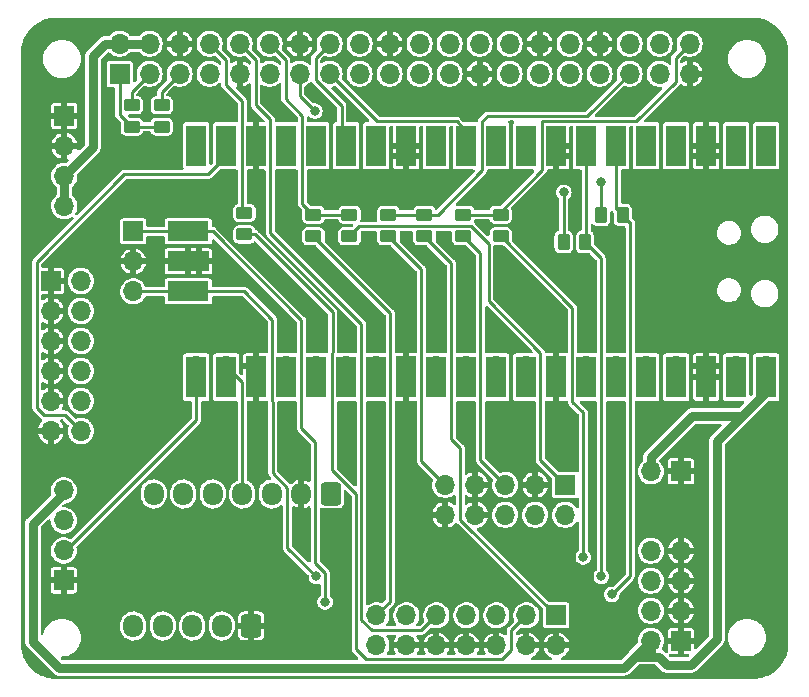
<source format=gtl>
G04 #@! TF.GenerationSoftware,KiCad,Pcbnew,7.0.0-da2b9df05c~163~ubuntu22.04.1*
G04 #@! TF.CreationDate,2023-03-12T18:50:26+00:00*
G04 #@! TF.ProjectId,mt32pipico,6d743332-7069-4706-9963-6f2e6b696361,rev?*
G04 #@! TF.SameCoordinates,Original*
G04 #@! TF.FileFunction,Copper,L1,Top*
G04 #@! TF.FilePolarity,Positive*
%FSLAX46Y46*%
G04 Gerber Fmt 4.6, Leading zero omitted, Abs format (unit mm)*
G04 Created by KiCad (PCBNEW 7.0.0-da2b9df05c~163~ubuntu22.04.1) date 2023-03-12 18:50:26*
%MOMM*%
%LPD*%
G01*
G04 APERTURE LIST*
G04 Aperture macros list*
%AMRoundRect*
0 Rectangle with rounded corners*
0 $1 Rounding radius*
0 $2 $3 $4 $5 $6 $7 $8 $9 X,Y pos of 4 corners*
0 Add a 4 corners polygon primitive as box body*
4,1,4,$2,$3,$4,$5,$6,$7,$8,$9,$2,$3,0*
0 Add four circle primitives for the rounded corners*
1,1,$1+$1,$2,$3*
1,1,$1+$1,$4,$5*
1,1,$1+$1,$6,$7*
1,1,$1+$1,$8,$9*
0 Add four rect primitives between the rounded corners*
20,1,$1+$1,$2,$3,$4,$5,0*
20,1,$1+$1,$4,$5,$6,$7,0*
20,1,$1+$1,$6,$7,$8,$9,0*
20,1,$1+$1,$8,$9,$2,$3,0*%
G04 Aperture macros list end*
G04 #@! TA.AperFunction,SMDPad,CuDef*
%ADD10RoundRect,0.250000X0.262500X0.450000X-0.262500X0.450000X-0.262500X-0.450000X0.262500X-0.450000X0*%
G04 #@! TD*
G04 #@! TA.AperFunction,SMDPad,CuDef*
%ADD11RoundRect,0.250000X-0.450000X0.262500X-0.450000X-0.262500X0.450000X-0.262500X0.450000X0.262500X0*%
G04 #@! TD*
G04 #@! TA.AperFunction,ComponentPad*
%ADD12R,1.700000X1.700000*%
G04 #@! TD*
G04 #@! TA.AperFunction,ComponentPad*
%ADD13O,1.700000X1.700000*%
G04 #@! TD*
G04 #@! TA.AperFunction,SMDPad,CuDef*
%ADD14RoundRect,0.250000X0.450000X-0.262500X0.450000X0.262500X-0.450000X0.262500X-0.450000X-0.262500X0*%
G04 #@! TD*
G04 #@! TA.AperFunction,ComponentPad*
%ADD15RoundRect,0.250000X0.600000X0.725000X-0.600000X0.725000X-0.600000X-0.725000X0.600000X-0.725000X0*%
G04 #@! TD*
G04 #@! TA.AperFunction,ComponentPad*
%ADD16O,1.700000X1.950000*%
G04 #@! TD*
G04 #@! TA.AperFunction,SMDPad,CuDef*
%ADD17R,1.700000X3.500000*%
G04 #@! TD*
G04 #@! TA.AperFunction,SMDPad,CuDef*
%ADD18R,3.500000X1.700000*%
G04 #@! TD*
G04 #@! TA.AperFunction,ViaPad*
%ADD19C,0.800000*%
G04 #@! TD*
G04 #@! TA.AperFunction,Conductor*
%ADD20C,0.800000*%
G04 #@! TD*
G04 #@! TA.AperFunction,Conductor*
%ADD21C,0.250000*%
G04 #@! TD*
G04 APERTURE END LIST*
D10*
X235735500Y-74803000D03*
X233910500Y-74803000D03*
X232560500Y-77089000D03*
X230735500Y-77089000D03*
D11*
X203708000Y-74629000D03*
X203708000Y-76454000D03*
D12*
X188467999Y-66420999D03*
D13*
X188467999Y-68960999D03*
X188467999Y-71500999D03*
X188467999Y-74040999D03*
D11*
X218948000Y-74779500D03*
X218948000Y-76604500D03*
X222250000Y-74779500D03*
X222250000Y-76604500D03*
D12*
X230880999Y-97657999D03*
D13*
X230880999Y-100197999D03*
X228340999Y-97657999D03*
X228340999Y-100197999D03*
X225800999Y-97657999D03*
X225800999Y-100197999D03*
X223260999Y-97657999D03*
X223260999Y-100197999D03*
X220720999Y-97657999D03*
X220720999Y-100197999D03*
D12*
X240669999Y-110860999D03*
D13*
X238129999Y-110860999D03*
X240669999Y-108320999D03*
X238129999Y-108320999D03*
X240669999Y-105780999D03*
X238129999Y-105780999D03*
X240669999Y-103240999D03*
X238129999Y-103240999D03*
D12*
X230128999Y-108706999D03*
D13*
X230128999Y-111246999D03*
X227588999Y-108706999D03*
X227588999Y-111246999D03*
X225048999Y-108706999D03*
X225048999Y-111246999D03*
X222508999Y-108706999D03*
X222508999Y-111246999D03*
X219968999Y-108706999D03*
X219968999Y-111246999D03*
X217428999Y-108706999D03*
X217428999Y-111246999D03*
X214888999Y-108706999D03*
X214888999Y-111246999D03*
D11*
X215900000Y-74779500D03*
X215900000Y-76604500D03*
D14*
X194183000Y-67333500D03*
X194183000Y-65508500D03*
D12*
X194309999Y-76199999D03*
D13*
X194309999Y-78739999D03*
X194309999Y-81279999D03*
D15*
X204303000Y-109601000D03*
D16*
X201802999Y-109600999D03*
X199302999Y-109600999D03*
X196802999Y-109600999D03*
X194302999Y-109600999D03*
D13*
X247903999Y-69849999D03*
D17*
X247903999Y-68949999D03*
D13*
X245363999Y-69849999D03*
D17*
X245363999Y-68949999D03*
D12*
X242823999Y-69849999D03*
D17*
X242823999Y-68949999D03*
D13*
X240283999Y-69849999D03*
D17*
X240283999Y-68949999D03*
D13*
X237743999Y-69849999D03*
D17*
X237743999Y-68949999D03*
D13*
X235203999Y-69849999D03*
D17*
X235203999Y-68949999D03*
D13*
X232663999Y-69849999D03*
D17*
X232663999Y-68949999D03*
D12*
X230123999Y-69849999D03*
D17*
X230123999Y-68949999D03*
D13*
X227583999Y-69849999D03*
D17*
X227583999Y-68949999D03*
D13*
X225043999Y-69849999D03*
D17*
X225043999Y-68949999D03*
D13*
X222503999Y-69849999D03*
D17*
X222503999Y-68949999D03*
D13*
X219963999Y-69849999D03*
D17*
X219963999Y-68949999D03*
D12*
X217423999Y-69849999D03*
D17*
X217423999Y-68949999D03*
D13*
X214883999Y-69849999D03*
D17*
X214883999Y-68949999D03*
D13*
X212343999Y-69849999D03*
D17*
X212343999Y-68949999D03*
D13*
X209803999Y-69849999D03*
D17*
X209803999Y-68949999D03*
D13*
X207263999Y-69849999D03*
D17*
X207263999Y-68949999D03*
D12*
X204723999Y-69849999D03*
D17*
X204723999Y-68949999D03*
D13*
X202183999Y-69849999D03*
D17*
X202183999Y-68949999D03*
D13*
X199643999Y-69849999D03*
D17*
X199643999Y-68949999D03*
D13*
X199643999Y-87629999D03*
D17*
X199643999Y-88529999D03*
D13*
X202183999Y-87629999D03*
D17*
X202183999Y-88529999D03*
D12*
X204723999Y-87629999D03*
D17*
X204723999Y-88529999D03*
D13*
X207263999Y-87629999D03*
D17*
X207263999Y-88529999D03*
D13*
X209803999Y-87629999D03*
D17*
X209803999Y-88529999D03*
D13*
X212343999Y-87629999D03*
D17*
X212343999Y-88529999D03*
D13*
X214883999Y-87629999D03*
D17*
X214883999Y-88529999D03*
D12*
X217423999Y-87629999D03*
D17*
X217423999Y-88529999D03*
D13*
X219963999Y-87629999D03*
D17*
X219963999Y-88529999D03*
D13*
X222503999Y-87629999D03*
D17*
X222503999Y-88529999D03*
D13*
X225043999Y-87629999D03*
D17*
X225043999Y-88529999D03*
D13*
X227583999Y-87629999D03*
D17*
X227583999Y-88529999D03*
D12*
X230123999Y-87629999D03*
D17*
X230123999Y-88529999D03*
D13*
X232663999Y-87629999D03*
D17*
X232663999Y-88529999D03*
D13*
X235203999Y-87629999D03*
D17*
X235203999Y-88529999D03*
D13*
X237743999Y-87629999D03*
D17*
X237743999Y-88529999D03*
D13*
X240283999Y-87629999D03*
D17*
X240283999Y-88529999D03*
D12*
X242823999Y-87629999D03*
D17*
X242823999Y-88529999D03*
D13*
X245363999Y-87629999D03*
D17*
X245363999Y-88529999D03*
D13*
X247903999Y-87629999D03*
D17*
X247903999Y-88529999D03*
D13*
X199873999Y-76199999D03*
D18*
X198973999Y-76199999D03*
D12*
X199873999Y-78739999D03*
D18*
X198973999Y-78739999D03*
D13*
X199873999Y-81279999D03*
D18*
X198973999Y-81279999D03*
D15*
X211034000Y-98425000D03*
D16*
X208533999Y-98424999D03*
X206033999Y-98424999D03*
X203533999Y-98424999D03*
X201033999Y-98424999D03*
X198533999Y-98424999D03*
X196033999Y-98424999D03*
D14*
X196723000Y-67333500D03*
X196723000Y-65508500D03*
D12*
X193149999Y-62854999D03*
D13*
X193149999Y-60314999D03*
X195689999Y-62854999D03*
X195689999Y-60314999D03*
X198229999Y-62854999D03*
X198229999Y-60314999D03*
X200769999Y-62854999D03*
X200769999Y-60314999D03*
X203309999Y-62854999D03*
X203309999Y-60314999D03*
X205849999Y-62854999D03*
X205849999Y-60314999D03*
X208389999Y-62854999D03*
X208389999Y-60314999D03*
X210929999Y-62854999D03*
X210929999Y-60314999D03*
X213469999Y-62854999D03*
X213469999Y-60314999D03*
X216009999Y-62854999D03*
X216009999Y-60314999D03*
X218549999Y-62854999D03*
X218549999Y-60314999D03*
X221089999Y-62854999D03*
X221089999Y-60314999D03*
X223629999Y-62854999D03*
X223629999Y-60314999D03*
X226169999Y-62854999D03*
X226169999Y-60314999D03*
X228709999Y-62854999D03*
X228709999Y-60314999D03*
X231249999Y-62854999D03*
X231249999Y-60314999D03*
X233789999Y-62854999D03*
X233789999Y-60314999D03*
X236329999Y-62854999D03*
X236329999Y-60314999D03*
X238869999Y-62854999D03*
X238869999Y-60314999D03*
X241409999Y-62854999D03*
X241409999Y-60314999D03*
D11*
X209550000Y-74779500D03*
X209550000Y-76604500D03*
D12*
X188417999Y-105749999D03*
D13*
X188417999Y-103209999D03*
X188417999Y-100669999D03*
X188417999Y-98129999D03*
D11*
X225425000Y-74779500D03*
X225425000Y-76604500D03*
D12*
X240669999Y-96519999D03*
D13*
X238129999Y-96519999D03*
D11*
X212598000Y-74779500D03*
X212598000Y-76604500D03*
D12*
X187324999Y-80390999D03*
D13*
X189864999Y-80390999D03*
X187324999Y-82930999D03*
X189864999Y-82930999D03*
X187324999Y-85470999D03*
X189864999Y-85470999D03*
X187324999Y-88010999D03*
X189864999Y-88010999D03*
X187324999Y-90550999D03*
X189864999Y-90550999D03*
X187324999Y-93090999D03*
X189864999Y-93090999D03*
D19*
X225933000Y-72771000D03*
X197485000Y-69850000D03*
X206375000Y-66012502D03*
X222377000Y-93218000D03*
X219837000Y-80899000D03*
X234658500Y-78359000D03*
X207137000Y-83947000D03*
X222377000Y-80899000D03*
X214630000Y-93599000D03*
X212217000Y-93472000D03*
X220853000Y-72009000D03*
X207264000Y-80645000D03*
X223647000Y-66012502D03*
X210543984Y-107569000D03*
X209804000Y-105410000D03*
X233934000Y-105410000D03*
X234823000Y-106934000D03*
X233934000Y-72009000D03*
X230759000Y-72898000D03*
X209677000Y-66012502D03*
X232410000Y-103759000D03*
D20*
X193150000Y-60315000D02*
X191947919Y-60315000D01*
X188468000Y-74041000D02*
X188468000Y-71501000D01*
X191947919Y-60315000D02*
X190881000Y-61381919D01*
X190881000Y-61381919D02*
X190881000Y-69088000D01*
X195690000Y-60315000D02*
X193150000Y-60315000D01*
X190881000Y-69088000D02*
X188468000Y-71501000D01*
D21*
X220721000Y-97658000D02*
X218694000Y-95631000D01*
X218694000Y-79398500D02*
X215900000Y-76604500D01*
X218694000Y-95631000D02*
X218694000Y-79398500D01*
X223705499Y-95562499D02*
X225801000Y-97658000D01*
X222250000Y-76604500D02*
X223705499Y-78059999D01*
X223705499Y-78059999D02*
X223705499Y-95562499D01*
X208534000Y-92837000D02*
X209709000Y-94012000D01*
X209709000Y-104261500D02*
X210543984Y-105096484D01*
X210543984Y-105096484D02*
X210543984Y-107569000D01*
X208534000Y-83693000D02*
X208534000Y-92837000D01*
X209709000Y-94012000D02*
X209709000Y-104261500D01*
X194310000Y-76200000D02*
X199874000Y-76200000D01*
X201041000Y-76200000D02*
X208534000Y-83693000D01*
X199874000Y-76200000D02*
X201041000Y-76200000D01*
X207359000Y-97885000D02*
X207359000Y-102965000D01*
X207359000Y-102965000D02*
X209804000Y-105410000D01*
X203708000Y-81280000D02*
X206089000Y-83661000D01*
X206089000Y-83661000D02*
X206089000Y-90573000D01*
X199874000Y-81280000D02*
X194310000Y-81280000D01*
X206121000Y-96647000D02*
X207359000Y-97885000D01*
X206121000Y-90605000D02*
X206121000Y-96647000D01*
X206089000Y-90573000D02*
X206121000Y-90605000D01*
X199874000Y-81280000D02*
X203708000Y-81280000D01*
X222938173Y-75767000D02*
X224409000Y-77237827D01*
X228759000Y-95536000D02*
X230881000Y-97658000D01*
X224409000Y-77237827D02*
X224409000Y-82105000D01*
X213435500Y-75767000D02*
X222938173Y-75767000D01*
X228759000Y-86455000D02*
X228759000Y-95536000D01*
X224409000Y-82105000D02*
X228759000Y-86455000D01*
X212598000Y-76604500D02*
X213435500Y-75767000D01*
X204660500Y-61665500D02*
X204660500Y-65468500D01*
X203310000Y-60315000D02*
X204660500Y-61665500D01*
X213614000Y-84010000D02*
X213614000Y-109093701D01*
X205899000Y-76295000D02*
X213614000Y-84010000D01*
X205899000Y-66707000D02*
X205899000Y-76295000D01*
X213614000Y-109093701D02*
X214502299Y-109982000D01*
X218694000Y-109982000D02*
X219969000Y-108707000D01*
X214502299Y-109982000D02*
X218694000Y-109982000D01*
X204660500Y-65468500D02*
X205899000Y-66707000D01*
X232560500Y-77089000D02*
X233934000Y-78462500D01*
X233934000Y-78462500D02*
X233934000Y-105410000D01*
X232664000Y-76985500D02*
X232560500Y-77089000D01*
X232664000Y-69850000D02*
X232664000Y-76985500D01*
X234823000Y-106934000D02*
X236379000Y-105378000D01*
X236379000Y-105378000D02*
X236379000Y-75446500D01*
X236379000Y-75446500D02*
X235735500Y-74803000D01*
X235204000Y-74271500D02*
X235735500Y-74803000D01*
X235204000Y-69850000D02*
X235204000Y-74271500D01*
X226314000Y-109982000D02*
X227589000Y-108707000D01*
X225535701Y-112422000D02*
X226314000Y-111643701D01*
X214022000Y-112422000D02*
X225535701Y-112422000D01*
X211169000Y-86455000D02*
X211169000Y-96421827D01*
X203708000Y-76454000D02*
X204597000Y-76454000D01*
X211169000Y-96421827D02*
X213164499Y-98417326D01*
X211201000Y-83058000D02*
X211201000Y-86423000D01*
X226314000Y-111643701D02*
X226314000Y-109982000D01*
X213164499Y-111564499D02*
X214022000Y-112422000D01*
X204597000Y-76454000D02*
X211201000Y-83058000D01*
X211201000Y-86423000D02*
X211169000Y-86455000D01*
X213164499Y-98417326D02*
X213164499Y-111564499D01*
X221234000Y-93779299D02*
X221996000Y-94541299D01*
X230108299Y-108707000D02*
X230129000Y-108707000D01*
X221996000Y-100594701D02*
X230108299Y-108707000D01*
X221996000Y-94541299D02*
X221996000Y-100594701D01*
X221234000Y-78890500D02*
X221234000Y-93779299D01*
X218948000Y-76604500D02*
X221234000Y-78890500D01*
X199644000Y-92202000D02*
X199644000Y-87630000D01*
X188468000Y-103378000D02*
X199644000Y-92202000D01*
D20*
X238130000Y-96520000D02*
X238130000Y-95317919D01*
X239479000Y-112903000D02*
X238887000Y-112311000D01*
X241626919Y-91821000D02*
X245873000Y-91821000D01*
X238778000Y-112202000D02*
X238887000Y-112311000D01*
X238130000Y-110861000D02*
X236789000Y-112202000D01*
X236789000Y-112202000D02*
X238778000Y-112202000D01*
X185801000Y-100965000D02*
X188418000Y-98348000D01*
X238130000Y-95317919D02*
X241626919Y-91821000D01*
X188418000Y-98348000D02*
X188418000Y-98130000D01*
X243713000Y-110718000D02*
X241528000Y-112903000D01*
X246814000Y-90880000D02*
X247904000Y-89790000D01*
X235844499Y-113146501D02*
X188013074Y-113146501D01*
X245873000Y-91821000D02*
X246814000Y-90880000D01*
X188013074Y-113146501D02*
X185801000Y-110934427D01*
X243713000Y-93981000D02*
X243713000Y-110718000D01*
X241528000Y-112903000D02*
X239479000Y-112903000D01*
X236789000Y-112202000D02*
X235844499Y-113146501D01*
X246814000Y-90880000D02*
X243713000Y-93981000D01*
X247904000Y-89790000D02*
X247904000Y-87630000D01*
X185801000Y-110934427D02*
X185801000Y-100965000D01*
X238130000Y-112019000D02*
X238130000Y-110861000D01*
D21*
X203534000Y-88980000D02*
X202184000Y-87630000D01*
X203534000Y-98425000D02*
X203534000Y-88980000D01*
X188500000Y-91726000D02*
X186722000Y-91726000D01*
X189865000Y-93091000D02*
X188500000Y-91726000D01*
X193548000Y-71374000D02*
X200660000Y-71374000D01*
X200660000Y-71374000D02*
X202184000Y-69850000D01*
X186722000Y-91726000D02*
X186150000Y-91154000D01*
X186150000Y-78772000D02*
X193548000Y-71374000D01*
X186150000Y-91154000D02*
X186150000Y-78772000D01*
X233934000Y-74779500D02*
X233934000Y-72009000D01*
X194183000Y-64362000D02*
X195690000Y-62855000D01*
X194183000Y-65508500D02*
X194183000Y-64362000D01*
X233910500Y-74803000D02*
X233934000Y-74779500D01*
X230759000Y-77065500D02*
X230735500Y-77089000D01*
X196723000Y-64362000D02*
X198230000Y-62855000D01*
X230759000Y-72898000D02*
X230759000Y-77065500D01*
X196723000Y-65508500D02*
X196723000Y-64362000D01*
X203708000Y-74629000D02*
X203549000Y-74470000D01*
X203549000Y-65183000D02*
X202135000Y-63769000D01*
X202135000Y-63769000D02*
X202135000Y-61680000D01*
X202135000Y-61680000D02*
X200770000Y-60315000D01*
X203549000Y-74470000D02*
X203549000Y-65183000D01*
X208629000Y-66389000D02*
X208629000Y-73858500D01*
X208629000Y-73858500D02*
X209550000Y-74779500D01*
X209550000Y-74779500D02*
X212598000Y-74779500D01*
X207215000Y-61680000D02*
X207215000Y-64975000D01*
X205850000Y-60315000D02*
X207215000Y-61680000D01*
X207215000Y-64975000D02*
X208629000Y-66389000D01*
X208390000Y-64725502D02*
X209677000Y-66012502D01*
X208390000Y-62855000D02*
X208390000Y-64725502D01*
X215900000Y-74779500D02*
X218948000Y-74779500D01*
X224318501Y-66425499D02*
X232759501Y-66425499D01*
X223869000Y-66875000D02*
X224318501Y-66425499D01*
X220114500Y-74779500D02*
X223869000Y-71025000D01*
X218948000Y-74779500D02*
X220114500Y-74779500D01*
X232759501Y-66425499D02*
X236330000Y-62855000D01*
X223869000Y-71025000D02*
X223869000Y-66875000D01*
X225147500Y-74779500D02*
X222250000Y-74779500D01*
X236909000Y-66875000D02*
X240235000Y-63549000D01*
X228949000Y-70978000D02*
X228949000Y-66875000D01*
X228949000Y-66875000D02*
X236909000Y-66875000D01*
X240235000Y-61490000D02*
X241410000Y-60315000D01*
X240235000Y-63549000D02*
X240235000Y-61490000D01*
X225147500Y-74779500D02*
X228949000Y-70978000D01*
X214950000Y-66875000D02*
X221688000Y-66875000D01*
X210930000Y-62855000D02*
X214950000Y-66875000D01*
X221688000Y-66875000D02*
X222504000Y-67691000D01*
X222504000Y-67691000D02*
X222504000Y-69850000D01*
X209755000Y-63341701D02*
X209755000Y-61490000D01*
X212344000Y-69850000D02*
X211963000Y-69469000D01*
X211963000Y-65549701D02*
X209755000Y-63341701D01*
X209755000Y-61490000D02*
X210930000Y-60315000D01*
X211963000Y-69469000D02*
X211963000Y-65549701D01*
X231489000Y-82668500D02*
X231489000Y-90605000D01*
X225425000Y-76604500D02*
X231489000Y-82668500D01*
X231489000Y-90605000D02*
X232410000Y-91526000D01*
X232410000Y-91526000D02*
X232410000Y-103759000D01*
X216059000Y-83113500D02*
X216059000Y-107537000D01*
X209550000Y-76604500D02*
X216059000Y-83113500D01*
X216059000Y-107537000D02*
X214889000Y-108707000D01*
X194183000Y-67333500D02*
X196723000Y-67333500D01*
X193150000Y-66300500D02*
X194183000Y-67333500D01*
X193150000Y-62855000D02*
X193150000Y-66300500D01*
G04 #@! TA.AperFunction,Conductor*
G36*
X215616500Y-90551380D02*
G01*
X215662619Y-90597499D01*
X215679500Y-90660499D01*
X215679500Y-107327615D01*
X215669909Y-107375833D01*
X215642595Y-107416711D01*
X215413964Y-107645341D01*
X215373982Y-107672279D01*
X215326810Y-107682230D01*
X215279353Y-107673737D01*
X215197983Y-107642214D01*
X215197979Y-107642212D01*
X215192556Y-107640112D01*
X215186837Y-107639043D01*
X215186834Y-107639042D01*
X214997073Y-107603570D01*
X214997069Y-107603569D01*
X214991347Y-107602500D01*
X214786653Y-107602500D01*
X214780931Y-107603569D01*
X214780926Y-107603570D01*
X214591168Y-107639041D01*
X214591157Y-107639043D01*
X214585444Y-107640112D01*
X214580021Y-107642212D01*
X214580010Y-107642216D01*
X214400011Y-107711949D01*
X214400008Y-107711950D01*
X214394573Y-107714056D01*
X214389617Y-107717124D01*
X214389612Y-107717127D01*
X214225491Y-107818746D01*
X214225481Y-107818752D01*
X214220538Y-107821814D01*
X214216239Y-107825732D01*
X214216235Y-107825736D01*
X214204387Y-107836538D01*
X214153983Y-107864614D01*
X214096349Y-107867279D01*
X214043569Y-107843975D01*
X214006710Y-107799587D01*
X213993500Y-107743424D01*
X213993500Y-90660500D01*
X214010381Y-90597500D01*
X214056500Y-90551381D01*
X214119500Y-90534500D01*
X214789724Y-90534499D01*
X215553500Y-90534499D01*
X215616500Y-90551380D01*
G37*
G04 #@! TD.AperFunction*
G04 #@! TA.AperFunction,Conductor*
G36*
X208091500Y-90551380D02*
G01*
X208137619Y-90597499D01*
X208154500Y-90660499D01*
X208154500Y-92784574D01*
X208151818Y-92810430D01*
X208149581Y-92821100D01*
X208150872Y-92831457D01*
X208150872Y-92831460D01*
X208153532Y-92852796D01*
X208153858Y-92858057D01*
X208154070Y-92858040D01*
X208154500Y-92863233D01*
X208154500Y-92868443D01*
X208155356Y-92873574D01*
X208155357Y-92873584D01*
X208157956Y-92889160D01*
X208158705Y-92894303D01*
X208163788Y-92935074D01*
X208165248Y-92946783D01*
X208168777Y-92954003D01*
X208170100Y-92961927D01*
X208175065Y-92971102D01*
X208175066Y-92971104D01*
X208195255Y-93008410D01*
X208197638Y-93013039D01*
X208216290Y-93051193D01*
X208216292Y-93051196D01*
X208220874Y-93060568D01*
X208226558Y-93066252D01*
X208230381Y-93073316D01*
X208238061Y-93080386D01*
X208269284Y-93109129D01*
X208273041Y-93112735D01*
X209292595Y-94132289D01*
X209319909Y-94173166D01*
X209329500Y-94221384D01*
X209329500Y-97266254D01*
X209312619Y-97329254D01*
X209266500Y-97375373D01*
X209203500Y-97392254D01*
X209140500Y-97375373D01*
X208999906Y-97294201D01*
X208989027Y-97289233D01*
X208801136Y-97224203D01*
X208797667Y-97223362D01*
X208790355Y-97223885D01*
X208788000Y-97234712D01*
X208788000Y-99610101D01*
X208790545Y-99621166D01*
X208801901Y-99621031D01*
X208890887Y-99599443D01*
X208902192Y-99595530D01*
X209083053Y-99512933D01*
X209093396Y-99506962D01*
X209130413Y-99480603D01*
X209194512Y-99457561D01*
X209261237Y-99471247D01*
X209311089Y-99517661D01*
X209329500Y-99583240D01*
X209329500Y-104094616D01*
X209315767Y-104151819D01*
X209277561Y-104196552D01*
X209223211Y-104219065D01*
X209164564Y-104214449D01*
X209114405Y-104183711D01*
X207775405Y-102844711D01*
X207748091Y-102803834D01*
X207738500Y-102755616D01*
X207738500Y-99583746D01*
X207755381Y-99520746D01*
X207801500Y-99474627D01*
X207864500Y-99457746D01*
X207927500Y-99474627D01*
X208068093Y-99555798D01*
X208078972Y-99560766D01*
X208266863Y-99625796D01*
X208270332Y-99626637D01*
X208277644Y-99626114D01*
X208280000Y-99615288D01*
X208280000Y-97239899D01*
X208277454Y-97228833D01*
X208266098Y-97228968D01*
X208177112Y-97250556D01*
X208165807Y-97254469D01*
X207984946Y-97337066D01*
X207974603Y-97343037D01*
X207812633Y-97458376D01*
X207803603Y-97466199D01*
X207733180Y-97540057D01*
X207676527Y-97574280D01*
X207610345Y-97575067D01*
X207552895Y-97542201D01*
X206537405Y-96526711D01*
X206510091Y-96485834D01*
X206500500Y-96437616D01*
X206500500Y-90660499D01*
X206517381Y-90597499D01*
X206563500Y-90551380D01*
X206626500Y-90534499D01*
X208028500Y-90534499D01*
X208091500Y-90551380D01*
G37*
G04 #@! TD.AperFunction*
G04 #@! TA.AperFunction,Conductor*
G36*
X213171500Y-90551380D02*
G01*
X213217619Y-90597499D01*
X213234500Y-90660499D01*
X213234500Y-97646443D01*
X213220767Y-97703646D01*
X213182561Y-97748379D01*
X213128211Y-97770892D01*
X213069564Y-97766276D01*
X213019405Y-97735538D01*
X211585405Y-96301538D01*
X211558091Y-96260661D01*
X211548500Y-96212443D01*
X211548500Y-90660500D01*
X211565381Y-90597500D01*
X211611500Y-90551381D01*
X211674500Y-90534500D01*
X212438278Y-90534499D01*
X213108500Y-90534499D01*
X213171500Y-90551380D01*
G37*
G04 #@! TD.AperFunction*
G04 #@! TA.AperFunction,Conductor*
G36*
X224923382Y-77371138D02*
G01*
X224926745Y-77371500D01*
X225603115Y-77371499D01*
X225651333Y-77381090D01*
X225692210Y-77408404D01*
X231072595Y-82788789D01*
X231099909Y-82829666D01*
X231109500Y-82877884D01*
X231109500Y-86400000D01*
X231092619Y-86463000D01*
X231046500Y-86509119D01*
X230983500Y-86526000D01*
X230394590Y-86526000D01*
X230381506Y-86529506D01*
X230378000Y-86542590D01*
X230378000Y-90517409D01*
X230381506Y-90530492D01*
X230394590Y-90533999D01*
X230985688Y-90533999D01*
X231042583Y-90547576D01*
X231087217Y-90585380D01*
X231109970Y-90639266D01*
X231112955Y-90657159D01*
X231113705Y-90662303D01*
X231116366Y-90683647D01*
X231120248Y-90714783D01*
X231123777Y-90722003D01*
X231125100Y-90729927D01*
X231130065Y-90739102D01*
X231130066Y-90739104D01*
X231150255Y-90776410D01*
X231152638Y-90781039D01*
X231171290Y-90819193D01*
X231171292Y-90819196D01*
X231175874Y-90828568D01*
X231181558Y-90834252D01*
X231185381Y-90841316D01*
X231193061Y-90848386D01*
X231224284Y-90877129D01*
X231228041Y-90880735D01*
X231993595Y-91646289D01*
X232020909Y-91687166D01*
X232030500Y-91735384D01*
X232030500Y-96466305D01*
X232012575Y-96531080D01*
X231963899Y-96577425D01*
X231898323Y-96592153D01*
X231853188Y-96577245D01*
X231852085Y-96579910D01*
X231840619Y-96575160D01*
X231830301Y-96568266D01*
X231818131Y-96565845D01*
X231818128Y-96565844D01*
X231762135Y-96554707D01*
X231756067Y-96553500D01*
X231749880Y-96553500D01*
X230365384Y-96553500D01*
X230317166Y-96543909D01*
X230276289Y-96516595D01*
X229175405Y-95415711D01*
X229148091Y-95374834D01*
X229138500Y-95326616D01*
X229138500Y-90660000D01*
X229155381Y-90597000D01*
X229201500Y-90550881D01*
X229264500Y-90534000D01*
X229853410Y-90534000D01*
X229866493Y-90530493D01*
X229870000Y-90517410D01*
X229870000Y-86542591D01*
X229866493Y-86529507D01*
X229853410Y-86526001D01*
X229262311Y-86526001D01*
X229205420Y-86512426D01*
X229160787Y-86474626D01*
X229138031Y-86420747D01*
X229137086Y-86415083D01*
X229135038Y-86402817D01*
X229134302Y-86397768D01*
X229127752Y-86345217D01*
X229124222Y-86337996D01*
X229122900Y-86330073D01*
X229117933Y-86320894D01*
X229117931Y-86320889D01*
X229097734Y-86283569D01*
X229095363Y-86278965D01*
X229072126Y-86231432D01*
X229066441Y-86225747D01*
X229062619Y-86218684D01*
X229023714Y-86182869D01*
X229019957Y-86179263D01*
X224825405Y-81984711D01*
X224798091Y-81943834D01*
X224788500Y-81895616D01*
X224788500Y-77496844D01*
X224806522Y-77431907D01*
X224855433Y-77385547D01*
X224921241Y-77371024D01*
X224923382Y-77371138D01*
G37*
G04 #@! TD.AperFunction*
G04 #@! TA.AperFunction,Conductor*
G36*
X234842435Y-74466050D02*
G01*
X234892594Y-74496788D01*
X234893287Y-74497481D01*
X234897162Y-74501869D01*
X234900381Y-74507816D01*
X234908061Y-74514886D01*
X234927838Y-74533092D01*
X234957887Y-74575179D01*
X234968500Y-74625793D01*
X234968500Y-75297883D01*
X234968500Y-75297901D01*
X234968501Y-75301254D01*
X234968860Y-75304599D01*
X234968861Y-75304607D01*
X234972221Y-75335865D01*
X234974960Y-75361342D01*
X234977715Y-75368728D01*
X234977716Y-75368731D01*
X235017631Y-75475748D01*
X235025658Y-75497267D01*
X235031058Y-75504481D01*
X235031060Y-75504484D01*
X235103516Y-75601275D01*
X235112596Y-75613404D01*
X235119807Y-75618802D01*
X235220967Y-75694529D01*
X235228733Y-75700342D01*
X235308400Y-75730056D01*
X235357271Y-75748285D01*
X235357272Y-75748285D01*
X235364658Y-75751040D01*
X235424745Y-75757500D01*
X235873500Y-75757499D01*
X235936500Y-75774380D01*
X235982619Y-75820499D01*
X235999500Y-75883499D01*
X235999500Y-86399500D01*
X235982619Y-86462500D01*
X235936500Y-86508619D01*
X235873500Y-86525500D01*
X235306349Y-86525500D01*
X235306347Y-86525500D01*
X235101653Y-86525500D01*
X235101650Y-86525500D01*
X234439499Y-86525500D01*
X234376500Y-86508620D01*
X234330381Y-86462501D01*
X234313500Y-86399501D01*
X234313500Y-78514921D01*
X234316182Y-78489064D01*
X234316210Y-78488932D01*
X234318418Y-78478400D01*
X234314467Y-78446710D01*
X234314140Y-78441445D01*
X234313930Y-78441463D01*
X234313500Y-78436275D01*
X234313500Y-78431057D01*
X234310038Y-78410318D01*
X234309295Y-78405220D01*
X234302752Y-78352717D01*
X234299222Y-78345496D01*
X234297900Y-78337573D01*
X234292933Y-78328394D01*
X234292931Y-78328389D01*
X234272734Y-78291069D01*
X234270363Y-78286465D01*
X234247126Y-78238932D01*
X234241441Y-78233247D01*
X234237619Y-78226184D01*
X234198714Y-78190369D01*
X234194957Y-78186763D01*
X233364404Y-77356210D01*
X233337090Y-77315333D01*
X233327499Y-77267115D01*
X233327499Y-76594116D01*
X233327499Y-76594112D01*
X233327499Y-76590746D01*
X233321040Y-76530658D01*
X233270342Y-76394733D01*
X233261021Y-76382282D01*
X233188802Y-76285807D01*
X233183404Y-76278596D01*
X233093991Y-76211663D01*
X233056828Y-76167195D01*
X233043500Y-76110795D01*
X233043500Y-75665899D01*
X233058913Y-75605513D01*
X233101380Y-75559901D01*
X233160512Y-75540220D01*
X233221843Y-75551286D01*
X233270368Y-75590390D01*
X233287596Y-75613404D01*
X233294807Y-75618802D01*
X233395967Y-75694529D01*
X233403733Y-75700342D01*
X233483400Y-75730056D01*
X233532271Y-75748285D01*
X233532272Y-75748285D01*
X233539658Y-75751040D01*
X233599745Y-75757500D01*
X234221254Y-75757499D01*
X234281342Y-75751040D01*
X234417267Y-75700342D01*
X234533404Y-75613404D01*
X234620342Y-75497267D01*
X234671040Y-75361342D01*
X234677500Y-75301255D01*
X234677499Y-74585881D01*
X234691232Y-74528680D01*
X234729438Y-74483947D01*
X234783788Y-74461434D01*
X234842435Y-74466050D01*
G37*
G04 #@! TD.AperFunction*
G04 #@! TA.AperFunction,Conductor*
G36*
X231496500Y-67271381D02*
G01*
X231542619Y-67317500D01*
X231559500Y-67380500D01*
X231559500Y-69793098D01*
X231558962Y-69804722D01*
X231554768Y-69850000D01*
X231555305Y-69855796D01*
X231558963Y-69895278D01*
X231559500Y-69906902D01*
X231559500Y-70718877D01*
X231559500Y-70718887D01*
X231559501Y-70725066D01*
X231574266Y-70799301D01*
X231630516Y-70883484D01*
X231714699Y-70939734D01*
X231788933Y-70954500D01*
X232158500Y-70954500D01*
X232221500Y-70971381D01*
X232267619Y-71017500D01*
X232284500Y-71080500D01*
X232284500Y-76019863D01*
X232272161Y-76074244D01*
X232237559Y-76117974D01*
X232190856Y-76140831D01*
X232189658Y-76140960D01*
X232182270Y-76143715D01*
X232182264Y-76143717D01*
X232062182Y-76188506D01*
X232062178Y-76188508D01*
X232053733Y-76191658D01*
X232046521Y-76197056D01*
X232046515Y-76197060D01*
X231944807Y-76273197D01*
X231944803Y-76273200D01*
X231937596Y-76278596D01*
X231932200Y-76285803D01*
X231932197Y-76285807D01*
X231856060Y-76387515D01*
X231856056Y-76387521D01*
X231850658Y-76394733D01*
X231847508Y-76403178D01*
X231847506Y-76403182D01*
X231802714Y-76523271D01*
X231802711Y-76523280D01*
X231799960Y-76530658D01*
X231799118Y-76538489D01*
X231799117Y-76538494D01*
X231794709Y-76579500D01*
X231793500Y-76590745D01*
X231793500Y-76594111D01*
X231793500Y-76594112D01*
X231793500Y-77583883D01*
X231793500Y-77583901D01*
X231793501Y-77587254D01*
X231793860Y-77590599D01*
X231793861Y-77590607D01*
X231798741Y-77636000D01*
X231799960Y-77647342D01*
X231802715Y-77654728D01*
X231802716Y-77654731D01*
X231836534Y-77745401D01*
X231850658Y-77783267D01*
X231856058Y-77790481D01*
X231856060Y-77790484D01*
X231916462Y-77871172D01*
X231937596Y-77899404D01*
X232053733Y-77986342D01*
X232084193Y-77997703D01*
X232182271Y-78034285D01*
X232182272Y-78034285D01*
X232189658Y-78037040D01*
X232249745Y-78043500D01*
X232871254Y-78043499D01*
X232907979Y-78039551D01*
X232963364Y-78046006D01*
X233010540Y-78075734D01*
X233517595Y-78582789D01*
X233544909Y-78623666D01*
X233554500Y-78671884D01*
X233554500Y-86399500D01*
X233537619Y-86462500D01*
X233491500Y-86508619D01*
X233428500Y-86525500D01*
X232766349Y-86525500D01*
X232766347Y-86525500D01*
X232561653Y-86525500D01*
X232561650Y-86525500D01*
X231994499Y-86525500D01*
X231931500Y-86508620D01*
X231885381Y-86462501D01*
X231868500Y-86399501D01*
X231868500Y-82720926D01*
X231871182Y-82695067D01*
X231873419Y-82684400D01*
X231869468Y-82652704D01*
X231869141Y-82647446D01*
X231868931Y-82647464D01*
X231868500Y-82642267D01*
X231868500Y-82637057D01*
X231865038Y-82616317D01*
X231864302Y-82611268D01*
X231857752Y-82558717D01*
X231854222Y-82551496D01*
X231852900Y-82543573D01*
X231847933Y-82534394D01*
X231847931Y-82534389D01*
X231827734Y-82497069D01*
X231825363Y-82492465D01*
X231802126Y-82444932D01*
X231796441Y-82439247D01*
X231792619Y-82432184D01*
X231753714Y-82396369D01*
X231749957Y-82392763D01*
X226941095Y-77583901D01*
X229968500Y-77583901D01*
X229968501Y-77587254D01*
X229968860Y-77590599D01*
X229968861Y-77590607D01*
X229973741Y-77636000D01*
X229974960Y-77647342D01*
X229977715Y-77654728D01*
X229977716Y-77654731D01*
X230011534Y-77745401D01*
X230025658Y-77783267D01*
X230031058Y-77790481D01*
X230031060Y-77790484D01*
X230091462Y-77871172D01*
X230112596Y-77899404D01*
X230228733Y-77986342D01*
X230259193Y-77997703D01*
X230357271Y-78034285D01*
X230357272Y-78034285D01*
X230364658Y-78037040D01*
X230424745Y-78043500D01*
X231046254Y-78043499D01*
X231106342Y-78037040D01*
X231242267Y-77986342D01*
X231358404Y-77899404D01*
X231445342Y-77783267D01*
X231496040Y-77647342D01*
X231502500Y-77587255D01*
X231502499Y-76590746D01*
X231496040Y-76530658D01*
X231445342Y-76394733D01*
X231436021Y-76382282D01*
X231363802Y-76285807D01*
X231358404Y-76278596D01*
X231338720Y-76263861D01*
X231249484Y-76197060D01*
X231249481Y-76197058D01*
X231242267Y-76191658D01*
X231220462Y-76183525D01*
X231177550Y-76156662D01*
X231148673Y-76115072D01*
X231138500Y-76065472D01*
X231138500Y-73492903D01*
X231149601Y-73441191D01*
X231180946Y-73398591D01*
X231186030Y-73394086D01*
X231252498Y-73335201D01*
X231342787Y-73204395D01*
X231399149Y-73055782D01*
X231418307Y-72898000D01*
X231399149Y-72740218D01*
X231342787Y-72591605D01*
X231252498Y-72460799D01*
X231133529Y-72355401D01*
X231057304Y-72315395D01*
X230999546Y-72285081D01*
X230999544Y-72285080D01*
X230992793Y-72281537D01*
X230985395Y-72279713D01*
X230985391Y-72279712D01*
X230845864Y-72245322D01*
X230845862Y-72245321D01*
X230838471Y-72243500D01*
X230679529Y-72243500D01*
X230672138Y-72245321D01*
X230672135Y-72245322D01*
X230532608Y-72279712D01*
X230532601Y-72279714D01*
X230525207Y-72281537D01*
X230518458Y-72285078D01*
X230518453Y-72285081D01*
X230391223Y-72351857D01*
X230391221Y-72351858D01*
X230384471Y-72355401D01*
X230378769Y-72360452D01*
X230378764Y-72360456D01*
X230271207Y-72455744D01*
X230271203Y-72455747D01*
X230265502Y-72460799D01*
X230261175Y-72467066D01*
X230261171Y-72467072D01*
X230179542Y-72585332D01*
X230179538Y-72585337D01*
X230175213Y-72591605D01*
X230172514Y-72598720D01*
X230172510Y-72598729D01*
X230121552Y-72733094D01*
X230121550Y-72733100D01*
X230118851Y-72740218D01*
X230099693Y-72898000D01*
X230118851Y-73055782D01*
X230121551Y-73062901D01*
X230121552Y-73062905D01*
X230172510Y-73197270D01*
X230172512Y-73197275D01*
X230175213Y-73204395D01*
X230265502Y-73335201D01*
X230271207Y-73340255D01*
X230337054Y-73398591D01*
X230368399Y-73441191D01*
X230379500Y-73492903D01*
X230379500Y-76047942D01*
X230369327Y-76097542D01*
X230340450Y-76139133D01*
X230297535Y-76165995D01*
X230252501Y-76182793D01*
X230237184Y-76188506D01*
X230228733Y-76191658D01*
X230221521Y-76197056D01*
X230221515Y-76197060D01*
X230119807Y-76273197D01*
X230119803Y-76273200D01*
X230112596Y-76278596D01*
X230107200Y-76285803D01*
X230107197Y-76285807D01*
X230031060Y-76387515D01*
X230031056Y-76387521D01*
X230025658Y-76394733D01*
X230022508Y-76403178D01*
X230022506Y-76403182D01*
X229977714Y-76523271D01*
X229977711Y-76523280D01*
X229974960Y-76530658D01*
X229974118Y-76538489D01*
X229974117Y-76538494D01*
X229969709Y-76579500D01*
X229968500Y-76590745D01*
X229968500Y-76594111D01*
X229968500Y-76594112D01*
X229968500Y-77583883D01*
X229968500Y-77583901D01*
X226941095Y-77583901D01*
X226411734Y-77054540D01*
X226382006Y-77007362D01*
X226375551Y-76951979D01*
X226379500Y-76915255D01*
X226379499Y-76293746D01*
X226373040Y-76233658D01*
X226322342Y-76097733D01*
X226313271Y-76085616D01*
X226240802Y-75988807D01*
X226235404Y-75981596D01*
X226228192Y-75976197D01*
X226126484Y-75900060D01*
X226126481Y-75900058D01*
X226119267Y-75894658D01*
X226110818Y-75891506D01*
X226110817Y-75891506D01*
X225990728Y-75846714D01*
X225990721Y-75846712D01*
X225983342Y-75843960D01*
X225975508Y-75843117D01*
X225975505Y-75843117D01*
X225930761Y-75838307D01*
X225923255Y-75837500D01*
X225919887Y-75837500D01*
X224930116Y-75837500D01*
X224930097Y-75837500D01*
X224926746Y-75837501D01*
X224923401Y-75837860D01*
X224923392Y-75837861D01*
X224874499Y-75843117D01*
X224874497Y-75843117D01*
X224866658Y-75843960D01*
X224859270Y-75846715D01*
X224859268Y-75846716D01*
X224739182Y-75891506D01*
X224739178Y-75891508D01*
X224730733Y-75894658D01*
X224723521Y-75900056D01*
X224723515Y-75900060D01*
X224621807Y-75976197D01*
X224621803Y-75976200D01*
X224614596Y-75981596D01*
X224609200Y-75988803D01*
X224609197Y-75988807D01*
X224533060Y-76090515D01*
X224533056Y-76090521D01*
X224527658Y-76097733D01*
X224524508Y-76106178D01*
X224524506Y-76106182D01*
X224479714Y-76226271D01*
X224479711Y-76226280D01*
X224476960Y-76233658D01*
X224476118Y-76241489D01*
X224476117Y-76241494D01*
X224471353Y-76285807D01*
X224470500Y-76293745D01*
X224470500Y-76297112D01*
X224470500Y-76458443D01*
X224456767Y-76515646D01*
X224418561Y-76560379D01*
X224364211Y-76582892D01*
X224305564Y-76578276D01*
X224255405Y-76547538D01*
X223243591Y-75535724D01*
X223227205Y-75515548D01*
X223221241Y-75506418D01*
X223212998Y-75500002D01*
X223212997Y-75500001D01*
X223196027Y-75486792D01*
X223192081Y-75483307D01*
X223191944Y-75483470D01*
X223187975Y-75480108D01*
X223184286Y-75476419D01*
X223180043Y-75473389D01*
X223180039Y-75473386D01*
X223172326Y-75467879D01*
X223130471Y-75416661D01*
X223120328Y-75351298D01*
X223139660Y-75302504D01*
X223137622Y-75301391D01*
X223141939Y-75293484D01*
X223147342Y-75286267D01*
X223164239Y-75240964D01*
X223191102Y-75198050D01*
X223232693Y-75169173D01*
X223282293Y-75159000D01*
X224392707Y-75159000D01*
X224442307Y-75169173D01*
X224483898Y-75198050D01*
X224510760Y-75240964D01*
X224527658Y-75286267D01*
X224533058Y-75293481D01*
X224533060Y-75293484D01*
X224609197Y-75395192D01*
X224614596Y-75402404D01*
X224624626Y-75409912D01*
X224722888Y-75483470D01*
X224730733Y-75489342D01*
X224794878Y-75513267D01*
X224859271Y-75537285D01*
X224859272Y-75537285D01*
X224866658Y-75540040D01*
X224926745Y-75546500D01*
X225923254Y-75546499D01*
X225983342Y-75540040D01*
X226119267Y-75489342D01*
X226235404Y-75402404D01*
X226322342Y-75286267D01*
X226373040Y-75150342D01*
X226379500Y-75090255D01*
X226379499Y-74468746D01*
X226373040Y-74408658D01*
X226322342Y-74272733D01*
X226319418Y-74268827D01*
X226305106Y-74220086D01*
X226312729Y-74167065D01*
X226341688Y-74122004D01*
X229180276Y-71283416D01*
X229200456Y-71267029D01*
X229209582Y-71261068D01*
X229229206Y-71235853D01*
X229232714Y-71231937D01*
X229232524Y-71231776D01*
X229235882Y-71227810D01*
X229239581Y-71224113D01*
X229251794Y-71207005D01*
X229254865Y-71202887D01*
X229287375Y-71161119D01*
X229289984Y-71153517D01*
X229294653Y-71146979D01*
X229309749Y-71096265D01*
X229311315Y-71091380D01*
X229328500Y-71041327D01*
X229328501Y-71041325D01*
X229330979Y-71042176D01*
X229346521Y-71005377D01*
X229391154Y-70967576D01*
X229448046Y-70954000D01*
X229853410Y-70954000D01*
X229866493Y-70950493D01*
X229870000Y-70937410D01*
X229870000Y-70937409D01*
X230378000Y-70937409D01*
X230381506Y-70950492D01*
X230394590Y-70953999D01*
X230992828Y-70953999D01*
X231005087Y-70952791D01*
X231060930Y-70941684D01*
X231083426Y-70932366D01*
X231146808Y-70890016D01*
X231164016Y-70872808D01*
X231206367Y-70809425D01*
X231215684Y-70786933D01*
X231226792Y-70731085D01*
X231228000Y-70718830D01*
X231228000Y-70120590D01*
X231224493Y-70107506D01*
X231211410Y-70104000D01*
X230394590Y-70104000D01*
X230381506Y-70107506D01*
X230378000Y-70120590D01*
X230378000Y-70937409D01*
X229870000Y-70937409D01*
X229870000Y-69579410D01*
X230378000Y-69579410D01*
X230381506Y-69592493D01*
X230394590Y-69596000D01*
X231211410Y-69596000D01*
X231224493Y-69592493D01*
X231228000Y-69579410D01*
X231228000Y-69220590D01*
X231224493Y-69207506D01*
X231211410Y-69204000D01*
X230394590Y-69204000D01*
X230381506Y-69207506D01*
X230378000Y-69220590D01*
X230378000Y-69579410D01*
X229870000Y-69579410D01*
X229870000Y-68822000D01*
X229886881Y-68759000D01*
X229933000Y-68712881D01*
X229996000Y-68696000D01*
X231211410Y-68696000D01*
X231224493Y-68692493D01*
X231227999Y-68679409D01*
X231227999Y-67380500D01*
X231244880Y-67317500D01*
X231290999Y-67271381D01*
X231353999Y-67254500D01*
X231433500Y-67254500D01*
X231496500Y-67271381D01*
G37*
G04 #@! TD.AperFunction*
G04 #@! TA.AperFunction,Conductor*
G36*
X221237913Y-76165699D02*
G01*
X221284394Y-76217445D01*
X221296336Y-76285969D01*
X221295500Y-76293745D01*
X221295500Y-76297111D01*
X221295500Y-76297112D01*
X221295500Y-76911883D01*
X221295500Y-76911901D01*
X221295501Y-76915254D01*
X221295860Y-76918595D01*
X221295861Y-76918607D01*
X221298287Y-76941172D01*
X221301960Y-76975342D01*
X221304715Y-76982728D01*
X221304716Y-76982731D01*
X221342643Y-77084418D01*
X221352658Y-77111267D01*
X221358058Y-77118481D01*
X221358060Y-77118484D01*
X221433320Y-77219020D01*
X221439596Y-77227404D01*
X221446807Y-77232802D01*
X221544017Y-77305572D01*
X221555733Y-77314342D01*
X221635400Y-77344056D01*
X221684271Y-77362285D01*
X221684272Y-77362285D01*
X221691658Y-77365040D01*
X221751745Y-77371500D01*
X222428115Y-77371499D01*
X222476333Y-77381090D01*
X222517210Y-77408404D01*
X223289094Y-78180288D01*
X223316408Y-78221165D01*
X223325999Y-78269383D01*
X223325999Y-86399500D01*
X223309118Y-86462500D01*
X223262999Y-86508619D01*
X223199999Y-86525500D01*
X222606349Y-86525500D01*
X222606347Y-86525500D01*
X222401653Y-86525500D01*
X222401650Y-86525500D01*
X221739499Y-86525500D01*
X221676500Y-86508620D01*
X221630381Y-86462501D01*
X221613500Y-86399501D01*
X221613500Y-78942921D01*
X221616182Y-78917064D01*
X221616183Y-78917057D01*
X221618418Y-78906400D01*
X221614467Y-78874710D01*
X221614140Y-78869445D01*
X221613930Y-78869463D01*
X221613500Y-78864275D01*
X221613500Y-78859057D01*
X221610038Y-78838318D01*
X221609295Y-78833220D01*
X221602752Y-78780717D01*
X221599222Y-78773496D01*
X221597900Y-78765573D01*
X221592933Y-78756394D01*
X221592931Y-78756389D01*
X221572734Y-78719069D01*
X221570363Y-78714465D01*
X221547126Y-78666932D01*
X221541441Y-78661247D01*
X221537619Y-78654184D01*
X221498714Y-78618369D01*
X221494957Y-78614763D01*
X219934734Y-77054540D01*
X219905006Y-77007362D01*
X219898551Y-76951979D01*
X219902500Y-76915255D01*
X219902499Y-76293746D01*
X219901662Y-76285961D01*
X219913607Y-76217441D01*
X219960088Y-76165698D01*
X220026941Y-76146500D01*
X221171058Y-76146500D01*
X221237913Y-76165699D01*
G37*
G04 #@! TD.AperFunction*
G04 #@! TA.AperFunction,Conductor*
G36*
X217935913Y-76165699D02*
G01*
X217982394Y-76217445D01*
X217994336Y-76285969D01*
X217993500Y-76293745D01*
X217993500Y-76297111D01*
X217993500Y-76297112D01*
X217993500Y-76911883D01*
X217993500Y-76911901D01*
X217993501Y-76915254D01*
X217993860Y-76918595D01*
X217993861Y-76918607D01*
X217996287Y-76941172D01*
X217999960Y-76975342D01*
X218002715Y-76982728D01*
X218002716Y-76982731D01*
X218040643Y-77084418D01*
X218050658Y-77111267D01*
X218056058Y-77118481D01*
X218056060Y-77118484D01*
X218131320Y-77219020D01*
X218137596Y-77227404D01*
X218144807Y-77232802D01*
X218242017Y-77305572D01*
X218253733Y-77314342D01*
X218333400Y-77344056D01*
X218382271Y-77362285D01*
X218382272Y-77362285D01*
X218389658Y-77365040D01*
X218449745Y-77371500D01*
X219126115Y-77371499D01*
X219174333Y-77381090D01*
X219215210Y-77408404D01*
X220817595Y-79010789D01*
X220844909Y-79051666D01*
X220854500Y-79099884D01*
X220854500Y-86399500D01*
X220837619Y-86462500D01*
X220791500Y-86508619D01*
X220728500Y-86525500D01*
X220066349Y-86525500D01*
X220066347Y-86525500D01*
X219861653Y-86525500D01*
X219861650Y-86525500D01*
X219199499Y-86525500D01*
X219136500Y-86508620D01*
X219090381Y-86462501D01*
X219073500Y-86399501D01*
X219073500Y-79450926D01*
X219076182Y-79425067D01*
X219078419Y-79414400D01*
X219074468Y-79382704D01*
X219074141Y-79377447D01*
X219073931Y-79377465D01*
X219073500Y-79372269D01*
X219073500Y-79367057D01*
X219070039Y-79346317D01*
X219069294Y-79341201D01*
X219062752Y-79288718D01*
X219059222Y-79281498D01*
X219057900Y-79273573D01*
X219032727Y-79227058D01*
X219030361Y-79222461D01*
X219011711Y-79184312D01*
X219007126Y-79174932D01*
X219001441Y-79169247D01*
X218997619Y-79162184D01*
X218958714Y-79126369D01*
X218954957Y-79122763D01*
X216886734Y-77054540D01*
X216857006Y-77007362D01*
X216850551Y-76951979D01*
X216854500Y-76915255D01*
X216854499Y-76293746D01*
X216853662Y-76285961D01*
X216865607Y-76217441D01*
X216912088Y-76165698D01*
X216978941Y-76146500D01*
X217869058Y-76146500D01*
X217935913Y-76165699D01*
G37*
G04 #@! TD.AperFunction*
G04 #@! TA.AperFunction,Conductor*
G36*
X209395544Y-63524651D02*
G01*
X209439340Y-63560087D01*
X209441874Y-63565269D01*
X209447558Y-63570953D01*
X209451381Y-63578017D01*
X209482006Y-63606210D01*
X209490284Y-63613830D01*
X209494041Y-63617436D01*
X211546595Y-65669990D01*
X211573909Y-65710867D01*
X211583500Y-65759085D01*
X211583500Y-66820627D01*
X211568623Y-66880022D01*
X211527504Y-66925391D01*
X211471303Y-66945501D01*
X211468934Y-66945501D01*
X211462869Y-66946707D01*
X211462861Y-66946708D01*
X211406874Y-66957844D01*
X211406871Y-66957844D01*
X211394699Y-66960266D01*
X211384379Y-66967161D01*
X211384378Y-66967162D01*
X211320832Y-67009622D01*
X211320829Y-67009624D01*
X211310516Y-67016516D01*
X211303624Y-67026829D01*
X211303622Y-67026832D01*
X211261161Y-67090379D01*
X211261159Y-67090381D01*
X211254266Y-67100699D01*
X211251845Y-67112867D01*
X211251844Y-67112871D01*
X211240707Y-67168864D01*
X211239500Y-67174933D01*
X211239500Y-67181120D01*
X211239500Y-69793098D01*
X211238962Y-69804722D01*
X211234768Y-69850000D01*
X211235305Y-69855796D01*
X211238963Y-69895278D01*
X211239500Y-69906902D01*
X211239500Y-70718877D01*
X211239500Y-70718887D01*
X211239501Y-70725066D01*
X211254266Y-70799301D01*
X211310516Y-70883484D01*
X211394699Y-70939734D01*
X211468933Y-70954500D01*
X212241651Y-70954499D01*
X212241653Y-70954500D01*
X212446343Y-70954500D01*
X212446347Y-70954500D01*
X212446348Y-70954499D01*
X212446351Y-70954499D01*
X213212878Y-70954499D01*
X213219066Y-70954499D01*
X213293301Y-70939734D01*
X213377484Y-70883484D01*
X213433734Y-70799301D01*
X213448500Y-70725067D01*
X213448499Y-69906890D01*
X213449037Y-69895263D01*
X213452694Y-69855805D01*
X213453232Y-69850000D01*
X213449036Y-69804722D01*
X213448499Y-69793108D01*
X213448499Y-67181122D01*
X213448499Y-67181120D01*
X213448499Y-67174934D01*
X213433734Y-67100699D01*
X213377484Y-67016516D01*
X213329500Y-66984454D01*
X213303620Y-66967161D01*
X213303619Y-66967160D01*
X213293301Y-66960266D01*
X213281131Y-66957845D01*
X213281128Y-66957844D01*
X213225135Y-66946707D01*
X213219067Y-66945500D01*
X213212880Y-66945500D01*
X213178039Y-66945500D01*
X212468499Y-66945500D01*
X212405500Y-66928620D01*
X212359381Y-66882501D01*
X212342500Y-66819501D01*
X212342500Y-65602127D01*
X212345182Y-65576268D01*
X212347419Y-65565601D01*
X212343468Y-65533905D01*
X212343141Y-65528648D01*
X212342931Y-65528666D01*
X212342500Y-65523470D01*
X212342500Y-65518258D01*
X212339039Y-65497518D01*
X212338294Y-65492402D01*
X212331752Y-65439919D01*
X212328222Y-65432699D01*
X212326900Y-65424774D01*
X212301727Y-65378259D01*
X212299361Y-65373662D01*
X212291705Y-65358002D01*
X212276126Y-65326133D01*
X212270441Y-65320448D01*
X212266619Y-65313385D01*
X212227714Y-65277570D01*
X212223957Y-65273964D01*
X211097868Y-64147875D01*
X211064651Y-64089042D01*
X211066602Y-64021508D01*
X211103159Y-63964690D01*
X211163811Y-63934925D01*
X211233556Y-63921888D01*
X211320357Y-63888260D01*
X211367808Y-63879768D01*
X211414982Y-63889719D01*
X211454964Y-63916658D01*
X214268711Y-66730405D01*
X214299449Y-66780564D01*
X214304065Y-66839210D01*
X214281552Y-66893561D01*
X214236819Y-66931767D01*
X214179617Y-66945500D01*
X214015122Y-66945500D01*
X214015111Y-66945500D01*
X214008934Y-66945501D01*
X214002868Y-66946707D01*
X214002862Y-66946708D01*
X213946874Y-66957844D01*
X213946871Y-66957844D01*
X213934699Y-66960266D01*
X213924379Y-66967161D01*
X213924378Y-66967162D01*
X213860832Y-67009622D01*
X213860829Y-67009624D01*
X213850516Y-67016516D01*
X213843624Y-67026829D01*
X213843622Y-67026832D01*
X213801161Y-67090379D01*
X213801159Y-67090381D01*
X213794266Y-67100699D01*
X213791845Y-67112867D01*
X213791844Y-67112871D01*
X213780707Y-67168864D01*
X213779500Y-67174933D01*
X213779500Y-67181120D01*
X213779500Y-69793098D01*
X213778962Y-69804722D01*
X213774768Y-69850000D01*
X213775305Y-69855796D01*
X213778963Y-69895278D01*
X213779500Y-69906902D01*
X213779500Y-70718877D01*
X213779500Y-70718887D01*
X213779501Y-70725066D01*
X213794266Y-70799301D01*
X213850516Y-70883484D01*
X213934699Y-70939734D01*
X214008933Y-70954500D01*
X214781651Y-70954499D01*
X214781653Y-70954500D01*
X214986343Y-70954500D01*
X214986347Y-70954500D01*
X214986348Y-70954499D01*
X214986351Y-70954499D01*
X215752878Y-70954499D01*
X215759066Y-70954499D01*
X215833301Y-70939734D01*
X215917484Y-70883484D01*
X215973734Y-70799301D01*
X215988500Y-70725067D01*
X215988500Y-70718828D01*
X216320001Y-70718828D01*
X216321208Y-70731087D01*
X216332315Y-70786930D01*
X216341633Y-70809426D01*
X216383983Y-70872808D01*
X216401191Y-70890016D01*
X216464574Y-70932367D01*
X216487066Y-70941684D01*
X216542914Y-70952792D01*
X216555170Y-70954000D01*
X217153410Y-70954000D01*
X217166493Y-70950493D01*
X217170000Y-70937410D01*
X217170000Y-70937409D01*
X217678000Y-70937409D01*
X217681506Y-70950492D01*
X217694590Y-70953999D01*
X218292828Y-70953999D01*
X218305087Y-70952791D01*
X218360930Y-70941684D01*
X218383426Y-70932366D01*
X218446808Y-70890016D01*
X218464016Y-70872808D01*
X218506367Y-70809425D01*
X218515684Y-70786933D01*
X218526792Y-70731085D01*
X218528000Y-70718830D01*
X218528000Y-70120590D01*
X218524493Y-70107506D01*
X218511410Y-70104000D01*
X217694590Y-70104000D01*
X217681506Y-70107506D01*
X217678000Y-70120590D01*
X217678000Y-70937409D01*
X217170000Y-70937409D01*
X217170000Y-70120590D01*
X217166493Y-70107506D01*
X217153410Y-70104000D01*
X216336591Y-70104000D01*
X216323507Y-70107506D01*
X216320001Y-70120590D01*
X216320001Y-70718828D01*
X215988500Y-70718828D01*
X215988499Y-69906890D01*
X215989037Y-69895263D01*
X215992694Y-69855805D01*
X215993232Y-69850000D01*
X215989036Y-69804722D01*
X215988499Y-69793108D01*
X215988499Y-69579410D01*
X216320000Y-69579410D01*
X216323506Y-69592493D01*
X216336590Y-69596000D01*
X217153410Y-69596000D01*
X217166493Y-69592493D01*
X217170000Y-69579410D01*
X217678000Y-69579410D01*
X217681506Y-69592493D01*
X217694590Y-69596000D01*
X218511410Y-69596000D01*
X218524493Y-69592493D01*
X218528000Y-69579410D01*
X218528000Y-69220590D01*
X218524493Y-69207506D01*
X218511410Y-69204000D01*
X217694590Y-69204000D01*
X217681506Y-69207506D01*
X217678000Y-69220590D01*
X217678000Y-69579410D01*
X217170000Y-69579410D01*
X217170000Y-69220590D01*
X217166493Y-69207506D01*
X217153410Y-69204000D01*
X216336590Y-69204000D01*
X216323506Y-69207506D01*
X216320000Y-69220590D01*
X216320000Y-69579410D01*
X215988499Y-69579410D01*
X215988499Y-67380500D01*
X216005380Y-67317500D01*
X216051499Y-67271381D01*
X216114499Y-67254500D01*
X216194000Y-67254500D01*
X216257000Y-67271381D01*
X216303119Y-67317500D01*
X216320000Y-67380500D01*
X216320000Y-68679410D01*
X216323506Y-68692493D01*
X216336590Y-68696000D01*
X218511410Y-68696000D01*
X218524493Y-68692493D01*
X218527999Y-68679409D01*
X218527999Y-67380500D01*
X218544880Y-67317500D01*
X218590999Y-67271381D01*
X218653999Y-67254500D01*
X218733500Y-67254500D01*
X218796500Y-67271381D01*
X218842619Y-67317500D01*
X218859500Y-67380500D01*
X218859500Y-69793098D01*
X218858962Y-69804722D01*
X218854768Y-69850000D01*
X218855305Y-69855796D01*
X218858963Y-69895278D01*
X218859500Y-69906902D01*
X218859500Y-70718877D01*
X218859500Y-70718887D01*
X218859501Y-70725066D01*
X218874266Y-70799301D01*
X218930516Y-70883484D01*
X219014699Y-70939734D01*
X219088933Y-70954500D01*
X219861651Y-70954499D01*
X219861653Y-70954500D01*
X220066343Y-70954500D01*
X220066347Y-70954500D01*
X220066348Y-70954499D01*
X220066351Y-70954499D01*
X220832878Y-70954499D01*
X220839066Y-70954499D01*
X220913301Y-70939734D01*
X220997484Y-70883484D01*
X221053734Y-70799301D01*
X221068500Y-70725067D01*
X221068499Y-69906890D01*
X221069037Y-69895263D01*
X221072694Y-69855805D01*
X221073232Y-69850000D01*
X221069036Y-69804722D01*
X221068499Y-69793108D01*
X221068499Y-67380500D01*
X221085380Y-67317500D01*
X221131499Y-67271381D01*
X221194499Y-67254500D01*
X221273500Y-67254500D01*
X221336500Y-67271381D01*
X221382619Y-67317500D01*
X221399500Y-67380500D01*
X221399500Y-69793098D01*
X221398962Y-69804722D01*
X221394768Y-69850000D01*
X221395305Y-69855796D01*
X221398963Y-69895278D01*
X221399500Y-69906902D01*
X221399500Y-70718877D01*
X221399500Y-70718887D01*
X221399501Y-70725066D01*
X221414266Y-70799301D01*
X221470516Y-70883484D01*
X221554699Y-70939734D01*
X221628933Y-70954500D01*
X222401651Y-70954499D01*
X222401653Y-70954500D01*
X222606343Y-70954500D01*
X222606347Y-70954500D01*
X222606348Y-70954499D01*
X222606351Y-70954499D01*
X223098616Y-70954499D01*
X223155819Y-70968232D01*
X223200552Y-71006438D01*
X223223065Y-71060788D01*
X223218449Y-71119435D01*
X223187711Y-71169594D01*
X220047907Y-74309398D01*
X219998602Y-74339855D01*
X219940879Y-74345020D01*
X219886950Y-74323801D01*
X219848368Y-74280848D01*
X219845342Y-74272733D01*
X219758404Y-74156596D01*
X219712500Y-74122233D01*
X219649484Y-74075060D01*
X219649481Y-74075058D01*
X219642267Y-74069658D01*
X219633818Y-74066506D01*
X219633817Y-74066506D01*
X219513728Y-74021714D01*
X219513721Y-74021712D01*
X219506342Y-74018960D01*
X219498508Y-74018117D01*
X219498505Y-74018117D01*
X219453761Y-74013307D01*
X219446255Y-74012500D01*
X219442887Y-74012500D01*
X218453116Y-74012500D01*
X218453097Y-74012500D01*
X218449746Y-74012501D01*
X218446401Y-74012860D01*
X218446392Y-74012861D01*
X218397499Y-74018117D01*
X218397497Y-74018117D01*
X218389658Y-74018960D01*
X218382270Y-74021715D01*
X218382268Y-74021716D01*
X218262182Y-74066506D01*
X218262178Y-74066508D01*
X218253733Y-74069658D01*
X218246521Y-74075056D01*
X218246515Y-74075060D01*
X218144807Y-74151197D01*
X218144803Y-74151200D01*
X218137596Y-74156596D01*
X218132200Y-74163803D01*
X218132197Y-74163807D01*
X218056060Y-74265515D01*
X218056056Y-74265521D01*
X218050658Y-74272733D01*
X218033760Y-74318035D01*
X218006898Y-74360950D01*
X217965307Y-74389827D01*
X217915707Y-74400000D01*
X216932293Y-74400000D01*
X216882693Y-74389827D01*
X216841102Y-74360950D01*
X216814239Y-74318035D01*
X216797342Y-74272733D01*
X216786431Y-74258158D01*
X216715802Y-74163807D01*
X216710404Y-74156596D01*
X216664500Y-74122233D01*
X216601484Y-74075060D01*
X216601481Y-74075058D01*
X216594267Y-74069658D01*
X216585818Y-74066506D01*
X216585817Y-74066506D01*
X216465728Y-74021714D01*
X216465721Y-74021712D01*
X216458342Y-74018960D01*
X216450508Y-74018117D01*
X216450505Y-74018117D01*
X216405761Y-74013307D01*
X216398255Y-74012500D01*
X216394887Y-74012500D01*
X215405116Y-74012500D01*
X215405097Y-74012500D01*
X215401746Y-74012501D01*
X215398401Y-74012860D01*
X215398392Y-74012861D01*
X215349499Y-74018117D01*
X215349497Y-74018117D01*
X215341658Y-74018960D01*
X215334270Y-74021715D01*
X215334268Y-74021716D01*
X215214182Y-74066506D01*
X215214178Y-74066508D01*
X215205733Y-74069658D01*
X215198521Y-74075056D01*
X215198515Y-74075060D01*
X215096807Y-74151197D01*
X215096803Y-74151200D01*
X215089596Y-74156596D01*
X215084200Y-74163803D01*
X215084197Y-74163807D01*
X215008060Y-74265515D01*
X215008056Y-74265521D01*
X215002658Y-74272733D01*
X214999509Y-74281177D01*
X214999506Y-74281182D01*
X214954714Y-74401271D01*
X214954711Y-74401280D01*
X214951960Y-74408658D01*
X214951118Y-74416489D01*
X214951117Y-74416494D01*
X214948031Y-74445205D01*
X214945500Y-74468745D01*
X214945500Y-74472111D01*
X214945500Y-74472112D01*
X214945500Y-75086883D01*
X214945500Y-75086901D01*
X214945501Y-75090254D01*
X214945860Y-75093599D01*
X214945861Y-75093607D01*
X214949485Y-75127317D01*
X214951960Y-75150342D01*
X214976997Y-75217468D01*
X214983960Y-75277202D01*
X214962441Y-75333360D01*
X214917344Y-75373148D01*
X214858942Y-75387500D01*
X213639058Y-75387500D01*
X213580656Y-75373148D01*
X213535559Y-75333360D01*
X213514040Y-75277202D01*
X213521002Y-75217468D01*
X213546040Y-75150342D01*
X213552500Y-75090255D01*
X213552499Y-74468746D01*
X213546040Y-74408658D01*
X213495342Y-74272733D01*
X213484431Y-74258158D01*
X213413802Y-74163807D01*
X213408404Y-74156596D01*
X213362500Y-74122233D01*
X213299484Y-74075060D01*
X213299481Y-74075058D01*
X213292267Y-74069658D01*
X213283818Y-74066506D01*
X213283817Y-74066506D01*
X213163728Y-74021714D01*
X213163721Y-74021712D01*
X213156342Y-74018960D01*
X213148508Y-74018117D01*
X213148505Y-74018117D01*
X213103761Y-74013307D01*
X213096255Y-74012500D01*
X213092887Y-74012500D01*
X212103116Y-74012500D01*
X212103097Y-74012500D01*
X212099746Y-74012501D01*
X212096401Y-74012860D01*
X212096392Y-74012861D01*
X212047499Y-74018117D01*
X212047497Y-74018117D01*
X212039658Y-74018960D01*
X212032270Y-74021715D01*
X212032268Y-74021716D01*
X211912182Y-74066506D01*
X211912178Y-74066508D01*
X211903733Y-74069658D01*
X211896521Y-74075056D01*
X211896515Y-74075060D01*
X211794807Y-74151197D01*
X211794803Y-74151200D01*
X211787596Y-74156596D01*
X211782200Y-74163803D01*
X211782197Y-74163807D01*
X211706060Y-74265515D01*
X211706056Y-74265521D01*
X211700658Y-74272733D01*
X211683760Y-74318035D01*
X211656898Y-74360950D01*
X211615307Y-74389827D01*
X211565707Y-74400000D01*
X210582293Y-74400000D01*
X210532693Y-74389827D01*
X210491102Y-74360950D01*
X210464239Y-74318035D01*
X210447342Y-74272733D01*
X210436431Y-74258158D01*
X210365802Y-74163807D01*
X210360404Y-74156596D01*
X210314500Y-74122233D01*
X210251484Y-74075060D01*
X210251481Y-74075058D01*
X210244267Y-74069658D01*
X210235818Y-74066506D01*
X210235817Y-74066506D01*
X210115728Y-74021714D01*
X210115721Y-74021712D01*
X210108342Y-74018960D01*
X210100508Y-74018117D01*
X210100505Y-74018117D01*
X210055761Y-74013307D01*
X210048255Y-74012500D01*
X210044888Y-74012500D01*
X209371884Y-74012500D01*
X209323666Y-74002909D01*
X209282789Y-73975595D01*
X209045405Y-73738211D01*
X209018091Y-73697334D01*
X209008500Y-73649116D01*
X209008500Y-71080500D01*
X209025381Y-71017500D01*
X209071500Y-70971381D01*
X209134500Y-70954500D01*
X209701628Y-70954499D01*
X209701651Y-70954499D01*
X209701653Y-70954500D01*
X209906343Y-70954500D01*
X209906347Y-70954500D01*
X209906348Y-70954499D01*
X209906351Y-70954499D01*
X210672878Y-70954499D01*
X210679066Y-70954499D01*
X210753301Y-70939734D01*
X210837484Y-70883484D01*
X210893734Y-70799301D01*
X210908500Y-70725067D01*
X210908499Y-69906890D01*
X210909037Y-69895263D01*
X210912694Y-69855805D01*
X210913232Y-69850000D01*
X210909036Y-69804722D01*
X210908499Y-69793108D01*
X210908499Y-67181122D01*
X210908499Y-67181120D01*
X210908499Y-67174934D01*
X210893734Y-67100699D01*
X210837484Y-67016516D01*
X210789500Y-66984454D01*
X210763620Y-66967161D01*
X210763619Y-66967160D01*
X210753301Y-66960266D01*
X210741131Y-66957845D01*
X210741128Y-66957844D01*
X210685135Y-66946707D01*
X210679067Y-66945500D01*
X210672880Y-66945500D01*
X210600876Y-66945500D01*
X209134499Y-66945500D01*
X209071500Y-66928620D01*
X209025381Y-66882501D01*
X209008500Y-66819501D01*
X209008500Y-66574626D01*
X209021550Y-66518784D01*
X209057998Y-66474509D01*
X209110292Y-66450973D01*
X209167601Y-66453052D01*
X209218053Y-66480314D01*
X209296759Y-66550042D01*
X209296766Y-66550047D01*
X209302471Y-66555101D01*
X209443207Y-66628965D01*
X209597529Y-66667002D01*
X209748854Y-66667002D01*
X209756471Y-66667002D01*
X209910793Y-66628965D01*
X210051529Y-66555101D01*
X210170498Y-66449703D01*
X210260787Y-66318897D01*
X210317149Y-66170284D01*
X210336307Y-66012502D01*
X210317149Y-65854720D01*
X210260787Y-65706107D01*
X210184623Y-65595765D01*
X210174828Y-65581574D01*
X210174827Y-65581573D01*
X210170498Y-65575301D01*
X210073714Y-65489557D01*
X210057235Y-65474958D01*
X210057234Y-65474957D01*
X210051529Y-65469903D01*
X209961060Y-65422421D01*
X209917546Y-65399583D01*
X209917544Y-65399582D01*
X209910793Y-65396039D01*
X209903395Y-65394215D01*
X209903391Y-65394214D01*
X209763864Y-65359824D01*
X209763862Y-65359823D01*
X209756471Y-65358002D01*
X209611384Y-65358002D01*
X209563166Y-65348411D01*
X209522289Y-65321097D01*
X208806405Y-64605213D01*
X208779091Y-64564336D01*
X208769500Y-64516118D01*
X208769500Y-63978778D01*
X208779466Y-63929665D01*
X208807788Y-63888321D01*
X208849978Y-63861289D01*
X208884427Y-63847944D01*
X209058462Y-63740186D01*
X209209732Y-63602285D01*
X209240067Y-63562114D01*
X209284040Y-63525463D01*
X209339697Y-63512051D01*
X209395544Y-63524651D01*
G37*
G04 #@! TD.AperFunction*
G04 #@! TA.AperFunction,Conductor*
G36*
X226518469Y-66818732D02*
G01*
X226563202Y-66856938D01*
X226585715Y-66911288D01*
X226581099Y-66969935D01*
X226553966Y-67014210D01*
X226550516Y-67016516D01*
X226543624Y-67026829D01*
X226543622Y-67026832D01*
X226501161Y-67090379D01*
X226501159Y-67090381D01*
X226494266Y-67100699D01*
X226491845Y-67112867D01*
X226491844Y-67112871D01*
X226480707Y-67168864D01*
X226479500Y-67174933D01*
X226479500Y-67181120D01*
X226479500Y-69793098D01*
X226478962Y-69804722D01*
X226474768Y-69850000D01*
X226475305Y-69855796D01*
X226478963Y-69895278D01*
X226479500Y-69906902D01*
X226479500Y-70718877D01*
X226479500Y-70718887D01*
X226479501Y-70725066D01*
X226494266Y-70799301D01*
X226550516Y-70883484D01*
X226634699Y-70939734D01*
X226708933Y-70954500D01*
X227481651Y-70954499D01*
X227481653Y-70954500D01*
X227686343Y-70954500D01*
X227686347Y-70954500D01*
X227686348Y-70954499D01*
X227686351Y-70954499D01*
X228131616Y-70954499D01*
X228188819Y-70968232D01*
X228233552Y-71006438D01*
X228256065Y-71060788D01*
X228251449Y-71119435D01*
X228220711Y-71169594D01*
X225414709Y-73975595D01*
X225373832Y-74002909D01*
X225325614Y-74012500D01*
X224930116Y-74012500D01*
X224930097Y-74012500D01*
X224926746Y-74012501D01*
X224923401Y-74012860D01*
X224923392Y-74012861D01*
X224874499Y-74018117D01*
X224874497Y-74018117D01*
X224866658Y-74018960D01*
X224859270Y-74021715D01*
X224859268Y-74021716D01*
X224739182Y-74066506D01*
X224739178Y-74066508D01*
X224730733Y-74069658D01*
X224723521Y-74075056D01*
X224723515Y-74075060D01*
X224621807Y-74151197D01*
X224621803Y-74151200D01*
X224614596Y-74156596D01*
X224609200Y-74163803D01*
X224609197Y-74163807D01*
X224533060Y-74265515D01*
X224533056Y-74265521D01*
X224527658Y-74272733D01*
X224510760Y-74318035D01*
X224483898Y-74360950D01*
X224442307Y-74389827D01*
X224392707Y-74400000D01*
X223282293Y-74400000D01*
X223232693Y-74389827D01*
X223191102Y-74360950D01*
X223164239Y-74318035D01*
X223147342Y-74272733D01*
X223136431Y-74258158D01*
X223065802Y-74163807D01*
X223060404Y-74156596D01*
X223014500Y-74122233D01*
X222951484Y-74075060D01*
X222951481Y-74075058D01*
X222944267Y-74069658D01*
X222935818Y-74066506D01*
X222935817Y-74066506D01*
X222815728Y-74021714D01*
X222815721Y-74021712D01*
X222808342Y-74018960D01*
X222800508Y-74018117D01*
X222800505Y-74018117D01*
X222755761Y-74013307D01*
X222748255Y-74012500D01*
X222744887Y-74012500D01*
X221755116Y-74012500D01*
X221755097Y-74012500D01*
X221751746Y-74012501D01*
X221737941Y-74013984D01*
X221733120Y-74014503D01*
X221672267Y-74005972D01*
X221622685Y-73969675D01*
X221596167Y-73914244D01*
X221599019Y-73852862D01*
X221630561Y-73800131D01*
X224100276Y-71330416D01*
X224120456Y-71314029D01*
X224129582Y-71308068D01*
X224149206Y-71282853D01*
X224152714Y-71278937D01*
X224152524Y-71278776D01*
X224155882Y-71274810D01*
X224159581Y-71271113D01*
X224171794Y-71254005D01*
X224174865Y-71249887D01*
X224207375Y-71208119D01*
X224209984Y-71200517D01*
X224214653Y-71193979D01*
X224229749Y-71143265D01*
X224231315Y-71138380D01*
X224248500Y-71088327D01*
X224248500Y-71080289D01*
X224250792Y-71072590D01*
X224250430Y-71063837D01*
X224271501Y-71008708D01*
X224316609Y-70968871D01*
X224375045Y-70954499D01*
X224941651Y-70954499D01*
X224941653Y-70954500D01*
X225146343Y-70954500D01*
X225146347Y-70954500D01*
X225146348Y-70954499D01*
X225146351Y-70954499D01*
X225912878Y-70954499D01*
X225919066Y-70954499D01*
X225993301Y-70939734D01*
X226077484Y-70883484D01*
X226133734Y-70799301D01*
X226148500Y-70725067D01*
X226148499Y-69906890D01*
X226149037Y-69895263D01*
X226152694Y-69855805D01*
X226153232Y-69850000D01*
X226149036Y-69804722D01*
X226148499Y-69793108D01*
X226148499Y-67181122D01*
X226148499Y-67181120D01*
X226148499Y-67174934D01*
X226133734Y-67100699D01*
X226077484Y-67016516D01*
X226074033Y-67014210D01*
X226046901Y-66969935D01*
X226042285Y-66911288D01*
X226064798Y-66856938D01*
X226109531Y-66818732D01*
X226166734Y-66804999D01*
X226461266Y-66804999D01*
X226518469Y-66818732D01*
G37*
G04 #@! TD.AperFunction*
G04 #@! TA.AperFunction,Conductor*
G36*
X206785432Y-63635981D02*
G01*
X206822291Y-63680368D01*
X206835500Y-63736531D01*
X206835500Y-64922574D01*
X206832818Y-64948430D01*
X206830581Y-64959100D01*
X206831872Y-64969457D01*
X206831872Y-64969460D01*
X206834532Y-64990796D01*
X206834858Y-64996057D01*
X206835070Y-64996040D01*
X206835500Y-65001233D01*
X206835500Y-65006443D01*
X206836356Y-65011574D01*
X206836357Y-65011584D01*
X206838956Y-65027160D01*
X206839705Y-65032303D01*
X206843611Y-65063630D01*
X206846248Y-65084783D01*
X206849777Y-65092003D01*
X206851100Y-65099927D01*
X206856065Y-65109102D01*
X206856066Y-65109104D01*
X206876255Y-65146410D01*
X206878638Y-65151039D01*
X206897290Y-65189193D01*
X206897292Y-65189196D01*
X206901874Y-65198568D01*
X206907558Y-65204252D01*
X206911381Y-65211316D01*
X206919061Y-65218386D01*
X206950284Y-65247129D01*
X206954041Y-65250735D01*
X208212595Y-66509289D01*
X208239909Y-66550166D01*
X208249500Y-66598384D01*
X208249500Y-66819500D01*
X208232619Y-66882500D01*
X208186500Y-66928619D01*
X208123500Y-66945500D01*
X207263972Y-66945500D01*
X206404499Y-66945500D01*
X206341500Y-66928620D01*
X206295381Y-66882501D01*
X206278500Y-66819501D01*
X206278500Y-66759422D01*
X206281182Y-66733565D01*
X206281275Y-66733119D01*
X206283418Y-66722900D01*
X206279467Y-66691210D01*
X206279140Y-66685945D01*
X206278930Y-66685963D01*
X206278500Y-66680775D01*
X206278500Y-66675557D01*
X206275038Y-66654818D01*
X206274295Y-66649720D01*
X206267752Y-66597217D01*
X206264222Y-66589996D01*
X206262900Y-66582073D01*
X206257933Y-66572894D01*
X206257931Y-66572889D01*
X206237734Y-66535569D01*
X206235363Y-66530965D01*
X206212126Y-66483432D01*
X206206441Y-66477747D01*
X206202619Y-66470684D01*
X206163714Y-66434869D01*
X206159957Y-66431263D01*
X205076905Y-65348211D01*
X205049591Y-65307334D01*
X205040000Y-65259116D01*
X205040000Y-63878762D01*
X205057369Y-63814924D01*
X205104688Y-63768686D01*
X205168910Y-63752796D01*
X205232328Y-63771634D01*
X205355573Y-63847944D01*
X205546444Y-63921888D01*
X205747653Y-63959500D01*
X205946519Y-63959500D01*
X205952347Y-63959500D01*
X206153556Y-63921888D01*
X206344427Y-63847944D01*
X206518462Y-63740186D01*
X206522904Y-63736137D01*
X206624615Y-63643416D01*
X206675019Y-63615341D01*
X206732653Y-63612676D01*
X206785432Y-63635981D01*
G37*
G04 #@! TD.AperFunction*
G04 #@! TA.AperFunction,Conductor*
G36*
X246783300Y-58085673D02*
G01*
X246788899Y-58085966D01*
X246913602Y-58092501D01*
X247093787Y-58102621D01*
X247106423Y-58103973D01*
X247255045Y-58127512D01*
X247256202Y-58127702D01*
X247415232Y-58154722D01*
X247426705Y-58157228D01*
X247575708Y-58197154D01*
X247577688Y-58197704D01*
X247729107Y-58241327D01*
X247739326Y-58244754D01*
X247884673Y-58300548D01*
X247887627Y-58301725D01*
X248031699Y-58361402D01*
X248040656Y-58365532D01*
X248081429Y-58386307D01*
X248180050Y-58436558D01*
X248183773Y-58438534D01*
X248319506Y-58513550D01*
X248327130Y-58518126D01*
X248399487Y-58565115D01*
X248458701Y-58603569D01*
X248462989Y-58606481D01*
X248589090Y-58695955D01*
X248595472Y-58700795D01*
X248717531Y-58799637D01*
X248722195Y-58803606D01*
X248837385Y-58906545D01*
X248842521Y-58911401D01*
X248953597Y-59022477D01*
X248958453Y-59027613D01*
X249061392Y-59142803D01*
X249065361Y-59147467D01*
X249164203Y-59269526D01*
X249169043Y-59275908D01*
X249258517Y-59402009D01*
X249261429Y-59406297D01*
X249346863Y-59537853D01*
X249351458Y-59545510D01*
X249387339Y-59610431D01*
X249426453Y-59681204D01*
X249428440Y-59684948D01*
X249499462Y-59824333D01*
X249503605Y-59833319D01*
X249563251Y-59977318D01*
X249564473Y-59980382D01*
X249620237Y-60125653D01*
X249623682Y-60135926D01*
X249667244Y-60287132D01*
X249667875Y-60289402D01*
X249707766Y-60438278D01*
X249710279Y-60449783D01*
X249737277Y-60608683D01*
X249737506Y-60610079D01*
X249761024Y-60758571D01*
X249762377Y-60771215D01*
X249772509Y-60951616D01*
X249772534Y-60952087D01*
X249779327Y-61081699D01*
X249779500Y-61088294D01*
X249779500Y-111081706D01*
X249779327Y-111088301D01*
X249772534Y-111217912D01*
X249772509Y-111218383D01*
X249762377Y-111398783D01*
X249761024Y-111411427D01*
X249737506Y-111559919D01*
X249737277Y-111561315D01*
X249710279Y-111720215D01*
X249707766Y-111731720D01*
X249667875Y-111880596D01*
X249667244Y-111882866D01*
X249623682Y-112034072D01*
X249620237Y-112044345D01*
X249564473Y-112189616D01*
X249563251Y-112192680D01*
X249503605Y-112336679D01*
X249499462Y-112345665D01*
X249428440Y-112485050D01*
X249426453Y-112488794D01*
X249351470Y-112624468D01*
X249346863Y-112632145D01*
X249261429Y-112763701D01*
X249258517Y-112767989D01*
X249169043Y-112894090D01*
X249164203Y-112900472D01*
X249065361Y-113022531D01*
X249061392Y-113027195D01*
X248958453Y-113142385D01*
X248953597Y-113147521D01*
X248842521Y-113258597D01*
X248837385Y-113263453D01*
X248722195Y-113366392D01*
X248717531Y-113370361D01*
X248595472Y-113469203D01*
X248589090Y-113474043D01*
X248462989Y-113563517D01*
X248458701Y-113566429D01*
X248327145Y-113651863D01*
X248319468Y-113656470D01*
X248183794Y-113731453D01*
X248180050Y-113733440D01*
X248040665Y-113804462D01*
X248031679Y-113808605D01*
X247887680Y-113868251D01*
X247884616Y-113869473D01*
X247739345Y-113925237D01*
X247729072Y-113928682D01*
X247577866Y-113972244D01*
X247575596Y-113972875D01*
X247426720Y-114012766D01*
X247415215Y-114015279D01*
X247256315Y-114042277D01*
X247254919Y-114042506D01*
X247106427Y-114066024D01*
X247093782Y-114067377D01*
X246913479Y-114077503D01*
X246913010Y-114077528D01*
X246789714Y-114083990D01*
X246783299Y-114084327D01*
X246776706Y-114084500D01*
X187783294Y-114084500D01*
X187776699Y-114084327D01*
X187646989Y-114077528D01*
X187646519Y-114077503D01*
X187466216Y-114067377D01*
X187453571Y-114066024D01*
X187305079Y-114042506D01*
X187303683Y-114042277D01*
X187144783Y-114015279D01*
X187133278Y-114012766D01*
X186984402Y-113972875D01*
X186982168Y-113972254D01*
X186830920Y-113928680D01*
X186820653Y-113925237D01*
X186675382Y-113869473D01*
X186672318Y-113868251D01*
X186528319Y-113808605D01*
X186519333Y-113804462D01*
X186379948Y-113733440D01*
X186376204Y-113731453D01*
X186303226Y-113691120D01*
X186240510Y-113656458D01*
X186232853Y-113651863D01*
X186101297Y-113566429D01*
X186097009Y-113563517D01*
X185970908Y-113474043D01*
X185964526Y-113469203D01*
X185842467Y-113370361D01*
X185837803Y-113366392D01*
X185722613Y-113263453D01*
X185717477Y-113258597D01*
X185606401Y-113147521D01*
X185601545Y-113142385D01*
X185498606Y-113027195D01*
X185494637Y-113022531D01*
X185395795Y-112900472D01*
X185390955Y-112894090D01*
X185301481Y-112767989D01*
X185298569Y-112763701D01*
X185271119Y-112721432D01*
X185213126Y-112632130D01*
X185208550Y-112624506D01*
X185133534Y-112488773D01*
X185131558Y-112485050D01*
X185060536Y-112345665D01*
X185056402Y-112336699D01*
X184996725Y-112192627D01*
X184995548Y-112189673D01*
X184939754Y-112044326D01*
X184936327Y-112034107D01*
X184892704Y-111882688D01*
X184892154Y-111880708D01*
X184852228Y-111731705D01*
X184849722Y-111720232D01*
X184822702Y-111561202D01*
X184822512Y-111560045D01*
X184798973Y-111411423D01*
X184797621Y-111398782D01*
X184787490Y-111218383D01*
X184780672Y-111088300D01*
X184780500Y-111081707D01*
X184780500Y-100944278D01*
X185141624Y-100944278D01*
X185142369Y-100952161D01*
X185142369Y-100952169D01*
X185145941Y-100989948D01*
X185146500Y-101001805D01*
X185146500Y-110852906D01*
X185145946Y-110864646D01*
X185144226Y-110872344D01*
X185145772Y-110921550D01*
X185146438Y-110942721D01*
X185146500Y-110946679D01*
X185146500Y-110975605D01*
X185146996Y-110979538D01*
X185146997Y-110979542D01*
X185147049Y-110979954D01*
X185147978Y-110991768D01*
X185149420Y-111037627D01*
X185151630Y-111045234D01*
X185151631Y-111045240D01*
X185155351Y-111058045D01*
X185159359Y-111077395D01*
X185160256Y-111084500D01*
X185162024Y-111098488D01*
X185164939Y-111105852D01*
X185164942Y-111105861D01*
X185178910Y-111141139D01*
X185182755Y-111152368D01*
X185195555Y-111196426D01*
X185199588Y-111203246D01*
X185199590Y-111203250D01*
X185206377Y-111214726D01*
X185215074Y-111232479D01*
X185219978Y-111244866D01*
X185219981Y-111244871D01*
X185222899Y-111252241D01*
X185227560Y-111258656D01*
X185249861Y-111289351D01*
X185256378Y-111299273D01*
X185275692Y-111331932D01*
X185275696Y-111331938D01*
X185279733Y-111338763D01*
X185285343Y-111344373D01*
X185294761Y-111353791D01*
X185307598Y-111368819D01*
X185320098Y-111386024D01*
X185326205Y-111391076D01*
X185326206Y-111391077D01*
X185355448Y-111415268D01*
X185364228Y-111423258D01*
X187492619Y-113551649D01*
X187500539Y-113560352D01*
X187504765Y-113567011D01*
X187510541Y-113572435D01*
X187510542Y-113572436D01*
X187556110Y-113615227D01*
X187558951Y-113617981D01*
X187579390Y-113638420D01*
X187582522Y-113640849D01*
X187582523Y-113640850D01*
X187582834Y-113641091D01*
X187591870Y-113648808D01*
X187625311Y-113680211D01*
X187632256Y-113684029D01*
X187632259Y-113684031D01*
X187643934Y-113690449D01*
X187660464Y-113701307D01*
X187670993Y-113709475D01*
X187670997Y-113709477D01*
X187677258Y-113714334D01*
X187684530Y-113717481D01*
X187684532Y-113717482D01*
X187719359Y-113732553D01*
X187730018Y-113737775D01*
X187763268Y-113756054D01*
X187763270Y-113756055D01*
X187770221Y-113759876D01*
X187789182Y-113764744D01*
X187790806Y-113765161D01*
X187809509Y-113771564D01*
X187829023Y-113780009D01*
X187874336Y-113787184D01*
X187885954Y-113789590D01*
X187930391Y-113801001D01*
X187951648Y-113801001D01*
X187971357Y-113802551D01*
X187992352Y-113805877D01*
X188038022Y-113801559D01*
X188049879Y-113801001D01*
X235762978Y-113801001D01*
X235774718Y-113801554D01*
X235782416Y-113803275D01*
X235852806Y-113801062D01*
X235856764Y-113801001D01*
X235881712Y-113801001D01*
X235885677Y-113801001D01*
X235890011Y-113800453D01*
X235901836Y-113799521D01*
X235947699Y-113798081D01*
X235968116Y-113792148D01*
X235987476Y-113788140D01*
X235987682Y-113788114D01*
X236008560Y-113785477D01*
X236051214Y-113768588D01*
X236062438Y-113764745D01*
X236106498Y-113751946D01*
X236124803Y-113741119D01*
X236142538Y-113732430D01*
X236162313Y-113724602D01*
X236199436Y-113697629D01*
X236209329Y-113691130D01*
X236248835Y-113667768D01*
X236263863Y-113652739D01*
X236278897Y-113639897D01*
X236296096Y-113627403D01*
X236325346Y-113592044D01*
X236333316Y-113583285D01*
X237023198Y-112893404D01*
X237064076Y-112866091D01*
X237112294Y-112856500D01*
X238454706Y-112856500D01*
X238502924Y-112866091D01*
X238543801Y-112893404D01*
X238958546Y-113308148D01*
X238966464Y-113316850D01*
X238970691Y-113323510D01*
X238976467Y-113328934D01*
X238976468Y-113328935D01*
X239022052Y-113371741D01*
X239024894Y-113374496D01*
X239045316Y-113394918D01*
X239048765Y-113397593D01*
X239057784Y-113405296D01*
X239091237Y-113436710D01*
X239098182Y-113440528D01*
X239109863Y-113446950D01*
X239126389Y-113457805D01*
X239143184Y-113470833D01*
X239174556Y-113484408D01*
X239185286Y-113489052D01*
X239195935Y-113494268D01*
X239236147Y-113516375D01*
X239256733Y-113521660D01*
X239275444Y-113528066D01*
X239294949Y-113536507D01*
X239340267Y-113543684D01*
X239351862Y-113546085D01*
X239396317Y-113557500D01*
X239417574Y-113557500D01*
X239437284Y-113559050D01*
X239458278Y-113562376D01*
X239503947Y-113558058D01*
X239515805Y-113557500D01*
X241446479Y-113557500D01*
X241458219Y-113558053D01*
X241465917Y-113559774D01*
X241536307Y-113557561D01*
X241540265Y-113557500D01*
X241565213Y-113557500D01*
X241569178Y-113557500D01*
X241573512Y-113556952D01*
X241585337Y-113556020D01*
X241631200Y-113554580D01*
X241651617Y-113548647D01*
X241670977Y-113544639D01*
X241671191Y-113544612D01*
X241692061Y-113541976D01*
X241734715Y-113525087D01*
X241745939Y-113521244D01*
X241789999Y-113508445D01*
X241808304Y-113497618D01*
X241826039Y-113488929D01*
X241845814Y-113481101D01*
X241882937Y-113454128D01*
X241892830Y-113447629D01*
X241932336Y-113424267D01*
X241947364Y-113409238D01*
X241962398Y-113396396D01*
X241979597Y-113383902D01*
X242008852Y-113348537D01*
X242016821Y-113339780D01*
X244118164Y-111238437D01*
X244126846Y-111230537D01*
X244133510Y-111226309D01*
X244181759Y-111174927D01*
X244184420Y-111172181D01*
X244204919Y-111151684D01*
X244207598Y-111148229D01*
X244215299Y-111139211D01*
X244246710Y-111105763D01*
X244256951Y-111087134D01*
X244267800Y-111070616D01*
X244280833Y-111053815D01*
X244299060Y-111011693D01*
X244304268Y-111001063D01*
X244326375Y-110960853D01*
X244331661Y-110940260D01*
X244338063Y-110921561D01*
X244346508Y-110902050D01*
X244353686Y-110856726D01*
X244356089Y-110845120D01*
X244367500Y-110800683D01*
X244367500Y-110779432D01*
X244369051Y-110759721D01*
X244371137Y-110746550D01*
X244372377Y-110738722D01*
X244368058Y-110693040D01*
X244367500Y-110681185D01*
X244367500Y-110585000D01*
X244674551Y-110585000D01*
X244674939Y-110589930D01*
X244693928Y-110831214D01*
X244693929Y-110831222D01*
X244694317Y-110836148D01*
X244695471Y-110840956D01*
X244695472Y-110840960D01*
X244751971Y-111076298D01*
X244751972Y-111076303D01*
X244753127Y-111081111D01*
X244755020Y-111085681D01*
X244755021Y-111085684D01*
X244783517Y-111154480D01*
X244849534Y-111313859D01*
X244852119Y-111318078D01*
X244852120Y-111318079D01*
X244971239Y-111512464D01*
X244981164Y-111528659D01*
X245087130Y-111652729D01*
X245133505Y-111707028D01*
X245144776Y-111720224D01*
X245336341Y-111883836D01*
X245551141Y-112015466D01*
X245783889Y-112111873D01*
X246028852Y-112170683D01*
X246217118Y-112185500D01*
X246340413Y-112185500D01*
X246342882Y-112185500D01*
X246531148Y-112170683D01*
X246776111Y-112111873D01*
X247008859Y-112015466D01*
X247223659Y-111883836D01*
X247415224Y-111720224D01*
X247578836Y-111528659D01*
X247710466Y-111313859D01*
X247806873Y-111081111D01*
X247865683Y-110836148D01*
X247885449Y-110585000D01*
X247865683Y-110333852D01*
X247806873Y-110088889D01*
X247710466Y-109856141D01*
X247578836Y-109641341D01*
X247415224Y-109449776D01*
X247386800Y-109425500D01*
X247294889Y-109347000D01*
X247223659Y-109286164D01*
X247086745Y-109202263D01*
X247013079Y-109157120D01*
X247013078Y-109157119D01*
X247008859Y-109154534D01*
X246810111Y-109072210D01*
X246780684Y-109060021D01*
X246780681Y-109060020D01*
X246776111Y-109058127D01*
X246771303Y-109056972D01*
X246771298Y-109056971D01*
X246535960Y-109000472D01*
X246535956Y-109000471D01*
X246531148Y-108999317D01*
X246526222Y-108998929D01*
X246526214Y-108998928D01*
X246345338Y-108984693D01*
X246345330Y-108984692D01*
X246342882Y-108984500D01*
X246217118Y-108984500D01*
X246214670Y-108984692D01*
X246214661Y-108984693D01*
X246033785Y-108998928D01*
X246033775Y-108998929D01*
X246028852Y-108999317D01*
X246024045Y-109000471D01*
X246024039Y-109000472D01*
X245788701Y-109056971D01*
X245788692Y-109056973D01*
X245783889Y-109058127D01*
X245779321Y-109060018D01*
X245779315Y-109060021D01*
X245555715Y-109152639D01*
X245555710Y-109152641D01*
X245551141Y-109154534D01*
X245546926Y-109157116D01*
X245546920Y-109157120D01*
X245340558Y-109283579D01*
X245340550Y-109283584D01*
X245336341Y-109286164D01*
X245332580Y-109289375D01*
X245332576Y-109289379D01*
X245148538Y-109446562D01*
X245148531Y-109446568D01*
X245144776Y-109449776D01*
X245141568Y-109453531D01*
X245141562Y-109453538D01*
X244984379Y-109637576D01*
X244984375Y-109637580D01*
X244981164Y-109641341D01*
X244978584Y-109645550D01*
X244978579Y-109645558D01*
X244852120Y-109851920D01*
X244852116Y-109851926D01*
X244849534Y-109856141D01*
X244847641Y-109860710D01*
X244847639Y-109860715D01*
X244755021Y-110084315D01*
X244755018Y-110084321D01*
X244753127Y-110088889D01*
X244751973Y-110093692D01*
X244751971Y-110093701D01*
X244696996Y-110322693D01*
X244694317Y-110333852D01*
X244693929Y-110338775D01*
X244693928Y-110338785D01*
X244676505Y-110560177D01*
X244674551Y-110585000D01*
X244367500Y-110585000D01*
X244367500Y-94304294D01*
X244377091Y-94256076D01*
X244404404Y-94215199D01*
X246277334Y-92342267D01*
X246277336Y-92342267D01*
X246292364Y-92327238D01*
X246307398Y-92314396D01*
X246324597Y-92301902D01*
X246353847Y-92266543D01*
X246361817Y-92257784D01*
X247305919Y-91313684D01*
X247305919Y-91313683D01*
X248048201Y-90571400D01*
X248089075Y-90544090D01*
X248137293Y-90534499D01*
X248772878Y-90534499D01*
X248779066Y-90534499D01*
X248853301Y-90519734D01*
X248937484Y-90463484D01*
X248993734Y-90379301D01*
X249008500Y-90305067D01*
X249008499Y-87686893D01*
X249009037Y-87675267D01*
X249012694Y-87635805D01*
X249013232Y-87630000D01*
X249009037Y-87584726D01*
X249008499Y-87573105D01*
X249008499Y-86761122D01*
X249008499Y-86761120D01*
X249008499Y-86754934D01*
X248993734Y-86680699D01*
X248937484Y-86596516D01*
X248889500Y-86564454D01*
X248863620Y-86547161D01*
X248863619Y-86547160D01*
X248853301Y-86540266D01*
X248841131Y-86537845D01*
X248841128Y-86537844D01*
X248785135Y-86526707D01*
X248779067Y-86525500D01*
X248006349Y-86525500D01*
X248006347Y-86525500D01*
X247801653Y-86525500D01*
X247801650Y-86525500D01*
X247035122Y-86525500D01*
X247035111Y-86525500D01*
X247028934Y-86525501D01*
X247022868Y-86526707D01*
X247022862Y-86526708D01*
X246966874Y-86537844D01*
X246966871Y-86537844D01*
X246954699Y-86540266D01*
X246944379Y-86547161D01*
X246944378Y-86547162D01*
X246880832Y-86589622D01*
X246880829Y-86589624D01*
X246870516Y-86596516D01*
X246863624Y-86606829D01*
X246863622Y-86606832D01*
X246821161Y-86670379D01*
X246821159Y-86670381D01*
X246814266Y-86680699D01*
X246811845Y-86692867D01*
X246811844Y-86692871D01*
X246800707Y-86748864D01*
X246799500Y-86754933D01*
X246799500Y-86761120D01*
X246799500Y-87573101D01*
X246798962Y-87584726D01*
X246794768Y-87630000D01*
X246795305Y-87635794D01*
X246795305Y-87635795D01*
X246798963Y-87675273D01*
X246799500Y-87686898D01*
X246799500Y-89916706D01*
X246789909Y-89964924D01*
X246762595Y-90005801D01*
X246683594Y-90084802D01*
X246633435Y-90115540D01*
X246574788Y-90120156D01*
X246520438Y-90097643D01*
X246482232Y-90052910D01*
X246468499Y-89995707D01*
X246468499Y-87686895D01*
X246469037Y-87675268D01*
X246472694Y-87635806D01*
X246472694Y-87635805D01*
X246473232Y-87630000D01*
X246469037Y-87584726D01*
X246468499Y-87573105D01*
X246468499Y-86761122D01*
X246468499Y-86761120D01*
X246468499Y-86754934D01*
X246453734Y-86680699D01*
X246397484Y-86596516D01*
X246349500Y-86564454D01*
X246323620Y-86547161D01*
X246323619Y-86547160D01*
X246313301Y-86540266D01*
X246301131Y-86537845D01*
X246301128Y-86537844D01*
X246245135Y-86526707D01*
X246239067Y-86525500D01*
X245466349Y-86525500D01*
X245466347Y-86525500D01*
X245261653Y-86525500D01*
X245261650Y-86525500D01*
X244495122Y-86525500D01*
X244495111Y-86525500D01*
X244488934Y-86525501D01*
X244482868Y-86526707D01*
X244482862Y-86526708D01*
X244426874Y-86537844D01*
X244426871Y-86537844D01*
X244414699Y-86540266D01*
X244404379Y-86547161D01*
X244404378Y-86547162D01*
X244340832Y-86589622D01*
X244340829Y-86589624D01*
X244330516Y-86596516D01*
X244323624Y-86606829D01*
X244323622Y-86606832D01*
X244281161Y-86670379D01*
X244281159Y-86670381D01*
X244274266Y-86680699D01*
X244271845Y-86692867D01*
X244271844Y-86692871D01*
X244260707Y-86748864D01*
X244259500Y-86754933D01*
X244259500Y-86761120D01*
X244259500Y-87573101D01*
X244258962Y-87584726D01*
X244254768Y-87630000D01*
X244258962Y-87675267D01*
X244258963Y-87675271D01*
X244259500Y-87686897D01*
X244259500Y-90298877D01*
X244259500Y-90298887D01*
X244259501Y-90305066D01*
X244260707Y-90311132D01*
X244260708Y-90311137D01*
X244271805Y-90366930D01*
X244274266Y-90379301D01*
X244330516Y-90463484D01*
X244414699Y-90519734D01*
X244488933Y-90534500D01*
X245929706Y-90534499D01*
X245986909Y-90548232D01*
X246031642Y-90586438D01*
X246054155Y-90640788D01*
X246049539Y-90699435D01*
X246018802Y-90749594D01*
X245638802Y-91129595D01*
X245597924Y-91156909D01*
X245549706Y-91166500D01*
X241708440Y-91166500D01*
X241696699Y-91165946D01*
X241689002Y-91164226D01*
X241681075Y-91164475D01*
X241618612Y-91166438D01*
X241614654Y-91166500D01*
X241585741Y-91166500D01*
X241581822Y-91166994D01*
X241581820Y-91166995D01*
X241581394Y-91167049D01*
X241569580Y-91167978D01*
X241531638Y-91169171D01*
X241531637Y-91169171D01*
X241523719Y-91169420D01*
X241516114Y-91171629D01*
X241516110Y-91171630D01*
X241503299Y-91175352D01*
X241483950Y-91179359D01*
X241470716Y-91181031D01*
X241470714Y-91181031D01*
X241462858Y-91182024D01*
X241455497Y-91184937D01*
X241455486Y-91184941D01*
X241420190Y-91198915D01*
X241408967Y-91202758D01*
X241372531Y-91213344D01*
X241372526Y-91213345D01*
X241364920Y-91215556D01*
X241358103Y-91219587D01*
X241358090Y-91219593D01*
X241346622Y-91226376D01*
X241328872Y-91235072D01*
X241316478Y-91239979D01*
X241316472Y-91239981D01*
X241309105Y-91242899D01*
X241302695Y-91247555D01*
X241302686Y-91247561D01*
X241271983Y-91269868D01*
X241262064Y-91276383D01*
X241222583Y-91299733D01*
X241216978Y-91305337D01*
X241216975Y-91305340D01*
X241207550Y-91314765D01*
X241192528Y-91327595D01*
X241181736Y-91335436D01*
X241181727Y-91335443D01*
X241175322Y-91340098D01*
X241170271Y-91346202D01*
X241170268Y-91346206D01*
X241146076Y-91375448D01*
X241138089Y-91384225D01*
X237724846Y-94797468D01*
X237716147Y-94805384D01*
X237709490Y-94809610D01*
X237704067Y-94815384D01*
X237704063Y-94815388D01*
X237661271Y-94860956D01*
X237658523Y-94863792D01*
X237640882Y-94881433D01*
X237640875Y-94881440D01*
X237638081Y-94884235D01*
X237635654Y-94887362D01*
X237635644Y-94887375D01*
X237635391Y-94887702D01*
X237627695Y-94896712D01*
X237601716Y-94924377D01*
X237601713Y-94924380D01*
X237596290Y-94930156D01*
X237592474Y-94937095D01*
X237592468Y-94937105D01*
X237586049Y-94948782D01*
X237575200Y-94965299D01*
X237567024Y-94975839D01*
X237567018Y-94975848D01*
X237562167Y-94982103D01*
X237559021Y-94989373D01*
X237543946Y-95024207D01*
X237538726Y-95034861D01*
X237520443Y-95068118D01*
X237520439Y-95068127D01*
X237516625Y-95075066D01*
X237514655Y-95082734D01*
X237514651Y-95082747D01*
X237511336Y-95095658D01*
X237504937Y-95114348D01*
X237499639Y-95126591D01*
X237499635Y-95126604D01*
X237496492Y-95133868D01*
X237495252Y-95141691D01*
X237495253Y-95141691D01*
X237489316Y-95179175D01*
X237486909Y-95190798D01*
X237477471Y-95227555D01*
X237477469Y-95227563D01*
X237475500Y-95235236D01*
X237475500Y-95243165D01*
X237475500Y-95256493D01*
X237473949Y-95276202D01*
X237470624Y-95297197D01*
X237471369Y-95305080D01*
X237471369Y-95305088D01*
X237474941Y-95342867D01*
X237475500Y-95354724D01*
X237475500Y-95566451D01*
X237464764Y-95617345D01*
X237434386Y-95659566D01*
X237314573Y-95768789D01*
X237314565Y-95768797D01*
X237310268Y-95772715D01*
X237306763Y-95777355D01*
X237306755Y-95777365D01*
X237190422Y-95931416D01*
X237190418Y-95931421D01*
X237186912Y-95936065D01*
X237184317Y-95941274D01*
X237184314Y-95941281D01*
X237098271Y-96114079D01*
X237095672Y-96119299D01*
X237094078Y-96124899D01*
X237094076Y-96124906D01*
X237041250Y-96310572D01*
X237039655Y-96316179D01*
X237039118Y-96321972D01*
X237039116Y-96321984D01*
X237025032Y-96473987D01*
X237020768Y-96520000D01*
X237021306Y-96525806D01*
X237039116Y-96718015D01*
X237039117Y-96718025D01*
X237039655Y-96723821D01*
X237041249Y-96729426D01*
X237041250Y-96729427D01*
X237092830Y-96910715D01*
X237095672Y-96920701D01*
X237098271Y-96925920D01*
X237182047Y-97094166D01*
X237186912Y-97103935D01*
X237190421Y-97108582D01*
X237190422Y-97108583D01*
X237306755Y-97262634D01*
X237306759Y-97262638D01*
X237310268Y-97267285D01*
X237314570Y-97271207D01*
X237314573Y-97271210D01*
X237392890Y-97342605D01*
X237461538Y-97405186D01*
X237635573Y-97512944D01*
X237757080Y-97560016D01*
X237795930Y-97575067D01*
X237826444Y-97586888D01*
X238027653Y-97624500D01*
X238226519Y-97624500D01*
X238232347Y-97624500D01*
X238433556Y-97586888D01*
X238624427Y-97512944D01*
X238798462Y-97405186D01*
X238816406Y-97388828D01*
X239566001Y-97388828D01*
X239567208Y-97401087D01*
X239578315Y-97456930D01*
X239587633Y-97479426D01*
X239629983Y-97542808D01*
X239647191Y-97560016D01*
X239710574Y-97602367D01*
X239733066Y-97611684D01*
X239788914Y-97622792D01*
X239801170Y-97624000D01*
X240399410Y-97624000D01*
X240412493Y-97620493D01*
X240416000Y-97607410D01*
X240416000Y-97607409D01*
X240924000Y-97607409D01*
X240927506Y-97620492D01*
X240940590Y-97623999D01*
X241538828Y-97623999D01*
X241551087Y-97622791D01*
X241606930Y-97611684D01*
X241629426Y-97602366D01*
X241692808Y-97560016D01*
X241710016Y-97542808D01*
X241752367Y-97479425D01*
X241761684Y-97456933D01*
X241772792Y-97401085D01*
X241774000Y-97388830D01*
X241774000Y-96790590D01*
X241770493Y-96777506D01*
X241757410Y-96774000D01*
X240940590Y-96774000D01*
X240927506Y-96777506D01*
X240924000Y-96790590D01*
X240924000Y-97607409D01*
X240416000Y-97607409D01*
X240416000Y-96790590D01*
X240412493Y-96777506D01*
X240399410Y-96774000D01*
X239582591Y-96774000D01*
X239569507Y-96777506D01*
X239566001Y-96790590D01*
X239566001Y-97388828D01*
X238816406Y-97388828D01*
X238949732Y-97267285D01*
X239073088Y-97103935D01*
X239164328Y-96920701D01*
X239220345Y-96723821D01*
X239239232Y-96520000D01*
X239233525Y-96458411D01*
X239220883Y-96321984D01*
X239220882Y-96321983D01*
X239220345Y-96316179D01*
X239201348Y-96249410D01*
X239566000Y-96249410D01*
X239569506Y-96262493D01*
X239582590Y-96266000D01*
X240399410Y-96266000D01*
X240412493Y-96262493D01*
X240416000Y-96249410D01*
X240924000Y-96249410D01*
X240927506Y-96262493D01*
X240940590Y-96266000D01*
X241757409Y-96266000D01*
X241770492Y-96262493D01*
X241773999Y-96249410D01*
X241773999Y-95651172D01*
X241772791Y-95638912D01*
X241761684Y-95583069D01*
X241752366Y-95560573D01*
X241710016Y-95497191D01*
X241692808Y-95479983D01*
X241629425Y-95437632D01*
X241606933Y-95428315D01*
X241551085Y-95417207D01*
X241538830Y-95416000D01*
X240940590Y-95416000D01*
X240927506Y-95419506D01*
X240924000Y-95432590D01*
X240924000Y-96249410D01*
X240416000Y-96249410D01*
X240416000Y-95432591D01*
X240412493Y-95419507D01*
X240399410Y-95416001D01*
X239801172Y-95416001D01*
X239788912Y-95417208D01*
X239733069Y-95428315D01*
X239710573Y-95437633D01*
X239647191Y-95479983D01*
X239629983Y-95497191D01*
X239587632Y-95560574D01*
X239578315Y-95583066D01*
X239567207Y-95638914D01*
X239566000Y-95651170D01*
X239566000Y-96249410D01*
X239201348Y-96249410D01*
X239164328Y-96119299D01*
X239073088Y-95936065D01*
X239015837Y-95860252D01*
X238953244Y-95777365D01*
X238953241Y-95777361D01*
X238949732Y-95772715D01*
X238945429Y-95768792D01*
X238945426Y-95768789D01*
X238864722Y-95695218D01*
X238828963Y-95638447D01*
X238827414Y-95571370D01*
X238860511Y-95513010D01*
X241861116Y-92512404D01*
X241901993Y-92485091D01*
X241950211Y-92475500D01*
X243988707Y-92475500D01*
X244045910Y-92489233D01*
X244090643Y-92527439D01*
X244113156Y-92581789D01*
X244108540Y-92640436D01*
X244077803Y-92690592D01*
X243479381Y-93289015D01*
X243307846Y-93460550D01*
X243299147Y-93468465D01*
X243292490Y-93472691D01*
X243287067Y-93478465D01*
X243287063Y-93478469D01*
X243244271Y-93524037D01*
X243241523Y-93526873D01*
X243223882Y-93544514D01*
X243223875Y-93544521D01*
X243221081Y-93547316D01*
X243218654Y-93550443D01*
X243218644Y-93550456D01*
X243218391Y-93550783D01*
X243210695Y-93559793D01*
X243184716Y-93587458D01*
X243184713Y-93587461D01*
X243179290Y-93593237D01*
X243175474Y-93600176D01*
X243175468Y-93600186D01*
X243169049Y-93611863D01*
X243158200Y-93628380D01*
X243150024Y-93638920D01*
X243150018Y-93638929D01*
X243145167Y-93645184D01*
X243142021Y-93652454D01*
X243126946Y-93687288D01*
X243121726Y-93697942D01*
X243103443Y-93731199D01*
X243103439Y-93731208D01*
X243099625Y-93738147D01*
X243097655Y-93745815D01*
X243097651Y-93745828D01*
X243094336Y-93758739D01*
X243087937Y-93777429D01*
X243082639Y-93789672D01*
X243082635Y-93789685D01*
X243079492Y-93796949D01*
X243078252Y-93804772D01*
X243078253Y-93804772D01*
X243072316Y-93842256D01*
X243069909Y-93853879D01*
X243060471Y-93890636D01*
X243060469Y-93890644D01*
X243058500Y-93898317D01*
X243058500Y-93906246D01*
X243058500Y-93919574D01*
X243056949Y-93939284D01*
X243055140Y-93950709D01*
X243053624Y-93960278D01*
X243054369Y-93968161D01*
X243054369Y-93968169D01*
X243057941Y-94005948D01*
X243058500Y-94017805D01*
X243058500Y-110394707D01*
X243048909Y-110442925D01*
X243021595Y-110483803D01*
X241989094Y-111516301D01*
X241938935Y-111547038D01*
X241880288Y-111551654D01*
X241825938Y-111529141D01*
X241787732Y-111484407D01*
X241773999Y-111427205D01*
X241773999Y-111131590D01*
X241770493Y-111118506D01*
X241757410Y-111115000D01*
X240940590Y-111115000D01*
X240927506Y-111118506D01*
X240924000Y-111131590D01*
X240924000Y-111948409D01*
X240927506Y-111961492D01*
X240940590Y-111964999D01*
X241236208Y-111964999D01*
X241293411Y-111978732D01*
X241338144Y-112016938D01*
X241360657Y-112071288D01*
X241356041Y-112129935D01*
X241325303Y-112180094D01*
X241293802Y-112211595D01*
X241252925Y-112238909D01*
X241204707Y-112248500D01*
X239802293Y-112248500D01*
X239754075Y-112238909D01*
X239713198Y-112211595D01*
X239678772Y-112177169D01*
X239646596Y-112122269D01*
X239645352Y-112058646D01*
X239675357Y-112002529D01*
X239728958Y-111968232D01*
X239782565Y-111965084D01*
X239782752Y-111963186D01*
X239801170Y-111965000D01*
X240399410Y-111965000D01*
X240412493Y-111961493D01*
X240416000Y-111948410D01*
X240416000Y-111131590D01*
X240412493Y-111118506D01*
X240399410Y-111115000D01*
X239582591Y-111115000D01*
X239569507Y-111118506D01*
X239566001Y-111131590D01*
X239566001Y-111729828D01*
X239567815Y-111748244D01*
X239565929Y-111748429D01*
X239562749Y-111802100D01*
X239528437Y-111855674D01*
X239472325Y-111885655D01*
X239408717Y-111884400D01*
X239353831Y-111852228D01*
X239298452Y-111796849D01*
X239290534Y-111788148D01*
X239286309Y-111781490D01*
X239242699Y-111740538D01*
X239234962Y-111733272D01*
X239232120Y-111730517D01*
X239214493Y-111712890D01*
X239211684Y-111710081D01*
X239208545Y-111707646D01*
X239208224Y-111707397D01*
X239199198Y-111699688D01*
X239179832Y-111681502D01*
X239165763Y-111668290D01*
X239158815Y-111664470D01*
X239158812Y-111664468D01*
X239147134Y-111658048D01*
X239130610Y-111647193D01*
X239120083Y-111639028D01*
X239120081Y-111639027D01*
X239113816Y-111634167D01*
X239107405Y-111631392D01*
X239059816Y-111580931D01*
X239046300Y-111512464D01*
X239068136Y-111455544D01*
X239066510Y-111454538D01*
X239069575Y-111449585D01*
X239073088Y-111444935D01*
X239164328Y-111261701D01*
X239220345Y-111064821D01*
X239239232Y-110861000D01*
X239230985Y-110772006D01*
X239220883Y-110662984D01*
X239220882Y-110662983D01*
X239220345Y-110657179D01*
X239201348Y-110590410D01*
X239566000Y-110590410D01*
X239569506Y-110603493D01*
X239582590Y-110607000D01*
X240399410Y-110607000D01*
X240412493Y-110603493D01*
X240416000Y-110590410D01*
X240924000Y-110590410D01*
X240927506Y-110603493D01*
X240940590Y-110607000D01*
X241757409Y-110607000D01*
X241770492Y-110603493D01*
X241773999Y-110590410D01*
X241773999Y-109992172D01*
X241772791Y-109979912D01*
X241761684Y-109924069D01*
X241752366Y-109901573D01*
X241710016Y-109838191D01*
X241692808Y-109820983D01*
X241629425Y-109778632D01*
X241606933Y-109769315D01*
X241551085Y-109758207D01*
X241538830Y-109757000D01*
X240940590Y-109757000D01*
X240927506Y-109760506D01*
X240924000Y-109773590D01*
X240924000Y-110590410D01*
X240416000Y-110590410D01*
X240416000Y-109773591D01*
X240412493Y-109760507D01*
X240399410Y-109757001D01*
X239801172Y-109757001D01*
X239788912Y-109758208D01*
X239733069Y-109769315D01*
X239710573Y-109778633D01*
X239647191Y-109820983D01*
X239629983Y-109838191D01*
X239587632Y-109901574D01*
X239578315Y-109924066D01*
X239567207Y-109979914D01*
X239566000Y-109992170D01*
X239566000Y-110590410D01*
X239201348Y-110590410D01*
X239164328Y-110460299D01*
X239073088Y-110277065D01*
X238949732Y-110113715D01*
X238945429Y-110109792D01*
X238945426Y-110109789D01*
X238802764Y-109979736D01*
X238802765Y-109979736D01*
X238798462Y-109975814D01*
X238793512Y-109972749D01*
X238793508Y-109972746D01*
X238629387Y-109871127D01*
X238629386Y-109871126D01*
X238624427Y-109868056D01*
X238590726Y-109855000D01*
X238438989Y-109796216D01*
X238438981Y-109796213D01*
X238433556Y-109794112D01*
X238427839Y-109793043D01*
X238427831Y-109793041D01*
X238238073Y-109757570D01*
X238238069Y-109757569D01*
X238232347Y-109756500D01*
X238027653Y-109756500D01*
X238021931Y-109757569D01*
X238021926Y-109757570D01*
X237832168Y-109793041D01*
X237832157Y-109793043D01*
X237826444Y-109794112D01*
X237821021Y-109796212D01*
X237821010Y-109796216D01*
X237641011Y-109865949D01*
X237641008Y-109865950D01*
X237635573Y-109868056D01*
X237630617Y-109871124D01*
X237630612Y-109871127D01*
X237466491Y-109972746D01*
X237466481Y-109972752D01*
X237461538Y-109975814D01*
X237457239Y-109979732D01*
X237457235Y-109979736D01*
X237314573Y-110109789D01*
X237314565Y-110109797D01*
X237310268Y-110113715D01*
X237306763Y-110118355D01*
X237306755Y-110118365D01*
X237190422Y-110272416D01*
X237190418Y-110272421D01*
X237186912Y-110277065D01*
X237184317Y-110282274D01*
X237184314Y-110282281D01*
X237112556Y-110426391D01*
X237095672Y-110460299D01*
X237094078Y-110465899D01*
X237094076Y-110465906D01*
X237041250Y-110651572D01*
X237039655Y-110657179D01*
X237039118Y-110662972D01*
X237039116Y-110662984D01*
X237021305Y-110855196D01*
X237021305Y-110855205D01*
X237020768Y-110861000D01*
X237021305Y-110866795D01*
X237021305Y-110866799D01*
X237030882Y-110970162D01*
X237023930Y-111024577D01*
X236994515Y-111070880D01*
X236384663Y-111680733D01*
X236384658Y-111680738D01*
X236369633Y-111695762D01*
X236354609Y-111708595D01*
X236343817Y-111716436D01*
X236343808Y-111716443D01*
X236337403Y-111721098D01*
X236332352Y-111727202D01*
X236332349Y-111727206D01*
X236308162Y-111756442D01*
X236300176Y-111765219D01*
X235610301Y-112455096D01*
X235569423Y-112482410D01*
X235521205Y-112492001D01*
X230645447Y-112492001D01*
X230579117Y-112473128D01*
X230532656Y-112422164D01*
X230519984Y-112354375D01*
X230544897Y-112290069D01*
X230599931Y-112248509D01*
X230617776Y-112241595D01*
X230628153Y-112236428D01*
X230792203Y-112134854D01*
X230801466Y-112127859D01*
X230944055Y-111997872D01*
X230951873Y-111989296D01*
X231068149Y-111835321D01*
X231074257Y-111825456D01*
X231160265Y-111652729D01*
X231164453Y-111641918D01*
X231200548Y-111515061D01*
X231201077Y-111503620D01*
X231189933Y-111501000D01*
X229068067Y-111501000D01*
X229056922Y-111503620D01*
X229057451Y-111515061D01*
X229093546Y-111641918D01*
X229097734Y-111652729D01*
X229183742Y-111825456D01*
X229189850Y-111835321D01*
X229306126Y-111989296D01*
X229313944Y-111997872D01*
X229456533Y-112127859D01*
X229465796Y-112134854D01*
X229629846Y-112236428D01*
X229640223Y-112241595D01*
X229658069Y-112248509D01*
X229713103Y-112290069D01*
X229738016Y-112354375D01*
X229725344Y-112422164D01*
X229678883Y-112473128D01*
X229612553Y-112492001D01*
X228105447Y-112492001D01*
X228039117Y-112473128D01*
X227992656Y-112422164D01*
X227979984Y-112354375D01*
X228004897Y-112290069D01*
X228059931Y-112248509D01*
X228077776Y-112241595D01*
X228088153Y-112236428D01*
X228252203Y-112134854D01*
X228261466Y-112127859D01*
X228404055Y-111997872D01*
X228411873Y-111989296D01*
X228528149Y-111835321D01*
X228534257Y-111825456D01*
X228620265Y-111652729D01*
X228624453Y-111641918D01*
X228660548Y-111515061D01*
X228661077Y-111503620D01*
X228649933Y-111501000D01*
X227461000Y-111501000D01*
X227398000Y-111484119D01*
X227351881Y-111438000D01*
X227335000Y-111375000D01*
X227335000Y-110976410D01*
X227843000Y-110976410D01*
X227846506Y-110989493D01*
X227859590Y-110993000D01*
X228649933Y-110993000D01*
X228661077Y-110990379D01*
X229056922Y-110990379D01*
X229068067Y-110993000D01*
X229858410Y-110993000D01*
X229871493Y-110989493D01*
X229875000Y-110976410D01*
X230383000Y-110976410D01*
X230386506Y-110989493D01*
X230399590Y-110993000D01*
X231189933Y-110993000D01*
X231201077Y-110990379D01*
X231200548Y-110978938D01*
X231164453Y-110852081D01*
X231160265Y-110841270D01*
X231074257Y-110668543D01*
X231068149Y-110658678D01*
X230951873Y-110504703D01*
X230944055Y-110496127D01*
X230801466Y-110366140D01*
X230792203Y-110359145D01*
X230628153Y-110257571D01*
X230617771Y-110252401D01*
X230437853Y-110182700D01*
X230426692Y-110179524D01*
X230396641Y-110173907D01*
X230385440Y-110174295D01*
X230383000Y-110185237D01*
X230383000Y-110976410D01*
X229875000Y-110976410D01*
X229875000Y-110185237D01*
X229872559Y-110174295D01*
X229861358Y-110173907D01*
X229831307Y-110179524D01*
X229820146Y-110182700D01*
X229640228Y-110252401D01*
X229629846Y-110257571D01*
X229465796Y-110359145D01*
X229456533Y-110366140D01*
X229313944Y-110496127D01*
X229306126Y-110504703D01*
X229189850Y-110658678D01*
X229183742Y-110668543D01*
X229097734Y-110841270D01*
X229093546Y-110852081D01*
X229057451Y-110978938D01*
X229056922Y-110990379D01*
X228661077Y-110990379D01*
X228660548Y-110978938D01*
X228624453Y-110852081D01*
X228620265Y-110841270D01*
X228534257Y-110668543D01*
X228528149Y-110658678D01*
X228411873Y-110504703D01*
X228404055Y-110496127D01*
X228261466Y-110366140D01*
X228252203Y-110359145D01*
X228088153Y-110257571D01*
X228077771Y-110252401D01*
X227897853Y-110182700D01*
X227886692Y-110179524D01*
X227856641Y-110173907D01*
X227845440Y-110174295D01*
X227843000Y-110185237D01*
X227843000Y-110976410D01*
X227335000Y-110976410D01*
X227335000Y-110185237D01*
X227332559Y-110174295D01*
X227321358Y-110173907D01*
X227291307Y-110179524D01*
X227280146Y-110182700D01*
X227100228Y-110252401D01*
X227089846Y-110257571D01*
X226925796Y-110359145D01*
X226916533Y-110366141D01*
X226904387Y-110377214D01*
X226853982Y-110405290D01*
X226796348Y-110407955D01*
X226743568Y-110384650D01*
X226706710Y-110340263D01*
X226693500Y-110284100D01*
X226693500Y-110191385D01*
X226703091Y-110143167D01*
X226730404Y-110102290D01*
X226799997Y-110032697D01*
X227064036Y-109768656D01*
X227104016Y-109741720D01*
X227151188Y-109731769D01*
X227198645Y-109740262D01*
X227285444Y-109773888D01*
X227486653Y-109811500D01*
X227685519Y-109811500D01*
X227691347Y-109811500D01*
X227892556Y-109773888D01*
X228083427Y-109699944D01*
X228257462Y-109592186D01*
X228408732Y-109454285D01*
X228532088Y-109290935D01*
X228623328Y-109107701D01*
X228679345Y-108910821D01*
X228698232Y-108707000D01*
X228681870Y-108530427D01*
X228679883Y-108508984D01*
X228679882Y-108508983D01*
X228679345Y-108503179D01*
X228623328Y-108306299D01*
X228532088Y-108123065D01*
X228408732Y-107959715D01*
X228404429Y-107955792D01*
X228404426Y-107955789D01*
X228273613Y-107836538D01*
X228257462Y-107821814D01*
X228252512Y-107818749D01*
X228252508Y-107818746D01*
X228088387Y-107717127D01*
X228088386Y-107717126D01*
X228083427Y-107714056D01*
X228036739Y-107695969D01*
X227897989Y-107642216D01*
X227897981Y-107642213D01*
X227892556Y-107640112D01*
X227886839Y-107639043D01*
X227886831Y-107639041D01*
X227697073Y-107603570D01*
X227697069Y-107603569D01*
X227691347Y-107602500D01*
X227486653Y-107602500D01*
X227480931Y-107603569D01*
X227480926Y-107603570D01*
X227291168Y-107639041D01*
X227291157Y-107639043D01*
X227285444Y-107640112D01*
X227280021Y-107642212D01*
X227280010Y-107642216D01*
X227100011Y-107711949D01*
X227100008Y-107711950D01*
X227094573Y-107714056D01*
X227089617Y-107717124D01*
X227089612Y-107717127D01*
X226925491Y-107818746D01*
X226925481Y-107818752D01*
X226920538Y-107821814D01*
X226916239Y-107825732D01*
X226916235Y-107825736D01*
X226773573Y-107955789D01*
X226773565Y-107955797D01*
X226769268Y-107959715D01*
X226765763Y-107964355D01*
X226765755Y-107964365D01*
X226649422Y-108118416D01*
X226649418Y-108118421D01*
X226645912Y-108123065D01*
X226643317Y-108128274D01*
X226643314Y-108128281D01*
X226595901Y-108223500D01*
X226554672Y-108306299D01*
X226553078Y-108311899D01*
X226553076Y-108311906D01*
X226509022Y-108466741D01*
X226498655Y-108503179D01*
X226498118Y-108508972D01*
X226498116Y-108508984D01*
X226480306Y-108701194D01*
X226479768Y-108707000D01*
X226480306Y-108712806D01*
X226498116Y-108905015D01*
X226498117Y-108905025D01*
X226498655Y-108910821D01*
X226500249Y-108916426D01*
X226500250Y-108916427D01*
X226554672Y-109107701D01*
X226553810Y-109107946D01*
X226560989Y-109148045D01*
X226551039Y-109195221D01*
X226524099Y-109235205D01*
X226082724Y-109676580D01*
X226062553Y-109692962D01*
X226062161Y-109693217D01*
X226062151Y-109693225D01*
X226053418Y-109698932D01*
X226047007Y-109707167D01*
X226047003Y-109707172D01*
X226033789Y-109724149D01*
X226030324Y-109728116D01*
X226030464Y-109728235D01*
X226027105Y-109732199D01*
X226023419Y-109735887D01*
X226020395Y-109740121D01*
X226020389Y-109740129D01*
X226011211Y-109752983D01*
X226008105Y-109757147D01*
X225982036Y-109790641D01*
X225982031Y-109790650D01*
X225975625Y-109798881D01*
X225973015Y-109806482D01*
X225968347Y-109813021D01*
X225965371Y-109823014D01*
X225965369Y-109823020D01*
X225953259Y-109863695D01*
X225951672Y-109868650D01*
X225937887Y-109908804D01*
X225937886Y-109908809D01*
X225934500Y-109918673D01*
X225934500Y-109926711D01*
X225932208Y-109934410D01*
X225932639Y-109944837D01*
X225932639Y-109944840D01*
X225934392Y-109987214D01*
X225934500Y-109992421D01*
X225934500Y-110274984D01*
X225921290Y-110331148D01*
X225884430Y-110375535D01*
X225831649Y-110398839D01*
X225774014Y-110396173D01*
X225726196Y-110369536D01*
X225726112Y-110369649D01*
X225725308Y-110369041D01*
X225723610Y-110368096D01*
X225721460Y-110366136D01*
X225712203Y-110359145D01*
X225548153Y-110257571D01*
X225537771Y-110252401D01*
X225357853Y-110182700D01*
X225346692Y-110179524D01*
X225316641Y-110173907D01*
X225305440Y-110174295D01*
X225303000Y-110185237D01*
X225303000Y-111375000D01*
X225286119Y-111438000D01*
X225240000Y-111484119D01*
X225177000Y-111501000D01*
X223988067Y-111501000D01*
X223976922Y-111503620D01*
X223977451Y-111515061D01*
X224013546Y-111641918D01*
X224017734Y-111652729D01*
X224103742Y-111825456D01*
X224109847Y-111835315D01*
X224113813Y-111840567D01*
X224138725Y-111904873D01*
X224126054Y-111972663D01*
X224079594Y-112023627D01*
X224013263Y-112042500D01*
X223544737Y-112042500D01*
X223478406Y-112023627D01*
X223431946Y-111972663D01*
X223419275Y-111904873D01*
X223444187Y-111840567D01*
X223448152Y-111835315D01*
X223454257Y-111825456D01*
X223540265Y-111652729D01*
X223544453Y-111641918D01*
X223580548Y-111515061D01*
X223581077Y-111503620D01*
X223569933Y-111501000D01*
X221448067Y-111501000D01*
X221436922Y-111503620D01*
X221437451Y-111515061D01*
X221473546Y-111641918D01*
X221477734Y-111652729D01*
X221563742Y-111825456D01*
X221569847Y-111835315D01*
X221573813Y-111840567D01*
X221598725Y-111904873D01*
X221586054Y-111972663D01*
X221539594Y-112023627D01*
X221473263Y-112042500D01*
X221004737Y-112042500D01*
X220938406Y-112023627D01*
X220891946Y-111972663D01*
X220879275Y-111904873D01*
X220904187Y-111840567D01*
X220908152Y-111835315D01*
X220914257Y-111825456D01*
X221000265Y-111652729D01*
X221004453Y-111641918D01*
X221040548Y-111515061D01*
X221041077Y-111503620D01*
X221029933Y-111501000D01*
X218908067Y-111501000D01*
X218896922Y-111503620D01*
X218897451Y-111515061D01*
X218933546Y-111641918D01*
X218937734Y-111652729D01*
X219023742Y-111825456D01*
X219029847Y-111835315D01*
X219033813Y-111840567D01*
X219058725Y-111904873D01*
X219046054Y-111972663D01*
X218999594Y-112023627D01*
X218933263Y-112042500D01*
X218464737Y-112042500D01*
X218398406Y-112023627D01*
X218351946Y-111972663D01*
X218339275Y-111904873D01*
X218364187Y-111840567D01*
X218368152Y-111835315D01*
X218374257Y-111825456D01*
X218460265Y-111652729D01*
X218464453Y-111641918D01*
X218500548Y-111515061D01*
X218501077Y-111503620D01*
X218489933Y-111501000D01*
X216368067Y-111501000D01*
X216356922Y-111503620D01*
X216357451Y-111515061D01*
X216393546Y-111641918D01*
X216397734Y-111652729D01*
X216483742Y-111825456D01*
X216489847Y-111835315D01*
X216493813Y-111840567D01*
X216518725Y-111904873D01*
X216506054Y-111972663D01*
X216459594Y-112023627D01*
X216393263Y-112042500D01*
X215925364Y-112042500D01*
X215859034Y-112023628D01*
X215812574Y-111972665D01*
X215799901Y-111904877D01*
X215824811Y-111840571D01*
X215824814Y-111840567D01*
X215832088Y-111830935D01*
X215923328Y-111647701D01*
X215979345Y-111450821D01*
X215998232Y-111247000D01*
X215984470Y-111098488D01*
X215979883Y-111048984D01*
X215979882Y-111048983D01*
X215979345Y-111043179D01*
X215923328Y-110846299D01*
X215832088Y-110663065D01*
X215756849Y-110563432D01*
X215731936Y-110499126D01*
X215744608Y-110431337D01*
X215791069Y-110380373D01*
X215857399Y-110361500D01*
X216461228Y-110361500D01*
X216527559Y-110380373D01*
X216574019Y-110431337D01*
X216586690Y-110499126D01*
X216561778Y-110563432D01*
X216489850Y-110658678D01*
X216483742Y-110668543D01*
X216397734Y-110841270D01*
X216393546Y-110852081D01*
X216357451Y-110978938D01*
X216356922Y-110990379D01*
X216368067Y-110993000D01*
X218489933Y-110993000D01*
X218501077Y-110990379D01*
X218896922Y-110990379D01*
X218908067Y-110993000D01*
X219698410Y-110993000D01*
X219711493Y-110989493D01*
X219715000Y-110976410D01*
X220223000Y-110976410D01*
X220226506Y-110989493D01*
X220239590Y-110993000D01*
X221029933Y-110993000D01*
X221041077Y-110990379D01*
X221436922Y-110990379D01*
X221448067Y-110993000D01*
X222238410Y-110993000D01*
X222251493Y-110989493D01*
X222255000Y-110976410D01*
X222763000Y-110976410D01*
X222766506Y-110989493D01*
X222779590Y-110993000D01*
X223569933Y-110993000D01*
X223581077Y-110990379D01*
X223976922Y-110990379D01*
X223988067Y-110993000D01*
X224778410Y-110993000D01*
X224791493Y-110989493D01*
X224795000Y-110976410D01*
X224795000Y-110185237D01*
X224792559Y-110174295D01*
X224781358Y-110173907D01*
X224751307Y-110179524D01*
X224740146Y-110182700D01*
X224560228Y-110252401D01*
X224549846Y-110257571D01*
X224385796Y-110359145D01*
X224376533Y-110366140D01*
X224233944Y-110496127D01*
X224226126Y-110504703D01*
X224109850Y-110658678D01*
X224103742Y-110668543D01*
X224017734Y-110841270D01*
X224013546Y-110852081D01*
X223977451Y-110978938D01*
X223976922Y-110990379D01*
X223581077Y-110990379D01*
X223580548Y-110978938D01*
X223544453Y-110852081D01*
X223540265Y-110841270D01*
X223454257Y-110668543D01*
X223448149Y-110658678D01*
X223331873Y-110504703D01*
X223324055Y-110496127D01*
X223181466Y-110366140D01*
X223172203Y-110359145D01*
X223008153Y-110257571D01*
X222997771Y-110252401D01*
X222817853Y-110182700D01*
X222806692Y-110179524D01*
X222776641Y-110173907D01*
X222765440Y-110174295D01*
X222763000Y-110185237D01*
X222763000Y-110976410D01*
X222255000Y-110976410D01*
X222255000Y-110185237D01*
X222252559Y-110174295D01*
X222241358Y-110173907D01*
X222211307Y-110179524D01*
X222200146Y-110182700D01*
X222020228Y-110252401D01*
X222009846Y-110257571D01*
X221845796Y-110359145D01*
X221836533Y-110366140D01*
X221693944Y-110496127D01*
X221686126Y-110504703D01*
X221569850Y-110658678D01*
X221563742Y-110668543D01*
X221477734Y-110841270D01*
X221473546Y-110852081D01*
X221437451Y-110978938D01*
X221436922Y-110990379D01*
X221041077Y-110990379D01*
X221040548Y-110978938D01*
X221004453Y-110852081D01*
X221000265Y-110841270D01*
X220914257Y-110668543D01*
X220908149Y-110658678D01*
X220791873Y-110504703D01*
X220784055Y-110496127D01*
X220641466Y-110366140D01*
X220632203Y-110359145D01*
X220468153Y-110257571D01*
X220457771Y-110252401D01*
X220277853Y-110182700D01*
X220266692Y-110179524D01*
X220236641Y-110173907D01*
X220225440Y-110174295D01*
X220223000Y-110185237D01*
X220223000Y-110976410D01*
X219715000Y-110976410D01*
X219715000Y-110185237D01*
X219712559Y-110174295D01*
X219701358Y-110173907D01*
X219671307Y-110179524D01*
X219660146Y-110182700D01*
X219480228Y-110252401D01*
X219469846Y-110257571D01*
X219305796Y-110359145D01*
X219296533Y-110366140D01*
X219153944Y-110496127D01*
X219146126Y-110504703D01*
X219029850Y-110658678D01*
X219023742Y-110668543D01*
X218937734Y-110841270D01*
X218933546Y-110852081D01*
X218897451Y-110978938D01*
X218896922Y-110990379D01*
X218501077Y-110990379D01*
X218500548Y-110978938D01*
X218464453Y-110852081D01*
X218460265Y-110841270D01*
X218374257Y-110668543D01*
X218368149Y-110658678D01*
X218296222Y-110563432D01*
X218271310Y-110499126D01*
X218283981Y-110431337D01*
X218330441Y-110380373D01*
X218396772Y-110361500D01*
X218641574Y-110361500D01*
X218667430Y-110364181D01*
X218678100Y-110366419D01*
X218709795Y-110362468D01*
X218715053Y-110362141D01*
X218715036Y-110361930D01*
X218720223Y-110361500D01*
X218725443Y-110361500D01*
X218746187Y-110358037D01*
X218751250Y-110357299D01*
X218803783Y-110350752D01*
X218811003Y-110347222D01*
X218818927Y-110345900D01*
X218865411Y-110320742D01*
X218870043Y-110318359D01*
X218917568Y-110295126D01*
X218923252Y-110289441D01*
X218930316Y-110285619D01*
X218966154Y-110246687D01*
X218969713Y-110242979D01*
X219444037Y-109768655D01*
X219484016Y-109741719D01*
X219531189Y-109731768D01*
X219578644Y-109740261D01*
X219582409Y-109741720D01*
X219660011Y-109771784D01*
X219660018Y-109771786D01*
X219665444Y-109773888D01*
X219866653Y-109811500D01*
X220065519Y-109811500D01*
X220071347Y-109811500D01*
X220272556Y-109773888D01*
X220463427Y-109699944D01*
X220637462Y-109592186D01*
X220788732Y-109454285D01*
X220912088Y-109290935D01*
X221003328Y-109107701D01*
X221059345Y-108910821D01*
X221078232Y-108707000D01*
X221399768Y-108707000D01*
X221400306Y-108712806D01*
X221418116Y-108905015D01*
X221418117Y-108905025D01*
X221418655Y-108910821D01*
X221420249Y-108916426D01*
X221420250Y-108916427D01*
X221464477Y-109071872D01*
X221474672Y-109107701D01*
X221477271Y-109112920D01*
X221550638Y-109260262D01*
X221565912Y-109290935D01*
X221569421Y-109295582D01*
X221569422Y-109295583D01*
X221685755Y-109449634D01*
X221685759Y-109449638D01*
X221689268Y-109454285D01*
X221693570Y-109458207D01*
X221693573Y-109458210D01*
X221775244Y-109532663D01*
X221840538Y-109592186D01*
X221845489Y-109595251D01*
X221845491Y-109595253D01*
X221913845Y-109637576D01*
X222014573Y-109699944D01*
X222164967Y-109758207D01*
X222193639Y-109769315D01*
X222205444Y-109773888D01*
X222406653Y-109811500D01*
X222605519Y-109811500D01*
X222611347Y-109811500D01*
X222812556Y-109773888D01*
X223003427Y-109699944D01*
X223177462Y-109592186D01*
X223328732Y-109454285D01*
X223452088Y-109290935D01*
X223543328Y-109107701D01*
X223599345Y-108910821D01*
X223618232Y-108707000D01*
X223939768Y-108707000D01*
X223940306Y-108712806D01*
X223958116Y-108905015D01*
X223958117Y-108905025D01*
X223958655Y-108910821D01*
X223960249Y-108916426D01*
X223960250Y-108916427D01*
X224004477Y-109071872D01*
X224014672Y-109107701D01*
X224017271Y-109112920D01*
X224090638Y-109260262D01*
X224105912Y-109290935D01*
X224109421Y-109295582D01*
X224109422Y-109295583D01*
X224225755Y-109449634D01*
X224225759Y-109449638D01*
X224229268Y-109454285D01*
X224233570Y-109458207D01*
X224233573Y-109458210D01*
X224315244Y-109532663D01*
X224380538Y-109592186D01*
X224385489Y-109595251D01*
X224385491Y-109595253D01*
X224453845Y-109637576D01*
X224554573Y-109699944D01*
X224704967Y-109758207D01*
X224733639Y-109769315D01*
X224745444Y-109773888D01*
X224946653Y-109811500D01*
X225145519Y-109811500D01*
X225151347Y-109811500D01*
X225352556Y-109773888D01*
X225543427Y-109699944D01*
X225717462Y-109592186D01*
X225868732Y-109454285D01*
X225992088Y-109290935D01*
X226083328Y-109107701D01*
X226139345Y-108910821D01*
X226158232Y-108707000D01*
X226141870Y-108530427D01*
X226139883Y-108508984D01*
X226139882Y-108508983D01*
X226139345Y-108503179D01*
X226083328Y-108306299D01*
X225992088Y-108123065D01*
X225868732Y-107959715D01*
X225864429Y-107955792D01*
X225864426Y-107955789D01*
X225733613Y-107836538D01*
X225717462Y-107821814D01*
X225712512Y-107818749D01*
X225712508Y-107818746D01*
X225548387Y-107717127D01*
X225548386Y-107717126D01*
X225543427Y-107714056D01*
X225496739Y-107695969D01*
X225357989Y-107642216D01*
X225357981Y-107642213D01*
X225352556Y-107640112D01*
X225346839Y-107639043D01*
X225346831Y-107639041D01*
X225157073Y-107603570D01*
X225157069Y-107603569D01*
X225151347Y-107602500D01*
X224946653Y-107602500D01*
X224940931Y-107603569D01*
X224940926Y-107603570D01*
X224751168Y-107639041D01*
X224751157Y-107639043D01*
X224745444Y-107640112D01*
X224740021Y-107642212D01*
X224740010Y-107642216D01*
X224560011Y-107711949D01*
X224560008Y-107711950D01*
X224554573Y-107714056D01*
X224549617Y-107717124D01*
X224549612Y-107717127D01*
X224385491Y-107818746D01*
X224385481Y-107818752D01*
X224380538Y-107821814D01*
X224376239Y-107825732D01*
X224376235Y-107825736D01*
X224233573Y-107955789D01*
X224233565Y-107955797D01*
X224229268Y-107959715D01*
X224225763Y-107964355D01*
X224225755Y-107964365D01*
X224109422Y-108118416D01*
X224109418Y-108118421D01*
X224105912Y-108123065D01*
X224103317Y-108128274D01*
X224103314Y-108128281D01*
X224055901Y-108223500D01*
X224014672Y-108306299D01*
X224013078Y-108311899D01*
X224013076Y-108311906D01*
X223969022Y-108466741D01*
X223958655Y-108503179D01*
X223958118Y-108508972D01*
X223958116Y-108508984D01*
X223940306Y-108701194D01*
X223939768Y-108707000D01*
X223618232Y-108707000D01*
X223601870Y-108530427D01*
X223599883Y-108508984D01*
X223599882Y-108508983D01*
X223599345Y-108503179D01*
X223543328Y-108306299D01*
X223452088Y-108123065D01*
X223328732Y-107959715D01*
X223324429Y-107955792D01*
X223324426Y-107955789D01*
X223193613Y-107836538D01*
X223177462Y-107821814D01*
X223172512Y-107818749D01*
X223172508Y-107818746D01*
X223008387Y-107717127D01*
X223008386Y-107717126D01*
X223003427Y-107714056D01*
X222956739Y-107695969D01*
X222817989Y-107642216D01*
X222817981Y-107642213D01*
X222812556Y-107640112D01*
X222806839Y-107639043D01*
X222806831Y-107639041D01*
X222617073Y-107603570D01*
X222617069Y-107603569D01*
X222611347Y-107602500D01*
X222406653Y-107602500D01*
X222400931Y-107603569D01*
X222400926Y-107603570D01*
X222211168Y-107639041D01*
X222211157Y-107639043D01*
X222205444Y-107640112D01*
X222200021Y-107642212D01*
X222200010Y-107642216D01*
X222020011Y-107711949D01*
X222020008Y-107711950D01*
X222014573Y-107714056D01*
X222009617Y-107717124D01*
X222009612Y-107717127D01*
X221845491Y-107818746D01*
X221845481Y-107818752D01*
X221840538Y-107821814D01*
X221836239Y-107825732D01*
X221836235Y-107825736D01*
X221693573Y-107955789D01*
X221693565Y-107955797D01*
X221689268Y-107959715D01*
X221685763Y-107964355D01*
X221685755Y-107964365D01*
X221569422Y-108118416D01*
X221569418Y-108118421D01*
X221565912Y-108123065D01*
X221563317Y-108128274D01*
X221563314Y-108128281D01*
X221515901Y-108223500D01*
X221474672Y-108306299D01*
X221473078Y-108311899D01*
X221473076Y-108311906D01*
X221429022Y-108466741D01*
X221418655Y-108503179D01*
X221418118Y-108508972D01*
X221418116Y-108508984D01*
X221400306Y-108701194D01*
X221399768Y-108707000D01*
X221078232Y-108707000D01*
X221061870Y-108530427D01*
X221059883Y-108508984D01*
X221059882Y-108508983D01*
X221059345Y-108503179D01*
X221003328Y-108306299D01*
X220912088Y-108123065D01*
X220788732Y-107959715D01*
X220784429Y-107955792D01*
X220784426Y-107955789D01*
X220653613Y-107836538D01*
X220637462Y-107821814D01*
X220632512Y-107818749D01*
X220632508Y-107818746D01*
X220468387Y-107717127D01*
X220468386Y-107717126D01*
X220463427Y-107714056D01*
X220416739Y-107695969D01*
X220277989Y-107642216D01*
X220277981Y-107642213D01*
X220272556Y-107640112D01*
X220266839Y-107639043D01*
X220266831Y-107639041D01*
X220077073Y-107603570D01*
X220077069Y-107603569D01*
X220071347Y-107602500D01*
X219866653Y-107602500D01*
X219860931Y-107603569D01*
X219860926Y-107603570D01*
X219671168Y-107639041D01*
X219671157Y-107639043D01*
X219665444Y-107640112D01*
X219660021Y-107642212D01*
X219660010Y-107642216D01*
X219480011Y-107711949D01*
X219480008Y-107711950D01*
X219474573Y-107714056D01*
X219469617Y-107717124D01*
X219469612Y-107717127D01*
X219305491Y-107818746D01*
X219305481Y-107818752D01*
X219300538Y-107821814D01*
X219296239Y-107825732D01*
X219296235Y-107825736D01*
X219153573Y-107955789D01*
X219153565Y-107955797D01*
X219149268Y-107959715D01*
X219145763Y-107964355D01*
X219145755Y-107964365D01*
X219029422Y-108118416D01*
X219029418Y-108118421D01*
X219025912Y-108123065D01*
X219023317Y-108128274D01*
X219023314Y-108128281D01*
X218975901Y-108223500D01*
X218934672Y-108306299D01*
X218933078Y-108311899D01*
X218933076Y-108311906D01*
X218889022Y-108466741D01*
X218878655Y-108503179D01*
X218878118Y-108508972D01*
X218878116Y-108508984D01*
X218860306Y-108701194D01*
X218859768Y-108707000D01*
X218860306Y-108712806D01*
X218878116Y-108905015D01*
X218878117Y-108905025D01*
X218878655Y-108910821D01*
X218880249Y-108916426D01*
X218880250Y-108916427D01*
X218934672Y-109107701D01*
X218933813Y-109107945D01*
X218940988Y-109148063D01*
X218931035Y-109195229D01*
X218904099Y-109235205D01*
X218573711Y-109565595D01*
X218532833Y-109592909D01*
X218484615Y-109602500D01*
X218389847Y-109602500D01*
X218323517Y-109583627D01*
X218277056Y-109532663D01*
X218264384Y-109464874D01*
X218289297Y-109400568D01*
X218372088Y-109290935D01*
X218463328Y-109107701D01*
X218519345Y-108910821D01*
X218538232Y-108707000D01*
X218521870Y-108530427D01*
X218519883Y-108508984D01*
X218519882Y-108508983D01*
X218519345Y-108503179D01*
X218463328Y-108306299D01*
X218372088Y-108123065D01*
X218248732Y-107959715D01*
X218244429Y-107955792D01*
X218244426Y-107955789D01*
X218113613Y-107836538D01*
X218097462Y-107821814D01*
X218092512Y-107818749D01*
X218092508Y-107818746D01*
X217928387Y-107717127D01*
X217928386Y-107717126D01*
X217923427Y-107714056D01*
X217876739Y-107695969D01*
X217737989Y-107642216D01*
X217737981Y-107642213D01*
X217732556Y-107640112D01*
X217726839Y-107639043D01*
X217726831Y-107639041D01*
X217537073Y-107603570D01*
X217537069Y-107603569D01*
X217531347Y-107602500D01*
X217326653Y-107602500D01*
X217320931Y-107603569D01*
X217320926Y-107603570D01*
X217131168Y-107639041D01*
X217131157Y-107639043D01*
X217125444Y-107640112D01*
X217120021Y-107642212D01*
X217120010Y-107642216D01*
X216940011Y-107711949D01*
X216940008Y-107711950D01*
X216934573Y-107714056D01*
X216929617Y-107717124D01*
X216929612Y-107717127D01*
X216765491Y-107818746D01*
X216765481Y-107818752D01*
X216760538Y-107821814D01*
X216756239Y-107825732D01*
X216756235Y-107825736D01*
X216613573Y-107955789D01*
X216613565Y-107955797D01*
X216609268Y-107959715D01*
X216605763Y-107964355D01*
X216605755Y-107964365D01*
X216489422Y-108118416D01*
X216489418Y-108118421D01*
X216485912Y-108123065D01*
X216483317Y-108128274D01*
X216483314Y-108128281D01*
X216435901Y-108223500D01*
X216394672Y-108306299D01*
X216393078Y-108311899D01*
X216393076Y-108311906D01*
X216349022Y-108466741D01*
X216338655Y-108503179D01*
X216338118Y-108508972D01*
X216338116Y-108508984D01*
X216320306Y-108701194D01*
X216319768Y-108707000D01*
X216320306Y-108712806D01*
X216338116Y-108905015D01*
X216338117Y-108905025D01*
X216338655Y-108910821D01*
X216340249Y-108916426D01*
X216340250Y-108916427D01*
X216384477Y-109071872D01*
X216394672Y-109107701D01*
X216397271Y-109112920D01*
X216470638Y-109260262D01*
X216485912Y-109290935D01*
X216563812Y-109394092D01*
X216568703Y-109400568D01*
X216593616Y-109464874D01*
X216580944Y-109532663D01*
X216534483Y-109583627D01*
X216468153Y-109602500D01*
X215849847Y-109602500D01*
X215783517Y-109583627D01*
X215737056Y-109532663D01*
X215724384Y-109464874D01*
X215749297Y-109400568D01*
X215832088Y-109290935D01*
X215923328Y-109107701D01*
X215979345Y-108910821D01*
X215998232Y-108707000D01*
X215981870Y-108530427D01*
X215979883Y-108508984D01*
X215979882Y-108508983D01*
X215979345Y-108503179D01*
X215923328Y-108306299D01*
X215923328Y-108306298D01*
X215924188Y-108306054D01*
X215917010Y-108265949D01*
X215926960Y-108218775D01*
X215953897Y-108178795D01*
X216290276Y-107842416D01*
X216310456Y-107826029D01*
X216319582Y-107820068D01*
X216339206Y-107794853D01*
X216342714Y-107790937D01*
X216342524Y-107790776D01*
X216345882Y-107786810D01*
X216349581Y-107783113D01*
X216361794Y-107766005D01*
X216364865Y-107761887D01*
X216397375Y-107720119D01*
X216399984Y-107712517D01*
X216404653Y-107705979D01*
X216419749Y-107655265D01*
X216421315Y-107650380D01*
X216438500Y-107600327D01*
X216438500Y-107592289D01*
X216440792Y-107584590D01*
X216438608Y-107531786D01*
X216438500Y-107526579D01*
X216438500Y-100454620D01*
X219648922Y-100454620D01*
X219649451Y-100466061D01*
X219685546Y-100592918D01*
X219689734Y-100603729D01*
X219775742Y-100776456D01*
X219781850Y-100786321D01*
X219898126Y-100940296D01*
X219905944Y-100948872D01*
X220048533Y-101078859D01*
X220057796Y-101085854D01*
X220221846Y-101187428D01*
X220232228Y-101192598D01*
X220412146Y-101262299D01*
X220423307Y-101265475D01*
X220453358Y-101271092D01*
X220464559Y-101270704D01*
X220467000Y-101259763D01*
X220467000Y-100468590D01*
X220463493Y-100455506D01*
X220450410Y-100452000D01*
X219660067Y-100452000D01*
X219648922Y-100454620D01*
X216438500Y-100454620D01*
X216438500Y-99941379D01*
X219648922Y-99941379D01*
X219660067Y-99944000D01*
X220450410Y-99944000D01*
X220463493Y-99940493D01*
X220467000Y-99927410D01*
X220467000Y-99136237D01*
X220464559Y-99125295D01*
X220453358Y-99124907D01*
X220423307Y-99130524D01*
X220412146Y-99133700D01*
X220232228Y-99203401D01*
X220221846Y-99208571D01*
X220057796Y-99310145D01*
X220048533Y-99317140D01*
X219905944Y-99447127D01*
X219898126Y-99455703D01*
X219781850Y-99609678D01*
X219775742Y-99619543D01*
X219689734Y-99792270D01*
X219685546Y-99803081D01*
X219649451Y-99929938D01*
X219648922Y-99941379D01*
X216438500Y-99941379D01*
X216438500Y-90660000D01*
X216455381Y-90597000D01*
X216501500Y-90550881D01*
X216564500Y-90534000D01*
X217153410Y-90534000D01*
X217166493Y-90530493D01*
X217170000Y-90517410D01*
X217170000Y-86542591D01*
X217166493Y-86529507D01*
X217153410Y-86526001D01*
X216564500Y-86526001D01*
X216501500Y-86509120D01*
X216455381Y-86463001D01*
X216438500Y-86400001D01*
X216438500Y-83165926D01*
X216441182Y-83140067D01*
X216443419Y-83129400D01*
X216439468Y-83097704D01*
X216439141Y-83092446D01*
X216438931Y-83092464D01*
X216438500Y-83087267D01*
X216438500Y-83082057D01*
X216435038Y-83061317D01*
X216434302Y-83056268D01*
X216427752Y-83003717D01*
X216424222Y-82996496D01*
X216422900Y-82988573D01*
X216417933Y-82979394D01*
X216417931Y-82979389D01*
X216397734Y-82942069D01*
X216395363Y-82937465D01*
X216372126Y-82889932D01*
X216366441Y-82884247D01*
X216362619Y-82877184D01*
X216323714Y-82841369D01*
X216319957Y-82837763D01*
X210536734Y-77054540D01*
X210507006Y-77007362D01*
X210500551Y-76951979D01*
X210504500Y-76915255D01*
X210504499Y-76293746D01*
X210498040Y-76233658D01*
X210447342Y-76097733D01*
X210438271Y-76085616D01*
X210365802Y-75988807D01*
X210360404Y-75981596D01*
X210353192Y-75976197D01*
X210251484Y-75900060D01*
X210251481Y-75900058D01*
X210244267Y-75894658D01*
X210235818Y-75891506D01*
X210235817Y-75891506D01*
X210115728Y-75846714D01*
X210115721Y-75846712D01*
X210108342Y-75843960D01*
X210100508Y-75843117D01*
X210100505Y-75843117D01*
X210055761Y-75838307D01*
X210048255Y-75837500D01*
X210044887Y-75837500D01*
X209055116Y-75837500D01*
X209055097Y-75837500D01*
X209051746Y-75837501D01*
X209048401Y-75837860D01*
X209048392Y-75837861D01*
X208999499Y-75843117D01*
X208999497Y-75843117D01*
X208991658Y-75843960D01*
X208984270Y-75846715D01*
X208984268Y-75846716D01*
X208864182Y-75891506D01*
X208864178Y-75891508D01*
X208855733Y-75894658D01*
X208848521Y-75900056D01*
X208848515Y-75900060D01*
X208746807Y-75976197D01*
X208746803Y-75976200D01*
X208739596Y-75981596D01*
X208734200Y-75988803D01*
X208734197Y-75988807D01*
X208658060Y-76090515D01*
X208658056Y-76090521D01*
X208652658Y-76097733D01*
X208649508Y-76106178D01*
X208649506Y-76106182D01*
X208604714Y-76226271D01*
X208604711Y-76226280D01*
X208601960Y-76233658D01*
X208601118Y-76241489D01*
X208601117Y-76241494D01*
X208596353Y-76285807D01*
X208595500Y-76293745D01*
X208595500Y-76297111D01*
X208595500Y-76297112D01*
X208595500Y-76911883D01*
X208595500Y-76911901D01*
X208595501Y-76915254D01*
X208595860Y-76918595D01*
X208595861Y-76918607D01*
X208598287Y-76941172D01*
X208601960Y-76975342D01*
X208604715Y-76982728D01*
X208604716Y-76982731D01*
X208642643Y-77084418D01*
X208652658Y-77111267D01*
X208658058Y-77118481D01*
X208658060Y-77118484D01*
X208733320Y-77219020D01*
X208739596Y-77227404D01*
X208746807Y-77232802D01*
X208844017Y-77305572D01*
X208855733Y-77314342D01*
X208935400Y-77344056D01*
X208984271Y-77362285D01*
X208984272Y-77362285D01*
X208991658Y-77365040D01*
X209051745Y-77371500D01*
X209728115Y-77371499D01*
X209776333Y-77381090D01*
X209817210Y-77408404D01*
X215642595Y-83233790D01*
X215669909Y-83274667D01*
X215679500Y-83322885D01*
X215679500Y-86399500D01*
X215662619Y-86462500D01*
X215616500Y-86508619D01*
X215553500Y-86525500D01*
X214986349Y-86525500D01*
X214986347Y-86525500D01*
X214781653Y-86525500D01*
X214781650Y-86525500D01*
X214119499Y-86525500D01*
X214056500Y-86508620D01*
X214010381Y-86462501D01*
X213993500Y-86399501D01*
X213993500Y-84062426D01*
X213996182Y-84036567D01*
X213998419Y-84025900D01*
X213994468Y-83994204D01*
X213994141Y-83988947D01*
X213993931Y-83988965D01*
X213993500Y-83983769D01*
X213993500Y-83978557D01*
X213990039Y-83957817D01*
X213989294Y-83952701D01*
X213985972Y-83926050D01*
X213982752Y-83900218D01*
X213979222Y-83892998D01*
X213977900Y-83885073D01*
X213952727Y-83838558D01*
X213950361Y-83833961D01*
X213940255Y-83813289D01*
X213927126Y-83786432D01*
X213921441Y-83780747D01*
X213917619Y-83773684D01*
X213878714Y-83737869D01*
X213874957Y-83734263D01*
X206315405Y-76174711D01*
X206288091Y-76133834D01*
X206278500Y-76085616D01*
X206278500Y-71080500D01*
X206295381Y-71017500D01*
X206341500Y-70971381D01*
X206404500Y-70954500D01*
X207161451Y-70954499D01*
X207161651Y-70954499D01*
X207161653Y-70954500D01*
X207366343Y-70954500D01*
X207366347Y-70954500D01*
X207366348Y-70954499D01*
X207366351Y-70954499D01*
X208123500Y-70954499D01*
X208186500Y-70971380D01*
X208232619Y-71017499D01*
X208249500Y-71080499D01*
X208249500Y-73806074D01*
X208246818Y-73831930D01*
X208244581Y-73842600D01*
X208245872Y-73852957D01*
X208245872Y-73852960D01*
X208248532Y-73874296D01*
X208248858Y-73879557D01*
X208249070Y-73879540D01*
X208249500Y-73884733D01*
X208249500Y-73889943D01*
X208250356Y-73895074D01*
X208250357Y-73895084D01*
X208252956Y-73910660D01*
X208253705Y-73915803D01*
X208258788Y-73956574D01*
X208260248Y-73968283D01*
X208263777Y-73975503D01*
X208265100Y-73983427D01*
X208270065Y-73992602D01*
X208270066Y-73992604D01*
X208290255Y-74029910D01*
X208292638Y-74034539D01*
X208311290Y-74072693D01*
X208311292Y-74072696D01*
X208315874Y-74082068D01*
X208321558Y-74087752D01*
X208325381Y-74094816D01*
X208333061Y-74101886D01*
X208364284Y-74130629D01*
X208368041Y-74134235D01*
X208563265Y-74329459D01*
X208592993Y-74376636D01*
X208599448Y-74432023D01*
X208598408Y-74441701D01*
X208595500Y-74468745D01*
X208595500Y-74472111D01*
X208595500Y-74472112D01*
X208595500Y-75086883D01*
X208595500Y-75086901D01*
X208595501Y-75090254D01*
X208595860Y-75093599D01*
X208595861Y-75093607D01*
X208599485Y-75127317D01*
X208601960Y-75150342D01*
X208604715Y-75157728D01*
X208604716Y-75157731D01*
X208649076Y-75276665D01*
X208652658Y-75286267D01*
X208658058Y-75293481D01*
X208658060Y-75293484D01*
X208734197Y-75395192D01*
X208739596Y-75402404D01*
X208749626Y-75409912D01*
X208847888Y-75483470D01*
X208855733Y-75489342D01*
X208919878Y-75513267D01*
X208984271Y-75537285D01*
X208984272Y-75537285D01*
X208991658Y-75540040D01*
X209051745Y-75546500D01*
X210048254Y-75546499D01*
X210108342Y-75540040D01*
X210244267Y-75489342D01*
X210360404Y-75402404D01*
X210447342Y-75286267D01*
X210464239Y-75240964D01*
X210491102Y-75198050D01*
X210532693Y-75169173D01*
X210582293Y-75159000D01*
X211565707Y-75159000D01*
X211615307Y-75169173D01*
X211656898Y-75198050D01*
X211683760Y-75240964D01*
X211700658Y-75286267D01*
X211706058Y-75293481D01*
X211706060Y-75293484D01*
X211782197Y-75395192D01*
X211787596Y-75402404D01*
X211797626Y-75409912D01*
X211895888Y-75483470D01*
X211903733Y-75489342D01*
X211967878Y-75513267D01*
X212032271Y-75537285D01*
X212032272Y-75537285D01*
X212039658Y-75540040D01*
X212099745Y-75546500D01*
X212815116Y-75546499D01*
X212872318Y-75560232D01*
X212917051Y-75598438D01*
X212939564Y-75652788D01*
X212934948Y-75711435D01*
X212904210Y-75761594D01*
X212865209Y-75800595D01*
X212824332Y-75827909D01*
X212776114Y-75837500D01*
X212103116Y-75837500D01*
X212103097Y-75837500D01*
X212099746Y-75837501D01*
X212096401Y-75837860D01*
X212096392Y-75837861D01*
X212047499Y-75843117D01*
X212047497Y-75843117D01*
X212039658Y-75843960D01*
X212032270Y-75846715D01*
X212032268Y-75846716D01*
X211912182Y-75891506D01*
X211912178Y-75891508D01*
X211903733Y-75894658D01*
X211896521Y-75900056D01*
X211896515Y-75900060D01*
X211794807Y-75976197D01*
X211794803Y-75976200D01*
X211787596Y-75981596D01*
X211782200Y-75988803D01*
X211782197Y-75988807D01*
X211706060Y-76090515D01*
X211706056Y-76090521D01*
X211700658Y-76097733D01*
X211697508Y-76106178D01*
X211697506Y-76106182D01*
X211652714Y-76226271D01*
X211652711Y-76226280D01*
X211649960Y-76233658D01*
X211649118Y-76241489D01*
X211649117Y-76241494D01*
X211644353Y-76285807D01*
X211643500Y-76293745D01*
X211643500Y-76297111D01*
X211643500Y-76297112D01*
X211643500Y-76911883D01*
X211643500Y-76911901D01*
X211643501Y-76915254D01*
X211643860Y-76918595D01*
X211643861Y-76918607D01*
X211646287Y-76941172D01*
X211649960Y-76975342D01*
X211652715Y-76982728D01*
X211652716Y-76982731D01*
X211690643Y-77084418D01*
X211700658Y-77111267D01*
X211706058Y-77118481D01*
X211706060Y-77118484D01*
X211781320Y-77219020D01*
X211787596Y-77227404D01*
X211794807Y-77232802D01*
X211892017Y-77305572D01*
X211903733Y-77314342D01*
X211983400Y-77344056D01*
X212032271Y-77362285D01*
X212032272Y-77362285D01*
X212039658Y-77365040D01*
X212099745Y-77371500D01*
X213096254Y-77371499D01*
X213156342Y-77365040D01*
X213292267Y-77314342D01*
X213408404Y-77227404D01*
X213495342Y-77111267D01*
X213546040Y-76975342D01*
X213552500Y-76915255D01*
X213552499Y-76293746D01*
X213551662Y-76285961D01*
X213563607Y-76217441D01*
X213610088Y-76165698D01*
X213676941Y-76146500D01*
X214821058Y-76146500D01*
X214887913Y-76165699D01*
X214934394Y-76217445D01*
X214946336Y-76285969D01*
X214945500Y-76293745D01*
X214945500Y-76297111D01*
X214945500Y-76297112D01*
X214945500Y-76911883D01*
X214945500Y-76911901D01*
X214945501Y-76915254D01*
X214945860Y-76918595D01*
X214945861Y-76918607D01*
X214948287Y-76941172D01*
X214951960Y-76975342D01*
X214954715Y-76982728D01*
X214954716Y-76982731D01*
X214992643Y-77084418D01*
X215002658Y-77111267D01*
X215008058Y-77118481D01*
X215008060Y-77118484D01*
X215083320Y-77219020D01*
X215089596Y-77227404D01*
X215096807Y-77232802D01*
X215194017Y-77305572D01*
X215205733Y-77314342D01*
X215285400Y-77344056D01*
X215334271Y-77362285D01*
X215334272Y-77362285D01*
X215341658Y-77365040D01*
X215401745Y-77371500D01*
X216078115Y-77371499D01*
X216126333Y-77381090D01*
X216167210Y-77408404D01*
X218277595Y-79518789D01*
X218304909Y-79559666D01*
X218314500Y-79607884D01*
X218314500Y-86400000D01*
X218297619Y-86463000D01*
X218251500Y-86509119D01*
X218188500Y-86526000D01*
X217694590Y-86526000D01*
X217681506Y-86529506D01*
X217678000Y-86542590D01*
X217678000Y-90517409D01*
X217681506Y-90530492D01*
X217694590Y-90533999D01*
X218188500Y-90533999D01*
X218251500Y-90550880D01*
X218297619Y-90596999D01*
X218314500Y-90659999D01*
X218314500Y-95578574D01*
X218311818Y-95604430D01*
X218309581Y-95615100D01*
X218310872Y-95625457D01*
X218310872Y-95625460D01*
X218313532Y-95646796D01*
X218313858Y-95652057D01*
X218314070Y-95652040D01*
X218314500Y-95657233D01*
X218314500Y-95662443D01*
X218315356Y-95667574D01*
X218315357Y-95667584D01*
X218317956Y-95683160D01*
X218318705Y-95688303D01*
X218323788Y-95729074D01*
X218325248Y-95740783D01*
X218328777Y-95748003D01*
X218330100Y-95755927D01*
X218335065Y-95765102D01*
X218335066Y-95765104D01*
X218355255Y-95802410D01*
X218357638Y-95807039D01*
X218376290Y-95845193D01*
X218376292Y-95845196D01*
X218380874Y-95854568D01*
X218386558Y-95860252D01*
X218390381Y-95867316D01*
X218398061Y-95874386D01*
X218429284Y-95903129D01*
X218433041Y-95906735D01*
X219656099Y-97129793D01*
X219683036Y-97169771D01*
X219692989Y-97216939D01*
X219685812Y-97257054D01*
X219686672Y-97257299D01*
X219644595Y-97405186D01*
X219630655Y-97454179D01*
X219630118Y-97459972D01*
X219630116Y-97459984D01*
X219614872Y-97624500D01*
X219611768Y-97658000D01*
X219612306Y-97663806D01*
X219630116Y-97856015D01*
X219630117Y-97856025D01*
X219630655Y-97861821D01*
X219632249Y-97867426D01*
X219632250Y-97867427D01*
X219685026Y-98052918D01*
X219686672Y-98058701D01*
X219689271Y-98063920D01*
X219773069Y-98232210D01*
X219777912Y-98241935D01*
X219781421Y-98246582D01*
X219781422Y-98246583D01*
X219897755Y-98400634D01*
X219897759Y-98400638D01*
X219901268Y-98405285D01*
X219905570Y-98409207D01*
X219905573Y-98409210D01*
X219975668Y-98473110D01*
X220052538Y-98543186D01*
X220226573Y-98650944D01*
X220417444Y-98724888D01*
X220618653Y-98762500D01*
X220817519Y-98762500D01*
X220823347Y-98762500D01*
X221024556Y-98724888D01*
X221215427Y-98650944D01*
X221389462Y-98543186D01*
X221405614Y-98528461D01*
X221456017Y-98500386D01*
X221513651Y-98497721D01*
X221566431Y-98521025D01*
X221603290Y-98565413D01*
X221616500Y-98621576D01*
X221616500Y-99235100D01*
X221603290Y-99291263D01*
X221566432Y-99335650D01*
X221513652Y-99358955D01*
X221456018Y-99356290D01*
X221405613Y-99328214D01*
X221393466Y-99317141D01*
X221384203Y-99310145D01*
X221220153Y-99208571D01*
X221209771Y-99203401D01*
X221029853Y-99133700D01*
X221018692Y-99130524D01*
X220988641Y-99124907D01*
X220977440Y-99125295D01*
X220975000Y-99136237D01*
X220975000Y-101259763D01*
X220977440Y-101270704D01*
X220988641Y-101271092D01*
X221018692Y-101265475D01*
X221029853Y-101262299D01*
X221209771Y-101192598D01*
X221220153Y-101187428D01*
X221384203Y-101085854D01*
X221393466Y-101078859D01*
X221536055Y-100948872D01*
X221543871Y-100940298D01*
X221568921Y-100907126D01*
X221625769Y-100864879D01*
X221696427Y-100859974D01*
X221758567Y-100893962D01*
X228987595Y-108122990D01*
X229014909Y-108163867D01*
X229024500Y-108212085D01*
X229024500Y-109575877D01*
X229024500Y-109575887D01*
X229024501Y-109582066D01*
X229025707Y-109588132D01*
X229025708Y-109588137D01*
X229036844Y-109644125D01*
X229039266Y-109656301D01*
X229046162Y-109666621D01*
X229075550Y-109710604D01*
X229095516Y-109740484D01*
X229179699Y-109796734D01*
X229253933Y-109811500D01*
X231004066Y-109811499D01*
X231078301Y-109796734D01*
X231162484Y-109740484D01*
X231218734Y-109656301D01*
X231233500Y-109582067D01*
X231233499Y-108321000D01*
X237020768Y-108321000D01*
X237021306Y-108326806D01*
X237039116Y-108519015D01*
X237039117Y-108519025D01*
X237039655Y-108524821D01*
X237041249Y-108530426D01*
X237041250Y-108530427D01*
X237094026Y-108715918D01*
X237095672Y-108721701D01*
X237186912Y-108904935D01*
X237190421Y-108909582D01*
X237190422Y-108909583D01*
X237302721Y-109058292D01*
X237310268Y-109068285D01*
X237314570Y-109072207D01*
X237314573Y-109072210D01*
X237353505Y-109107701D01*
X237461538Y-109206186D01*
X237635573Y-109313944D01*
X237826444Y-109387888D01*
X238027653Y-109425500D01*
X238226519Y-109425500D01*
X238232347Y-109425500D01*
X238433556Y-109387888D01*
X238624427Y-109313944D01*
X238798462Y-109206186D01*
X238949732Y-109068285D01*
X238957279Y-109058292D01*
X239002108Y-108998928D01*
X239073088Y-108904935D01*
X239164328Y-108721701D01*
X239205322Y-108577620D01*
X239597922Y-108577620D01*
X239598451Y-108589061D01*
X239634546Y-108715918D01*
X239638734Y-108726729D01*
X239724742Y-108899456D01*
X239730850Y-108909321D01*
X239847126Y-109063296D01*
X239854944Y-109071872D01*
X239997533Y-109201859D01*
X240006796Y-109208854D01*
X240170846Y-109310428D01*
X240181228Y-109315598D01*
X240361146Y-109385299D01*
X240372307Y-109388475D01*
X240402358Y-109394092D01*
X240413559Y-109393704D01*
X240416000Y-109382763D01*
X240924000Y-109382763D01*
X240926440Y-109393704D01*
X240937641Y-109394092D01*
X240967692Y-109388475D01*
X240978853Y-109385299D01*
X241158771Y-109315598D01*
X241169153Y-109310428D01*
X241333203Y-109208854D01*
X241342466Y-109201859D01*
X241485055Y-109071872D01*
X241492873Y-109063296D01*
X241609149Y-108909321D01*
X241615257Y-108899456D01*
X241701265Y-108726729D01*
X241705453Y-108715918D01*
X241741548Y-108589061D01*
X241742077Y-108577620D01*
X241730933Y-108575000D01*
X240940590Y-108575000D01*
X240927506Y-108578506D01*
X240924000Y-108591590D01*
X240924000Y-109382763D01*
X240416000Y-109382763D01*
X240416000Y-108591590D01*
X240412493Y-108578506D01*
X240399410Y-108575000D01*
X239609067Y-108575000D01*
X239597922Y-108577620D01*
X239205322Y-108577620D01*
X239220345Y-108524821D01*
X239239232Y-108321000D01*
X239221374Y-108128281D01*
X239220883Y-108122984D01*
X239220882Y-108122983D01*
X239220345Y-108117179D01*
X239205322Y-108064379D01*
X239597922Y-108064379D01*
X239609067Y-108067000D01*
X240399410Y-108067000D01*
X240412493Y-108063493D01*
X240416000Y-108050410D01*
X240924000Y-108050410D01*
X240927506Y-108063493D01*
X240940590Y-108067000D01*
X241730933Y-108067000D01*
X241742077Y-108064379D01*
X241741548Y-108052938D01*
X241705453Y-107926081D01*
X241701265Y-107915270D01*
X241615257Y-107742543D01*
X241609149Y-107732678D01*
X241492873Y-107578703D01*
X241485055Y-107570127D01*
X241342466Y-107440140D01*
X241333203Y-107433145D01*
X241169153Y-107331571D01*
X241158771Y-107326401D01*
X240978853Y-107256700D01*
X240967692Y-107253524D01*
X240937641Y-107247907D01*
X240926440Y-107248295D01*
X240924000Y-107259237D01*
X240924000Y-108050410D01*
X240416000Y-108050410D01*
X240416000Y-107259237D01*
X240413559Y-107248295D01*
X240402358Y-107247907D01*
X240372307Y-107253524D01*
X240361146Y-107256700D01*
X240181228Y-107326401D01*
X240170846Y-107331571D01*
X240006796Y-107433145D01*
X239997533Y-107440140D01*
X239854944Y-107570127D01*
X239847126Y-107578703D01*
X239730850Y-107732678D01*
X239724742Y-107742543D01*
X239638734Y-107915270D01*
X239634546Y-107926081D01*
X239598451Y-108052938D01*
X239597922Y-108064379D01*
X239205322Y-108064379D01*
X239164328Y-107920299D01*
X239073088Y-107737065D01*
X239007607Y-107650354D01*
X238953244Y-107578365D01*
X238953241Y-107578361D01*
X238949732Y-107573715D01*
X238945429Y-107569792D01*
X238945426Y-107569789D01*
X238802764Y-107439736D01*
X238802765Y-107439736D01*
X238798462Y-107435814D01*
X238793512Y-107432749D01*
X238793508Y-107432746D01*
X238629387Y-107331127D01*
X238629386Y-107331126D01*
X238624427Y-107328056D01*
X238600898Y-107318941D01*
X238438989Y-107256216D01*
X238438981Y-107256213D01*
X238433556Y-107254112D01*
X238427839Y-107253043D01*
X238427831Y-107253041D01*
X238238073Y-107217570D01*
X238238069Y-107217569D01*
X238232347Y-107216500D01*
X238027653Y-107216500D01*
X238021931Y-107217569D01*
X238021926Y-107217570D01*
X237832168Y-107253041D01*
X237832157Y-107253043D01*
X237826444Y-107254112D01*
X237821021Y-107256212D01*
X237821010Y-107256216D01*
X237641011Y-107325949D01*
X237641008Y-107325950D01*
X237635573Y-107328056D01*
X237630617Y-107331124D01*
X237630612Y-107331127D01*
X237466491Y-107432746D01*
X237466481Y-107432752D01*
X237461538Y-107435814D01*
X237457239Y-107439732D01*
X237457235Y-107439736D01*
X237314573Y-107569789D01*
X237314565Y-107569797D01*
X237310268Y-107573715D01*
X237306763Y-107578355D01*
X237306755Y-107578365D01*
X237190422Y-107732416D01*
X237190418Y-107732421D01*
X237186912Y-107737065D01*
X237184317Y-107742274D01*
X237184314Y-107742281D01*
X237098271Y-107915079D01*
X237095672Y-107920299D01*
X237094078Y-107925899D01*
X237094076Y-107925906D01*
X237053932Y-108067000D01*
X237039655Y-108117179D01*
X237039118Y-108122972D01*
X237039116Y-108122984D01*
X237025869Y-108265949D01*
X237020768Y-108321000D01*
X231233499Y-108321000D01*
X231233499Y-107831934D01*
X231218734Y-107757699D01*
X231162484Y-107673516D01*
X231078301Y-107617266D01*
X231066131Y-107614845D01*
X231066128Y-107614844D01*
X231010135Y-107603707D01*
X231004067Y-107602500D01*
X230997880Y-107602500D01*
X229592683Y-107602500D01*
X229544465Y-107592909D01*
X229503588Y-107565595D01*
X223428439Y-101490446D01*
X223395222Y-101431613D01*
X223397173Y-101364079D01*
X223433730Y-101307261D01*
X223494383Y-101277496D01*
X223558692Y-101265475D01*
X223569851Y-101262300D01*
X223749771Y-101192598D01*
X223760153Y-101187428D01*
X223924203Y-101085854D01*
X223933466Y-101078859D01*
X224076055Y-100948872D01*
X224083873Y-100940296D01*
X224200149Y-100786321D01*
X224206257Y-100776456D01*
X224292265Y-100603729D01*
X224296453Y-100592918D01*
X224332548Y-100466061D01*
X224333077Y-100454620D01*
X224321933Y-100452000D01*
X223133000Y-100452000D01*
X223070000Y-100435119D01*
X223023881Y-100389000D01*
X223007000Y-100326000D01*
X223007000Y-100198000D01*
X224691768Y-100198000D01*
X224692306Y-100203806D01*
X224710116Y-100396015D01*
X224710117Y-100396025D01*
X224710655Y-100401821D01*
X224712249Y-100407426D01*
X224712250Y-100407427D01*
X224765026Y-100592918D01*
X224766672Y-100598701D01*
X224776412Y-100618262D01*
X224853797Y-100773672D01*
X224857912Y-100781935D01*
X224861421Y-100786582D01*
X224861422Y-100786583D01*
X224977755Y-100940634D01*
X224977759Y-100940638D01*
X224981268Y-100945285D01*
X224985570Y-100949207D01*
X224985573Y-100949210D01*
X224988819Y-100952169D01*
X225132538Y-101083186D01*
X225306573Y-101190944D01*
X225423142Y-101236103D01*
X225490763Y-101262300D01*
X225497444Y-101264888D01*
X225698653Y-101302500D01*
X225897519Y-101302500D01*
X225903347Y-101302500D01*
X226104556Y-101264888D01*
X226295427Y-101190944D01*
X226469462Y-101083186D01*
X226620732Y-100945285D01*
X226744088Y-100781935D01*
X226835328Y-100598701D01*
X226891345Y-100401821D01*
X226910232Y-100198000D01*
X227231768Y-100198000D01*
X227232306Y-100203806D01*
X227250116Y-100396015D01*
X227250117Y-100396025D01*
X227250655Y-100401821D01*
X227252249Y-100407426D01*
X227252250Y-100407427D01*
X227305026Y-100592918D01*
X227306672Y-100598701D01*
X227316412Y-100618262D01*
X227393797Y-100773672D01*
X227397912Y-100781935D01*
X227401421Y-100786582D01*
X227401422Y-100786583D01*
X227517755Y-100940634D01*
X227517759Y-100940638D01*
X227521268Y-100945285D01*
X227525570Y-100949207D01*
X227525573Y-100949210D01*
X227528819Y-100952169D01*
X227672538Y-101083186D01*
X227846573Y-101190944D01*
X227963142Y-101236103D01*
X228030763Y-101262300D01*
X228037444Y-101264888D01*
X228238653Y-101302500D01*
X228437519Y-101302500D01*
X228443347Y-101302500D01*
X228644556Y-101264888D01*
X228835427Y-101190944D01*
X229009462Y-101083186D01*
X229160732Y-100945285D01*
X229284088Y-100781935D01*
X229375328Y-100598701D01*
X229431345Y-100401821D01*
X229450232Y-100198000D01*
X229431345Y-99994179D01*
X229375328Y-99797299D01*
X229284088Y-99614065D01*
X229237043Y-99551767D01*
X229164244Y-99455365D01*
X229164241Y-99455361D01*
X229160732Y-99450715D01*
X229156429Y-99446792D01*
X229156426Y-99446789D01*
X229024513Y-99326535D01*
X229009462Y-99312814D01*
X229004512Y-99309749D01*
X229004508Y-99309746D01*
X228840387Y-99208127D01*
X228840386Y-99208126D01*
X228835427Y-99205056D01*
X228808909Y-99194783D01*
X228649989Y-99133216D01*
X228649981Y-99133213D01*
X228644556Y-99131112D01*
X228638839Y-99130043D01*
X228638831Y-99130041D01*
X228449073Y-99094570D01*
X228449069Y-99094569D01*
X228443347Y-99093500D01*
X228238653Y-99093500D01*
X228232931Y-99094569D01*
X228232926Y-99094570D01*
X228043168Y-99130041D01*
X228043157Y-99130043D01*
X228037444Y-99131112D01*
X228032021Y-99133212D01*
X228032010Y-99133216D01*
X227852011Y-99202949D01*
X227852008Y-99202950D01*
X227846573Y-99205056D01*
X227841617Y-99208124D01*
X227841612Y-99208127D01*
X227677491Y-99309746D01*
X227677481Y-99309752D01*
X227672538Y-99312814D01*
X227668239Y-99316732D01*
X227668235Y-99316736D01*
X227525573Y-99446789D01*
X227525565Y-99446797D01*
X227521268Y-99450715D01*
X227517763Y-99455355D01*
X227517755Y-99455365D01*
X227401422Y-99609416D01*
X227401418Y-99609421D01*
X227397912Y-99614065D01*
X227395317Y-99619274D01*
X227395314Y-99619281D01*
X227312889Y-99784814D01*
X227306672Y-99797299D01*
X227305078Y-99802899D01*
X227305076Y-99802906D01*
X227264932Y-99944000D01*
X227250655Y-99994179D01*
X227250118Y-99999972D01*
X227250116Y-99999984D01*
X227242571Y-100081416D01*
X227231768Y-100198000D01*
X226910232Y-100198000D01*
X226891345Y-99994179D01*
X226835328Y-99797299D01*
X226744088Y-99614065D01*
X226697043Y-99551767D01*
X226624244Y-99455365D01*
X226624241Y-99455361D01*
X226620732Y-99450715D01*
X226616429Y-99446792D01*
X226616426Y-99446789D01*
X226484513Y-99326535D01*
X226469462Y-99312814D01*
X226464512Y-99309749D01*
X226464508Y-99309746D01*
X226300387Y-99208127D01*
X226300386Y-99208126D01*
X226295427Y-99205056D01*
X226268909Y-99194783D01*
X226109989Y-99133216D01*
X226109981Y-99133213D01*
X226104556Y-99131112D01*
X226098839Y-99130043D01*
X226098831Y-99130041D01*
X225909073Y-99094570D01*
X225909069Y-99094569D01*
X225903347Y-99093500D01*
X225698653Y-99093500D01*
X225692931Y-99094569D01*
X225692926Y-99094570D01*
X225503168Y-99130041D01*
X225503157Y-99130043D01*
X225497444Y-99131112D01*
X225492021Y-99133212D01*
X225492010Y-99133216D01*
X225312011Y-99202949D01*
X225312008Y-99202950D01*
X225306573Y-99205056D01*
X225301617Y-99208124D01*
X225301612Y-99208127D01*
X225137491Y-99309746D01*
X225137481Y-99309752D01*
X225132538Y-99312814D01*
X225128239Y-99316732D01*
X225128235Y-99316736D01*
X224985573Y-99446789D01*
X224985565Y-99446797D01*
X224981268Y-99450715D01*
X224977763Y-99455355D01*
X224977755Y-99455365D01*
X224861422Y-99609416D01*
X224861418Y-99609421D01*
X224857912Y-99614065D01*
X224855317Y-99619274D01*
X224855314Y-99619281D01*
X224772889Y-99784814D01*
X224766672Y-99797299D01*
X224765078Y-99802899D01*
X224765076Y-99802906D01*
X224724932Y-99944000D01*
X224710655Y-99994179D01*
X224710118Y-99999972D01*
X224710116Y-99999984D01*
X224702571Y-100081416D01*
X224691768Y-100198000D01*
X223007000Y-100198000D01*
X223007000Y-99927410D01*
X223515000Y-99927410D01*
X223518506Y-99940493D01*
X223531590Y-99944000D01*
X224321933Y-99944000D01*
X224333077Y-99941379D01*
X224332548Y-99929938D01*
X224296453Y-99803081D01*
X224292265Y-99792270D01*
X224206257Y-99619543D01*
X224200149Y-99609678D01*
X224083873Y-99455703D01*
X224076055Y-99447127D01*
X223933466Y-99317140D01*
X223924203Y-99310145D01*
X223760153Y-99208571D01*
X223749771Y-99203401D01*
X223569853Y-99133700D01*
X223558692Y-99130524D01*
X223528641Y-99124907D01*
X223517440Y-99125295D01*
X223515000Y-99136237D01*
X223515000Y-99927410D01*
X223007000Y-99927410D01*
X223007000Y-99136237D01*
X223004559Y-99125295D01*
X222993358Y-99124907D01*
X222963307Y-99130524D01*
X222952146Y-99133700D01*
X222772228Y-99203401D01*
X222761846Y-99208571D01*
X222597796Y-99310145D01*
X222588539Y-99317136D01*
X222586390Y-99319096D01*
X222584691Y-99320041D01*
X222583888Y-99320649D01*
X222583803Y-99320536D01*
X222535986Y-99347173D01*
X222478351Y-99349839D01*
X222425570Y-99326535D01*
X222388710Y-99282148D01*
X222375500Y-99225984D01*
X222375500Y-98630016D01*
X222388710Y-98573852D01*
X222425570Y-98529465D01*
X222478351Y-98506161D01*
X222535986Y-98508827D01*
X222583803Y-98535463D01*
X222583888Y-98535351D01*
X222584691Y-98535958D01*
X222586390Y-98536904D01*
X222588539Y-98538863D01*
X222597796Y-98545854D01*
X222761846Y-98647428D01*
X222772228Y-98652598D01*
X222952146Y-98722299D01*
X222963307Y-98725475D01*
X222993358Y-98731092D01*
X223004559Y-98730704D01*
X223007000Y-98719763D01*
X223515000Y-98719763D01*
X223517440Y-98730704D01*
X223528641Y-98731092D01*
X223558692Y-98725475D01*
X223569853Y-98722299D01*
X223749771Y-98652598D01*
X223760153Y-98647428D01*
X223924203Y-98545854D01*
X223933466Y-98538859D01*
X224076055Y-98408872D01*
X224083873Y-98400296D01*
X224200149Y-98246321D01*
X224206257Y-98236456D01*
X224292265Y-98063729D01*
X224296453Y-98052918D01*
X224332548Y-97926061D01*
X224333077Y-97914620D01*
X224321933Y-97912000D01*
X223531590Y-97912000D01*
X223518506Y-97915506D01*
X223515000Y-97928590D01*
X223515000Y-98719763D01*
X223007000Y-98719763D01*
X223007000Y-97387410D01*
X223515000Y-97387410D01*
X223518506Y-97400493D01*
X223531590Y-97404000D01*
X224321933Y-97404000D01*
X224333077Y-97401379D01*
X224332548Y-97389938D01*
X224296453Y-97263081D01*
X224292265Y-97252270D01*
X224206257Y-97079543D01*
X224200149Y-97069678D01*
X224083873Y-96915703D01*
X224076055Y-96907127D01*
X223933466Y-96777140D01*
X223924203Y-96770145D01*
X223760153Y-96668571D01*
X223749771Y-96663401D01*
X223569853Y-96593700D01*
X223558692Y-96590524D01*
X223528641Y-96584907D01*
X223517440Y-96585295D01*
X223515000Y-96596237D01*
X223515000Y-97387410D01*
X223007000Y-97387410D01*
X223007000Y-96596237D01*
X223004559Y-96585295D01*
X222993358Y-96584907D01*
X222963307Y-96590524D01*
X222952146Y-96593700D01*
X222772228Y-96663401D01*
X222761846Y-96668571D01*
X222597796Y-96770145D01*
X222588539Y-96777136D01*
X222586390Y-96779096D01*
X222584691Y-96780041D01*
X222583888Y-96780649D01*
X222583803Y-96780536D01*
X222535986Y-96807173D01*
X222478351Y-96809839D01*
X222425570Y-96786535D01*
X222388710Y-96742148D01*
X222375500Y-96685984D01*
X222375500Y-94593725D01*
X222378182Y-94567866D01*
X222380419Y-94557199D01*
X222376468Y-94525503D01*
X222376141Y-94520246D01*
X222375931Y-94520264D01*
X222375500Y-94515068D01*
X222375500Y-94509856D01*
X222372039Y-94489116D01*
X222371294Y-94484000D01*
X222366043Y-94441877D01*
X222364752Y-94431517D01*
X222361222Y-94424297D01*
X222359900Y-94416372D01*
X222334727Y-94369857D01*
X222332361Y-94365260D01*
X222313711Y-94327111D01*
X222309126Y-94317731D01*
X222303441Y-94312046D01*
X222299619Y-94304983D01*
X222260714Y-94269168D01*
X222256957Y-94265562D01*
X221650405Y-93659010D01*
X221623091Y-93618133D01*
X221613500Y-93569915D01*
X221613500Y-90660500D01*
X221630381Y-90597500D01*
X221676500Y-90551381D01*
X221739500Y-90534500D01*
X222422109Y-90534499D01*
X223199999Y-90534499D01*
X223262999Y-90551380D01*
X223309118Y-90597499D01*
X223325999Y-90660499D01*
X223325999Y-95510073D01*
X223323317Y-95535929D01*
X223321080Y-95546599D01*
X223322371Y-95556956D01*
X223322371Y-95556959D01*
X223325031Y-95578295D01*
X223325357Y-95583556D01*
X223325569Y-95583539D01*
X223325999Y-95588732D01*
X223325999Y-95593942D01*
X223326855Y-95599073D01*
X223326856Y-95599083D01*
X223329455Y-95614659D01*
X223330204Y-95619802D01*
X223334538Y-95654561D01*
X223336747Y-95672282D01*
X223340276Y-95679502D01*
X223341599Y-95687426D01*
X223346564Y-95696601D01*
X223346565Y-95696603D01*
X223366754Y-95733909D01*
X223369137Y-95738538D01*
X223387789Y-95776692D01*
X223387791Y-95776695D01*
X223392373Y-95786067D01*
X223398057Y-95791751D01*
X223401880Y-95798815D01*
X223409560Y-95805885D01*
X223440783Y-95834628D01*
X223444540Y-95838234D01*
X224736099Y-97129793D01*
X224763036Y-97169771D01*
X224772989Y-97216939D01*
X224765812Y-97257054D01*
X224766672Y-97257299D01*
X224724595Y-97405186D01*
X224710655Y-97454179D01*
X224710118Y-97459972D01*
X224710116Y-97459984D01*
X224694872Y-97624500D01*
X224691768Y-97658000D01*
X224692306Y-97663806D01*
X224710116Y-97856015D01*
X224710117Y-97856025D01*
X224710655Y-97861821D01*
X224712249Y-97867426D01*
X224712250Y-97867427D01*
X224765026Y-98052918D01*
X224766672Y-98058701D01*
X224769271Y-98063920D01*
X224853069Y-98232210D01*
X224857912Y-98241935D01*
X224861421Y-98246582D01*
X224861422Y-98246583D01*
X224977755Y-98400634D01*
X224977759Y-98400638D01*
X224981268Y-98405285D01*
X224985570Y-98409207D01*
X224985573Y-98409210D01*
X225055668Y-98473110D01*
X225132538Y-98543186D01*
X225306573Y-98650944D01*
X225497444Y-98724888D01*
X225698653Y-98762500D01*
X225897519Y-98762500D01*
X225903347Y-98762500D01*
X226104556Y-98724888D01*
X226295427Y-98650944D01*
X226469462Y-98543186D01*
X226620732Y-98405285D01*
X226744088Y-98241935D01*
X226835328Y-98058701D01*
X226876322Y-97914620D01*
X227268922Y-97914620D01*
X227269451Y-97926061D01*
X227305546Y-98052918D01*
X227309734Y-98063729D01*
X227395742Y-98236456D01*
X227401850Y-98246321D01*
X227518126Y-98400296D01*
X227525944Y-98408872D01*
X227668533Y-98538859D01*
X227677796Y-98545854D01*
X227841846Y-98647428D01*
X227852228Y-98652598D01*
X228032146Y-98722299D01*
X228043307Y-98725475D01*
X228073358Y-98731092D01*
X228084559Y-98730704D01*
X228087000Y-98719763D01*
X228595000Y-98719763D01*
X228597440Y-98730704D01*
X228608641Y-98731092D01*
X228638692Y-98725475D01*
X228649853Y-98722299D01*
X228829771Y-98652598D01*
X228840153Y-98647428D01*
X229004203Y-98545854D01*
X229013466Y-98538859D01*
X229156055Y-98408872D01*
X229163873Y-98400296D01*
X229280149Y-98246321D01*
X229286257Y-98236456D01*
X229372265Y-98063729D01*
X229376453Y-98052918D01*
X229412548Y-97926061D01*
X229413077Y-97914620D01*
X229401933Y-97912000D01*
X228611590Y-97912000D01*
X228598506Y-97915506D01*
X228595000Y-97928590D01*
X228595000Y-98719763D01*
X228087000Y-98719763D01*
X228087000Y-97928590D01*
X228083493Y-97915506D01*
X228070410Y-97912000D01*
X227280067Y-97912000D01*
X227268922Y-97914620D01*
X226876322Y-97914620D01*
X226891345Y-97861821D01*
X226910232Y-97658000D01*
X226907081Y-97623999D01*
X226891883Y-97459984D01*
X226891882Y-97459983D01*
X226891345Y-97454179D01*
X226876322Y-97401379D01*
X227268922Y-97401379D01*
X227280067Y-97404000D01*
X228070410Y-97404000D01*
X228083493Y-97400493D01*
X228087000Y-97387410D01*
X228595000Y-97387410D01*
X228598506Y-97400493D01*
X228611590Y-97404000D01*
X229401933Y-97404000D01*
X229413077Y-97401379D01*
X229412548Y-97389938D01*
X229376453Y-97263081D01*
X229372265Y-97252270D01*
X229286257Y-97079543D01*
X229280149Y-97069678D01*
X229163873Y-96915703D01*
X229156055Y-96907127D01*
X229013466Y-96777140D01*
X229004203Y-96770145D01*
X228840153Y-96668571D01*
X228829771Y-96663401D01*
X228649853Y-96593700D01*
X228638692Y-96590524D01*
X228608641Y-96584907D01*
X228597440Y-96585295D01*
X228595000Y-96596237D01*
X228595000Y-97387410D01*
X228087000Y-97387410D01*
X228087000Y-96596237D01*
X228084559Y-96585295D01*
X228073358Y-96584907D01*
X228043307Y-96590524D01*
X228032146Y-96593700D01*
X227852228Y-96663401D01*
X227841846Y-96668571D01*
X227677796Y-96770145D01*
X227668533Y-96777140D01*
X227525944Y-96907127D01*
X227518126Y-96915703D01*
X227401850Y-97069678D01*
X227395742Y-97079543D01*
X227309734Y-97252270D01*
X227305546Y-97263081D01*
X227269451Y-97389938D01*
X227268922Y-97401379D01*
X226876322Y-97401379D01*
X226835328Y-97257299D01*
X226744088Y-97074065D01*
X226681949Y-96991779D01*
X226624244Y-96915365D01*
X226624241Y-96915361D01*
X226620732Y-96910715D01*
X226616429Y-96906792D01*
X226616426Y-96906789D01*
X226480563Y-96782934D01*
X226469462Y-96772814D01*
X226464512Y-96769749D01*
X226464508Y-96769746D01*
X226300387Y-96668127D01*
X226300386Y-96668126D01*
X226295427Y-96665056D01*
X226259348Y-96651079D01*
X226109989Y-96593216D01*
X226109981Y-96593213D01*
X226104556Y-96591112D01*
X226098839Y-96590043D01*
X226098831Y-96590041D01*
X225909073Y-96554570D01*
X225909069Y-96554569D01*
X225903347Y-96553500D01*
X225698653Y-96553500D01*
X225692931Y-96554569D01*
X225692926Y-96554570D01*
X225503165Y-96590042D01*
X225503159Y-96590043D01*
X225497444Y-96591112D01*
X225492024Y-96593211D01*
X225492012Y-96593215D01*
X225410644Y-96624737D01*
X225363188Y-96633230D01*
X225316016Y-96623279D01*
X225276034Y-96596340D01*
X224121904Y-95442210D01*
X224094590Y-95401333D01*
X224084999Y-95353115D01*
X224084999Y-90660500D01*
X224101880Y-90597500D01*
X224147999Y-90551381D01*
X224210999Y-90534500D01*
X225694600Y-90534499D01*
X225919066Y-90534499D01*
X225993301Y-90519734D01*
X226077484Y-90463484D01*
X226133734Y-90379301D01*
X226148500Y-90305067D01*
X226148499Y-87686893D01*
X226149037Y-87675267D01*
X226152694Y-87635805D01*
X226153232Y-87630000D01*
X226149037Y-87584726D01*
X226148499Y-87573105D01*
X226148499Y-86761122D01*
X226148499Y-86761120D01*
X226148499Y-86754934D01*
X226133734Y-86680699D01*
X226077484Y-86596516D01*
X226029500Y-86564454D01*
X226003620Y-86547161D01*
X226003619Y-86547160D01*
X225993301Y-86540266D01*
X225981131Y-86537845D01*
X225981128Y-86537844D01*
X225925135Y-86526707D01*
X225919067Y-86525500D01*
X225146349Y-86525500D01*
X225146347Y-86525500D01*
X224941653Y-86525500D01*
X224941650Y-86525500D01*
X224210998Y-86525500D01*
X224147999Y-86508620D01*
X224101880Y-86462501D01*
X224084999Y-86399501D01*
X224084999Y-82621883D01*
X224098732Y-82564680D01*
X224136938Y-82519947D01*
X224191288Y-82497434D01*
X224249935Y-82502050D01*
X224300094Y-82532788D01*
X228077711Y-86310405D01*
X228108449Y-86360564D01*
X228113065Y-86419211D01*
X228090552Y-86473561D01*
X228045819Y-86511767D01*
X227988616Y-86525500D01*
X226715122Y-86525500D01*
X226715111Y-86525500D01*
X226708934Y-86525501D01*
X226702868Y-86526707D01*
X226702862Y-86526708D01*
X226646874Y-86537844D01*
X226646871Y-86537844D01*
X226634699Y-86540266D01*
X226624379Y-86547161D01*
X226624378Y-86547162D01*
X226560832Y-86589622D01*
X226560829Y-86589624D01*
X226550516Y-86596516D01*
X226543624Y-86606829D01*
X226543622Y-86606832D01*
X226501161Y-86670379D01*
X226501159Y-86670381D01*
X226494266Y-86680699D01*
X226491845Y-86692867D01*
X226491844Y-86692871D01*
X226480707Y-86748864D01*
X226479500Y-86754933D01*
X226479500Y-86761120D01*
X226479500Y-87573101D01*
X226478962Y-87584726D01*
X226474768Y-87630000D01*
X226478962Y-87675267D01*
X226478963Y-87675271D01*
X226479500Y-87686897D01*
X226479500Y-90298877D01*
X226479500Y-90298887D01*
X226479501Y-90305066D01*
X226480707Y-90311132D01*
X226480708Y-90311137D01*
X226491805Y-90366930D01*
X226494266Y-90379301D01*
X226550516Y-90463484D01*
X226634699Y-90519734D01*
X226708933Y-90534500D01*
X228253500Y-90534499D01*
X228316500Y-90551380D01*
X228362619Y-90597499D01*
X228379500Y-90660499D01*
X228379500Y-95483574D01*
X228376818Y-95509430D01*
X228374581Y-95520100D01*
X228375872Y-95530457D01*
X228375872Y-95530460D01*
X228378532Y-95551796D01*
X228378858Y-95557057D01*
X228379070Y-95557040D01*
X228379500Y-95562233D01*
X228379500Y-95567443D01*
X228380356Y-95572574D01*
X228380357Y-95572584D01*
X228382956Y-95588160D01*
X228383705Y-95593303D01*
X228383785Y-95593942D01*
X228390248Y-95645783D01*
X228393777Y-95653003D01*
X228395100Y-95660927D01*
X228400065Y-95670102D01*
X228400066Y-95670104D01*
X228420255Y-95707410D01*
X228422638Y-95712039D01*
X228441290Y-95750193D01*
X228441292Y-95750196D01*
X228445874Y-95759568D01*
X228451558Y-95765252D01*
X228455381Y-95772316D01*
X228488071Y-95802410D01*
X228494284Y-95808129D01*
X228498041Y-95811735D01*
X229739595Y-97053289D01*
X229766909Y-97094166D01*
X229776500Y-97142384D01*
X229776500Y-98526877D01*
X229776500Y-98526887D01*
X229776501Y-98533066D01*
X229777707Y-98539132D01*
X229777708Y-98539137D01*
X229784613Y-98573852D01*
X229791266Y-98607301D01*
X229847516Y-98691484D01*
X229931699Y-98747734D01*
X230005933Y-98762500D01*
X231756066Y-98762499D01*
X231830301Y-98747734D01*
X231840622Y-98740837D01*
X231852087Y-98736089D01*
X231853190Y-98738753D01*
X231898323Y-98723847D01*
X231963899Y-98738575D01*
X232012575Y-98784920D01*
X232030500Y-98849695D01*
X232030500Y-99511466D01*
X232015138Y-99571758D01*
X231972799Y-99617349D01*
X231913805Y-99637122D01*
X231852543Y-99626255D01*
X231803950Y-99587398D01*
X231704244Y-99455365D01*
X231704241Y-99455361D01*
X231700732Y-99450715D01*
X231696429Y-99446792D01*
X231696426Y-99446789D01*
X231564513Y-99326535D01*
X231549462Y-99312814D01*
X231544512Y-99309749D01*
X231544508Y-99309746D01*
X231380387Y-99208127D01*
X231380386Y-99208126D01*
X231375427Y-99205056D01*
X231348909Y-99194783D01*
X231189989Y-99133216D01*
X231189981Y-99133213D01*
X231184556Y-99131112D01*
X231178839Y-99130043D01*
X231178831Y-99130041D01*
X230989073Y-99094570D01*
X230989069Y-99094569D01*
X230983347Y-99093500D01*
X230778653Y-99093500D01*
X230772931Y-99094569D01*
X230772926Y-99094570D01*
X230583168Y-99130041D01*
X230583157Y-99130043D01*
X230577444Y-99131112D01*
X230572021Y-99133212D01*
X230572010Y-99133216D01*
X230392011Y-99202949D01*
X230392008Y-99202950D01*
X230386573Y-99205056D01*
X230381617Y-99208124D01*
X230381612Y-99208127D01*
X230217491Y-99309746D01*
X230217481Y-99309752D01*
X230212538Y-99312814D01*
X230208239Y-99316732D01*
X230208235Y-99316736D01*
X230065573Y-99446789D01*
X230065565Y-99446797D01*
X230061268Y-99450715D01*
X230057763Y-99455355D01*
X230057755Y-99455365D01*
X229941422Y-99609416D01*
X229941418Y-99609421D01*
X229937912Y-99614065D01*
X229935317Y-99619274D01*
X229935314Y-99619281D01*
X229852889Y-99784814D01*
X229846672Y-99797299D01*
X229845078Y-99802899D01*
X229845076Y-99802906D01*
X229804932Y-99944000D01*
X229790655Y-99994179D01*
X229790118Y-99999972D01*
X229790116Y-99999984D01*
X229782571Y-100081416D01*
X229771768Y-100198000D01*
X229772306Y-100203806D01*
X229790116Y-100396015D01*
X229790117Y-100396025D01*
X229790655Y-100401821D01*
X229792249Y-100407426D01*
X229792250Y-100407427D01*
X229845026Y-100592918D01*
X229846672Y-100598701D01*
X229856412Y-100618262D01*
X229933797Y-100773672D01*
X229937912Y-100781935D01*
X229941421Y-100786582D01*
X229941422Y-100786583D01*
X230057755Y-100940634D01*
X230057759Y-100940638D01*
X230061268Y-100945285D01*
X230065570Y-100949207D01*
X230065573Y-100949210D01*
X230068819Y-100952169D01*
X230212538Y-101083186D01*
X230386573Y-101190944D01*
X230503142Y-101236103D01*
X230570763Y-101262300D01*
X230577444Y-101264888D01*
X230778653Y-101302500D01*
X230977519Y-101302500D01*
X230983347Y-101302500D01*
X231184556Y-101264888D01*
X231375427Y-101190944D01*
X231549462Y-101083186D01*
X231700732Y-100945285D01*
X231803950Y-100808601D01*
X231852543Y-100769745D01*
X231913805Y-100758878D01*
X231972799Y-100778651D01*
X232015138Y-100824242D01*
X232030500Y-100884534D01*
X232030500Y-103164097D01*
X232019399Y-103215809D01*
X231988054Y-103258409D01*
X231922207Y-103316744D01*
X231922203Y-103316747D01*
X231916502Y-103321799D01*
X231912175Y-103328066D01*
X231912171Y-103328072D01*
X231830542Y-103446332D01*
X231830538Y-103446337D01*
X231826213Y-103452605D01*
X231823514Y-103459720D01*
X231823510Y-103459729D01*
X231772552Y-103594094D01*
X231772550Y-103594100D01*
X231769851Y-103601218D01*
X231768932Y-103608779D01*
X231768932Y-103608783D01*
X231751612Y-103751431D01*
X231750693Y-103759000D01*
X231751612Y-103766569D01*
X231758033Y-103819456D01*
X231769851Y-103916782D01*
X231772551Y-103923901D01*
X231772552Y-103923905D01*
X231823510Y-104058270D01*
X231823512Y-104058275D01*
X231826213Y-104065395D01*
X231830541Y-104071665D01*
X231830542Y-104071667D01*
X231907880Y-104183711D01*
X231916502Y-104196201D01*
X232035471Y-104301599D01*
X232176207Y-104375463D01*
X232330529Y-104413500D01*
X232481854Y-104413500D01*
X232489471Y-104413500D01*
X232643793Y-104375463D01*
X232784529Y-104301599D01*
X232903498Y-104196201D01*
X232993787Y-104065395D01*
X233050149Y-103916782D01*
X233069307Y-103759000D01*
X233050149Y-103601218D01*
X233010859Y-103497620D01*
X232996489Y-103459729D01*
X232996488Y-103459727D01*
X232993787Y-103452605D01*
X232903498Y-103321799D01*
X232831946Y-103258409D01*
X232800601Y-103215809D01*
X232789500Y-103164097D01*
X232789500Y-91578426D01*
X232792182Y-91552567D01*
X232794419Y-91541900D01*
X232790468Y-91510204D01*
X232790141Y-91504947D01*
X232789931Y-91504965D01*
X232789500Y-91499769D01*
X232789500Y-91494557D01*
X232786039Y-91473817D01*
X232785294Y-91468701D01*
X232784085Y-91459001D01*
X232778752Y-91416218D01*
X232775222Y-91408998D01*
X232773900Y-91401073D01*
X232748727Y-91354558D01*
X232746361Y-91349961D01*
X232728629Y-91313689D01*
X232723126Y-91302432D01*
X232717441Y-91296747D01*
X232713619Y-91289684D01*
X232674714Y-91253869D01*
X232670957Y-91250263D01*
X232170288Y-90749594D01*
X232139550Y-90699435D01*
X232134934Y-90640788D01*
X232157447Y-90586438D01*
X232202180Y-90548232D01*
X232259383Y-90534499D01*
X233428500Y-90534499D01*
X233491500Y-90551380D01*
X233537619Y-90597499D01*
X233554500Y-90660499D01*
X233554500Y-104815097D01*
X233543399Y-104866809D01*
X233512054Y-104909409D01*
X233446207Y-104967744D01*
X233446203Y-104967747D01*
X233440502Y-104972799D01*
X233436175Y-104979066D01*
X233436171Y-104979072D01*
X233354542Y-105097332D01*
X233354538Y-105097337D01*
X233350213Y-105103605D01*
X233347514Y-105110720D01*
X233347510Y-105110729D01*
X233296552Y-105245094D01*
X233296550Y-105245100D01*
X233293851Y-105252218D01*
X233292932Y-105259779D01*
X233292932Y-105259783D01*
X233277597Y-105386081D01*
X233274693Y-105410000D01*
X233275612Y-105417569D01*
X233292817Y-105559272D01*
X233293851Y-105567782D01*
X233296551Y-105574901D01*
X233296552Y-105574905D01*
X233347510Y-105709270D01*
X233347512Y-105709275D01*
X233350213Y-105716395D01*
X233354541Y-105722665D01*
X233354542Y-105722667D01*
X233394806Y-105781000D01*
X233440502Y-105847201D01*
X233559471Y-105952599D01*
X233700207Y-106026463D01*
X233854529Y-106064500D01*
X234005854Y-106064500D01*
X234013471Y-106064500D01*
X234167793Y-106026463D01*
X234308529Y-105952599D01*
X234427498Y-105847201D01*
X234517787Y-105716395D01*
X234574149Y-105567782D01*
X234593307Y-105410000D01*
X234574149Y-105252218D01*
X234524991Y-105122600D01*
X234520489Y-105110729D01*
X234520488Y-105110727D01*
X234517787Y-105103605D01*
X234427498Y-104972799D01*
X234355946Y-104909409D01*
X234324601Y-104866809D01*
X234313500Y-104815097D01*
X234313500Y-90660500D01*
X234330381Y-90597500D01*
X234376500Y-90551381D01*
X234439500Y-90534500D01*
X235109724Y-90534499D01*
X235873500Y-90534499D01*
X235936500Y-90551380D01*
X235982619Y-90597499D01*
X235999500Y-90660499D01*
X235999500Y-105168616D01*
X235989909Y-105216834D01*
X235962595Y-105257711D01*
X234977710Y-106242595D01*
X234936833Y-106269909D01*
X234888615Y-106279500D01*
X234743529Y-106279500D01*
X234736138Y-106281321D01*
X234736135Y-106281322D01*
X234596608Y-106315712D01*
X234596601Y-106315714D01*
X234589207Y-106317537D01*
X234582458Y-106321078D01*
X234582453Y-106321081D01*
X234455223Y-106387857D01*
X234455221Y-106387858D01*
X234448471Y-106391401D01*
X234442769Y-106396452D01*
X234442764Y-106396456D01*
X234335207Y-106491744D01*
X234335203Y-106491747D01*
X234329502Y-106496799D01*
X234325175Y-106503066D01*
X234325171Y-106503072D01*
X234243542Y-106621332D01*
X234243538Y-106621337D01*
X234239213Y-106627605D01*
X234236514Y-106634720D01*
X234236510Y-106634729D01*
X234185552Y-106769094D01*
X234185550Y-106769100D01*
X234182851Y-106776218D01*
X234181932Y-106783779D01*
X234181932Y-106783783D01*
X234173395Y-106854092D01*
X234163693Y-106934000D01*
X234164612Y-106941569D01*
X234174840Y-107025809D01*
X234182851Y-107091782D01*
X234185551Y-107098901D01*
X234185552Y-107098905D01*
X234236510Y-107233270D01*
X234236512Y-107233275D01*
X234239213Y-107240395D01*
X234243541Y-107246665D01*
X234243542Y-107246667D01*
X234299416Y-107327615D01*
X234329502Y-107371201D01*
X234448471Y-107476599D01*
X234589207Y-107550463D01*
X234743529Y-107588500D01*
X234894854Y-107588500D01*
X234902471Y-107588500D01*
X235056793Y-107550463D01*
X235197529Y-107476599D01*
X235316498Y-107371201D01*
X235406787Y-107240395D01*
X235463149Y-107091782D01*
X235482307Y-106934000D01*
X235476425Y-106885561D01*
X235482398Y-106829275D01*
X235512409Y-106781283D01*
X236512692Y-105781000D01*
X237020768Y-105781000D01*
X237021306Y-105786806D01*
X237039116Y-105979015D01*
X237039117Y-105979025D01*
X237039655Y-105984821D01*
X237041249Y-105990426D01*
X237041250Y-105990427D01*
X237094026Y-106175918D01*
X237095672Y-106181701D01*
X237098271Y-106186920D01*
X237163310Y-106317537D01*
X237186912Y-106364935D01*
X237190421Y-106369582D01*
X237190422Y-106369583D01*
X237306755Y-106523634D01*
X237306759Y-106523638D01*
X237310268Y-106528285D01*
X237314570Y-106532207D01*
X237314573Y-106532210D01*
X237402466Y-106612335D01*
X237461538Y-106666186D01*
X237466489Y-106669251D01*
X237466491Y-106669253D01*
X237531371Y-106709425D01*
X237635573Y-106773944D01*
X237786377Y-106832366D01*
X237810429Y-106841684D01*
X237826444Y-106847888D01*
X238027653Y-106885500D01*
X238226519Y-106885500D01*
X238232347Y-106885500D01*
X238433556Y-106847888D01*
X238624427Y-106773944D01*
X238798462Y-106666186D01*
X238949732Y-106528285D01*
X239073088Y-106364935D01*
X239164328Y-106181701D01*
X239205322Y-106037620D01*
X239597922Y-106037620D01*
X239598451Y-106049061D01*
X239634546Y-106175918D01*
X239638734Y-106186729D01*
X239724742Y-106359456D01*
X239730850Y-106369321D01*
X239847126Y-106523296D01*
X239854944Y-106531872D01*
X239997533Y-106661859D01*
X240006796Y-106668854D01*
X240170846Y-106770428D01*
X240181228Y-106775598D01*
X240361146Y-106845299D01*
X240372307Y-106848475D01*
X240402358Y-106854092D01*
X240413559Y-106853704D01*
X240416000Y-106842763D01*
X240924000Y-106842763D01*
X240926440Y-106853704D01*
X240937641Y-106854092D01*
X240967692Y-106848475D01*
X240978853Y-106845299D01*
X241158771Y-106775598D01*
X241169153Y-106770428D01*
X241333203Y-106668854D01*
X241342466Y-106661859D01*
X241485055Y-106531872D01*
X241492873Y-106523296D01*
X241609149Y-106369321D01*
X241615257Y-106359456D01*
X241701265Y-106186729D01*
X241705453Y-106175918D01*
X241741548Y-106049061D01*
X241742077Y-106037620D01*
X241730933Y-106035000D01*
X240940590Y-106035000D01*
X240927506Y-106038506D01*
X240924000Y-106051590D01*
X240924000Y-106842763D01*
X240416000Y-106842763D01*
X240416000Y-106051590D01*
X240412493Y-106038506D01*
X240399410Y-106035000D01*
X239609067Y-106035000D01*
X239597922Y-106037620D01*
X239205322Y-106037620D01*
X239220345Y-105984821D01*
X239239232Y-105781000D01*
X239228671Y-105667026D01*
X239220883Y-105582984D01*
X239220882Y-105582983D01*
X239220345Y-105577179D01*
X239205322Y-105524379D01*
X239597922Y-105524379D01*
X239609067Y-105527000D01*
X240399410Y-105527000D01*
X240412493Y-105523493D01*
X240416000Y-105510410D01*
X240924000Y-105510410D01*
X240927506Y-105523493D01*
X240940590Y-105527000D01*
X241730933Y-105527000D01*
X241742077Y-105524379D01*
X241741548Y-105512938D01*
X241705453Y-105386081D01*
X241701265Y-105375270D01*
X241615257Y-105202543D01*
X241609149Y-105192678D01*
X241492873Y-105038703D01*
X241485055Y-105030127D01*
X241342466Y-104900140D01*
X241333203Y-104893145D01*
X241169153Y-104791571D01*
X241158771Y-104786401D01*
X240978853Y-104716700D01*
X240967692Y-104713524D01*
X240937641Y-104707907D01*
X240926440Y-104708295D01*
X240924000Y-104719237D01*
X240924000Y-105510410D01*
X240416000Y-105510410D01*
X240416000Y-104719237D01*
X240413559Y-104708295D01*
X240402358Y-104707907D01*
X240372307Y-104713524D01*
X240361146Y-104716700D01*
X240181228Y-104786401D01*
X240170846Y-104791571D01*
X240006796Y-104893145D01*
X239997533Y-104900140D01*
X239854944Y-105030127D01*
X239847126Y-105038703D01*
X239730850Y-105192678D01*
X239724742Y-105202543D01*
X239638734Y-105375270D01*
X239634546Y-105386081D01*
X239598451Y-105512938D01*
X239597922Y-105524379D01*
X239205322Y-105524379D01*
X239164328Y-105380299D01*
X239073088Y-105197065D01*
X239007890Y-105110729D01*
X238953244Y-105038365D01*
X238953241Y-105038361D01*
X238949732Y-105033715D01*
X238945429Y-105029792D01*
X238945426Y-105029789D01*
X238802764Y-104899736D01*
X238802765Y-104899736D01*
X238798462Y-104895814D01*
X238793512Y-104892749D01*
X238793508Y-104892746D01*
X238629387Y-104791127D01*
X238629386Y-104791126D01*
X238624427Y-104788056D01*
X238600898Y-104778941D01*
X238438989Y-104716216D01*
X238438981Y-104716213D01*
X238433556Y-104714112D01*
X238427839Y-104713043D01*
X238427831Y-104713041D01*
X238238073Y-104677570D01*
X238238069Y-104677569D01*
X238232347Y-104676500D01*
X238027653Y-104676500D01*
X238021931Y-104677569D01*
X238021926Y-104677570D01*
X237832168Y-104713041D01*
X237832157Y-104713043D01*
X237826444Y-104714112D01*
X237821021Y-104716212D01*
X237821010Y-104716216D01*
X237641011Y-104785949D01*
X237641008Y-104785950D01*
X237635573Y-104788056D01*
X237630617Y-104791124D01*
X237630612Y-104791127D01*
X237466491Y-104892746D01*
X237466481Y-104892752D01*
X237461538Y-104895814D01*
X237457239Y-104899732D01*
X237457235Y-104899736D01*
X237314573Y-105029789D01*
X237314565Y-105029797D01*
X237310268Y-105033715D01*
X237306763Y-105038355D01*
X237306755Y-105038365D01*
X237190422Y-105192416D01*
X237190418Y-105192421D01*
X237186912Y-105197065D01*
X237184317Y-105202274D01*
X237184314Y-105202281D01*
X237098271Y-105375079D01*
X237095672Y-105380299D01*
X237094078Y-105385899D01*
X237094076Y-105385906D01*
X237041250Y-105571572D01*
X237039655Y-105577179D01*
X237039118Y-105582972D01*
X237039116Y-105582984D01*
X237026173Y-105722667D01*
X237020768Y-105781000D01*
X236512692Y-105781000D01*
X236610276Y-105683416D01*
X236630456Y-105667029D01*
X236639582Y-105661068D01*
X236659206Y-105635853D01*
X236662712Y-105631940D01*
X236662522Y-105631779D01*
X236665886Y-105627807D01*
X236669580Y-105624114D01*
X236681774Y-105607033D01*
X236684880Y-105602867D01*
X236717375Y-105561119D01*
X236719984Y-105553519D01*
X236724653Y-105546980D01*
X236739737Y-105496306D01*
X236741328Y-105491343D01*
X236745425Y-105479410D01*
X236758500Y-105441327D01*
X236758500Y-105433287D01*
X236760791Y-105425591D01*
X236758607Y-105372800D01*
X236758500Y-105367595D01*
X236758500Y-103241000D01*
X237020768Y-103241000D01*
X237021306Y-103246806D01*
X237039116Y-103439015D01*
X237039117Y-103439025D01*
X237039655Y-103444821D01*
X237041249Y-103450426D01*
X237041250Y-103450427D01*
X237094026Y-103635918D01*
X237095672Y-103641701D01*
X237186912Y-103824935D01*
X237190421Y-103829582D01*
X237190422Y-103829583D01*
X237306755Y-103983634D01*
X237306759Y-103983638D01*
X237310268Y-103988285D01*
X237314570Y-103992207D01*
X237314573Y-103992210D01*
X237401734Y-104071667D01*
X237461538Y-104126186D01*
X237466489Y-104129251D01*
X237466491Y-104129253D01*
X237540992Y-104175382D01*
X237635573Y-104233944D01*
X237746424Y-104276888D01*
X237819355Y-104305142D01*
X237826444Y-104307888D01*
X238027653Y-104345500D01*
X238226519Y-104345500D01*
X238232347Y-104345500D01*
X238433556Y-104307888D01*
X238624427Y-104233944D01*
X238798462Y-104126186D01*
X238949732Y-103988285D01*
X239073088Y-103824935D01*
X239164328Y-103641701D01*
X239205322Y-103497620D01*
X239597922Y-103497620D01*
X239598451Y-103509061D01*
X239634546Y-103635918D01*
X239638734Y-103646729D01*
X239724742Y-103819456D01*
X239730850Y-103829321D01*
X239847126Y-103983296D01*
X239854944Y-103991872D01*
X239997533Y-104121859D01*
X240006796Y-104128854D01*
X240170846Y-104230428D01*
X240181228Y-104235598D01*
X240361146Y-104305299D01*
X240372307Y-104308475D01*
X240402358Y-104314092D01*
X240413559Y-104313704D01*
X240416000Y-104302763D01*
X240924000Y-104302763D01*
X240926440Y-104313704D01*
X240937641Y-104314092D01*
X240967692Y-104308475D01*
X240978853Y-104305299D01*
X241158771Y-104235598D01*
X241169153Y-104230428D01*
X241333203Y-104128854D01*
X241342466Y-104121859D01*
X241485055Y-103991872D01*
X241492873Y-103983296D01*
X241609149Y-103829321D01*
X241615257Y-103819456D01*
X241701265Y-103646729D01*
X241705453Y-103635918D01*
X241741548Y-103509061D01*
X241742077Y-103497620D01*
X241730933Y-103495000D01*
X240940590Y-103495000D01*
X240927506Y-103498506D01*
X240924000Y-103511590D01*
X240924000Y-104302763D01*
X240416000Y-104302763D01*
X240416000Y-103511590D01*
X240412493Y-103498506D01*
X240399410Y-103495000D01*
X239609067Y-103495000D01*
X239597922Y-103497620D01*
X239205322Y-103497620D01*
X239220345Y-103444821D01*
X239239232Y-103241000D01*
X239235555Y-103201316D01*
X239220883Y-103042984D01*
X239220882Y-103042983D01*
X239220345Y-103037179D01*
X239205322Y-102984379D01*
X239597922Y-102984379D01*
X239609067Y-102987000D01*
X240399410Y-102987000D01*
X240412493Y-102983493D01*
X240416000Y-102970410D01*
X240924000Y-102970410D01*
X240927506Y-102983493D01*
X240940590Y-102987000D01*
X241730933Y-102987000D01*
X241742077Y-102984379D01*
X241741548Y-102972938D01*
X241705453Y-102846081D01*
X241701265Y-102835270D01*
X241615257Y-102662543D01*
X241609149Y-102652678D01*
X241492873Y-102498703D01*
X241485055Y-102490127D01*
X241342466Y-102360140D01*
X241333203Y-102353145D01*
X241169153Y-102251571D01*
X241158771Y-102246401D01*
X240978853Y-102176700D01*
X240967692Y-102173524D01*
X240937641Y-102167907D01*
X240926440Y-102168295D01*
X240924000Y-102179237D01*
X240924000Y-102970410D01*
X240416000Y-102970410D01*
X240416000Y-102179237D01*
X240413559Y-102168295D01*
X240402358Y-102167907D01*
X240372307Y-102173524D01*
X240361146Y-102176700D01*
X240181228Y-102246401D01*
X240170846Y-102251571D01*
X240006796Y-102353145D01*
X239997533Y-102360140D01*
X239854944Y-102490127D01*
X239847126Y-102498703D01*
X239730850Y-102652678D01*
X239724742Y-102662543D01*
X239638734Y-102835270D01*
X239634546Y-102846081D01*
X239598451Y-102972938D01*
X239597922Y-102984379D01*
X239205322Y-102984379D01*
X239164328Y-102840299D01*
X239073088Y-102657065D01*
X238949732Y-102493715D01*
X238945429Y-102489792D01*
X238945426Y-102489789D01*
X238802764Y-102359736D01*
X238802765Y-102359736D01*
X238798462Y-102355814D01*
X238793512Y-102352749D01*
X238793508Y-102352746D01*
X238629387Y-102251127D01*
X238629386Y-102251126D01*
X238624427Y-102248056D01*
X238586291Y-102233282D01*
X238438989Y-102176216D01*
X238438981Y-102176213D01*
X238433556Y-102174112D01*
X238427839Y-102173043D01*
X238427831Y-102173041D01*
X238238073Y-102137570D01*
X238238069Y-102137569D01*
X238232347Y-102136500D01*
X238027653Y-102136500D01*
X238021931Y-102137569D01*
X238021926Y-102137570D01*
X237832168Y-102173041D01*
X237832157Y-102173043D01*
X237826444Y-102174112D01*
X237821021Y-102176212D01*
X237821010Y-102176216D01*
X237641011Y-102245949D01*
X237641008Y-102245950D01*
X237635573Y-102248056D01*
X237630617Y-102251124D01*
X237630612Y-102251127D01*
X237466491Y-102352746D01*
X237466481Y-102352752D01*
X237461538Y-102355814D01*
X237457239Y-102359732D01*
X237457235Y-102359736D01*
X237314573Y-102489789D01*
X237314565Y-102489797D01*
X237310268Y-102493715D01*
X237306763Y-102498355D01*
X237306755Y-102498365D01*
X237190422Y-102652416D01*
X237190418Y-102652421D01*
X237186912Y-102657065D01*
X237184317Y-102662274D01*
X237184314Y-102662281D01*
X237111108Y-102809299D01*
X237095672Y-102840299D01*
X237094078Y-102845899D01*
X237094076Y-102845906D01*
X237041250Y-103031572D01*
X237039655Y-103037179D01*
X237039118Y-103042972D01*
X237039116Y-103042984D01*
X237023102Y-103215809D01*
X237020768Y-103241000D01*
X236758500Y-103241000D01*
X236758500Y-90660500D01*
X236775381Y-90597500D01*
X236821500Y-90551381D01*
X236884500Y-90534500D01*
X238121199Y-90534499D01*
X238619066Y-90534499D01*
X238693301Y-90519734D01*
X238777484Y-90463484D01*
X238833734Y-90379301D01*
X238848500Y-90305067D01*
X238848499Y-87686893D01*
X238849037Y-87675267D01*
X238852694Y-87635805D01*
X238853232Y-87630000D01*
X239174768Y-87630000D01*
X239178962Y-87675267D01*
X239178963Y-87675271D01*
X239179500Y-87686897D01*
X239179500Y-90298877D01*
X239179500Y-90298887D01*
X239179501Y-90305066D01*
X239180707Y-90311132D01*
X239180708Y-90311137D01*
X239191805Y-90366930D01*
X239194266Y-90379301D01*
X239250516Y-90463484D01*
X239334699Y-90519734D01*
X239408933Y-90534500D01*
X241159066Y-90534499D01*
X241233301Y-90519734D01*
X241317484Y-90463484D01*
X241373734Y-90379301D01*
X241388500Y-90305067D01*
X241388500Y-90298828D01*
X241720001Y-90298828D01*
X241721208Y-90311087D01*
X241732315Y-90366930D01*
X241741633Y-90389426D01*
X241783983Y-90452808D01*
X241801191Y-90470016D01*
X241864574Y-90512367D01*
X241887066Y-90521684D01*
X241942914Y-90532792D01*
X241955170Y-90534000D01*
X242553410Y-90534000D01*
X242566493Y-90530493D01*
X242570000Y-90517410D01*
X242570000Y-90517409D01*
X243078000Y-90517409D01*
X243081506Y-90530492D01*
X243094590Y-90533999D01*
X243692828Y-90533999D01*
X243705087Y-90532791D01*
X243760930Y-90521684D01*
X243783426Y-90512366D01*
X243846808Y-90470016D01*
X243864016Y-90452808D01*
X243906367Y-90389425D01*
X243915684Y-90366933D01*
X243926792Y-90311085D01*
X243927999Y-90298830D01*
X243927999Y-88800590D01*
X243924492Y-88787506D01*
X243911409Y-88784000D01*
X243094590Y-88784000D01*
X243081506Y-88787506D01*
X243078000Y-88800590D01*
X243078000Y-90517409D01*
X242570000Y-90517409D01*
X242570000Y-88800590D01*
X242566493Y-88787506D01*
X242553410Y-88784000D01*
X241736591Y-88784000D01*
X241723507Y-88787506D01*
X241720001Y-88800590D01*
X241720001Y-90298828D01*
X241388500Y-90298828D01*
X241388499Y-88259410D01*
X241720000Y-88259410D01*
X241723506Y-88272493D01*
X241736590Y-88276000D01*
X242553410Y-88276000D01*
X242566493Y-88272493D01*
X242570000Y-88259410D01*
X243078000Y-88259410D01*
X243081506Y-88272493D01*
X243094590Y-88276000D01*
X243911410Y-88276000D01*
X243924493Y-88272493D01*
X243928000Y-88259410D01*
X243928000Y-87900590D01*
X243924493Y-87887506D01*
X243911410Y-87884000D01*
X243094590Y-87884000D01*
X243081506Y-87887506D01*
X243078000Y-87900590D01*
X243078000Y-88259410D01*
X242570000Y-88259410D01*
X242570000Y-87900590D01*
X242566493Y-87887506D01*
X242553410Y-87884000D01*
X241736590Y-87884000D01*
X241723506Y-87887506D01*
X241720000Y-87900590D01*
X241720000Y-88259410D01*
X241388499Y-88259410D01*
X241388499Y-87686893D01*
X241389037Y-87675267D01*
X241392694Y-87635805D01*
X241393232Y-87630000D01*
X241389037Y-87584726D01*
X241388499Y-87573105D01*
X241388499Y-87359410D01*
X241720000Y-87359410D01*
X241723506Y-87372493D01*
X241736590Y-87376000D01*
X242553410Y-87376000D01*
X242566493Y-87372493D01*
X242570000Y-87359410D01*
X243078000Y-87359410D01*
X243081506Y-87372493D01*
X243094590Y-87376000D01*
X243911409Y-87376000D01*
X243924492Y-87372493D01*
X243927999Y-87359410D01*
X243927999Y-86761172D01*
X243926791Y-86748912D01*
X243915684Y-86693069D01*
X243906366Y-86670573D01*
X243864016Y-86607191D01*
X243846808Y-86589983D01*
X243783425Y-86547632D01*
X243760933Y-86538315D01*
X243705085Y-86527207D01*
X243692830Y-86526000D01*
X243094590Y-86526000D01*
X243081506Y-86529506D01*
X243078000Y-86542590D01*
X243078000Y-87359410D01*
X242570000Y-87359410D01*
X242570000Y-86542591D01*
X242566493Y-86529507D01*
X242553410Y-86526001D01*
X241955172Y-86526001D01*
X241942912Y-86527208D01*
X241887069Y-86538315D01*
X241864573Y-86547633D01*
X241801191Y-86589983D01*
X241783983Y-86607191D01*
X241741632Y-86670574D01*
X241732315Y-86693066D01*
X241721207Y-86748914D01*
X241720000Y-86761170D01*
X241720000Y-87359410D01*
X241388499Y-87359410D01*
X241388499Y-86761122D01*
X241388499Y-86761120D01*
X241388499Y-86754934D01*
X241373734Y-86680699D01*
X241317484Y-86596516D01*
X241269500Y-86564454D01*
X241243620Y-86547161D01*
X241243619Y-86547160D01*
X241233301Y-86540266D01*
X241221131Y-86537845D01*
X241221128Y-86537844D01*
X241165135Y-86526707D01*
X241159067Y-86525500D01*
X240386349Y-86525500D01*
X240386347Y-86525500D01*
X240181653Y-86525500D01*
X240181650Y-86525500D01*
X239415122Y-86525500D01*
X239415111Y-86525500D01*
X239408934Y-86525501D01*
X239402868Y-86526707D01*
X239402862Y-86526708D01*
X239346874Y-86537844D01*
X239346871Y-86537844D01*
X239334699Y-86540266D01*
X239324379Y-86547161D01*
X239324378Y-86547162D01*
X239260832Y-86589622D01*
X239260829Y-86589624D01*
X239250516Y-86596516D01*
X239243624Y-86606829D01*
X239243622Y-86606832D01*
X239201161Y-86670379D01*
X239201159Y-86670381D01*
X239194266Y-86680699D01*
X239191845Y-86692867D01*
X239191844Y-86692871D01*
X239180707Y-86748864D01*
X239179500Y-86754933D01*
X239179500Y-86761120D01*
X239179500Y-87573101D01*
X239178962Y-87584726D01*
X239174768Y-87630000D01*
X238853232Y-87630000D01*
X238849037Y-87584726D01*
X238848499Y-87573105D01*
X238848499Y-86761122D01*
X238848499Y-86761120D01*
X238848499Y-86754934D01*
X238833734Y-86680699D01*
X238777484Y-86596516D01*
X238729500Y-86564454D01*
X238703620Y-86547161D01*
X238703619Y-86547160D01*
X238693301Y-86540266D01*
X238681131Y-86537845D01*
X238681128Y-86537844D01*
X238625135Y-86526707D01*
X238619067Y-86525500D01*
X237846349Y-86525500D01*
X237846347Y-86525500D01*
X237641653Y-86525500D01*
X237641650Y-86525500D01*
X236884499Y-86525500D01*
X236821500Y-86508620D01*
X236775381Y-86462501D01*
X236758500Y-86399501D01*
X236758500Y-81165000D01*
X243734640Y-81165000D01*
X243735247Y-81171161D01*
X243736076Y-81179576D01*
X243736520Y-81198301D01*
X243735939Y-81209755D01*
X243735939Y-81209761D01*
X243735616Y-81216139D01*
X243736582Y-81222450D01*
X243736583Y-81222455D01*
X243746474Y-81287024D01*
X243747320Y-81293750D01*
X243752903Y-81350425D01*
X243754035Y-81361916D01*
X243755831Y-81367836D01*
X243759330Y-81379372D01*
X243763300Y-81396860D01*
X243765582Y-81411754D01*
X243765584Y-81411762D01*
X243766552Y-81418079D01*
X243768770Y-81424068D01*
X243768772Y-81424075D01*
X243790213Y-81481968D01*
X243792630Y-81489151D01*
X243809675Y-81545342D01*
X243809679Y-81545353D01*
X243811473Y-81551265D01*
X243814388Y-81556719D01*
X243814389Y-81556721D01*
X243821770Y-81570530D01*
X243828800Y-81586154D01*
X243837505Y-81609657D01*
X243871649Y-81664436D01*
X243875833Y-81671676D01*
X243901824Y-81720301D01*
X243901827Y-81720306D01*
X243904748Y-81725770D01*
X243908676Y-81730556D01*
X243908678Y-81730559D01*
X243920882Y-81745429D01*
X243930412Y-81758713D01*
X243942191Y-81777611D01*
X243942194Y-81777615D01*
X243945570Y-81783031D01*
X243949969Y-81787659D01*
X243949970Y-81787660D01*
X243951982Y-81789777D01*
X243987224Y-81826852D01*
X243987563Y-81827208D01*
X243993638Y-81834083D01*
X244013855Y-81858718D01*
X244030275Y-81878725D01*
X244052715Y-81897141D01*
X244064102Y-81907727D01*
X244086322Y-81931103D01*
X244133409Y-81963876D01*
X244141362Y-81969892D01*
X244183230Y-82004252D01*
X244212004Y-82019632D01*
X244224568Y-82027324D01*
X244254000Y-82047810D01*
X244259876Y-82050331D01*
X244259875Y-82050331D01*
X244303426Y-82069020D01*
X244313123Y-82073681D01*
X244357735Y-82097527D01*
X244363653Y-82099322D01*
X244363655Y-82099323D01*
X244392389Y-82108039D01*
X244405505Y-82112826D01*
X244435860Y-82125853D01*
X244435867Y-82125855D01*
X244441739Y-82128375D01*
X244490920Y-82138482D01*
X244502112Y-82141323D01*
X244547084Y-82154965D01*
X244586690Y-82158865D01*
X244599701Y-82160838D01*
X244635584Y-82168212D01*
X244635585Y-82168212D01*
X244641852Y-82169500D01*
X244688469Y-82169500D01*
X244700819Y-82170106D01*
X244744000Y-82174360D01*
X244792072Y-82169625D01*
X244793749Y-82169500D01*
X244794940Y-82169500D01*
X244844155Y-82164495D01*
X244940916Y-82154965D01*
X244942449Y-82154499D01*
X244947247Y-82154012D01*
X245039802Y-82124971D01*
X245040629Y-82124716D01*
X245130265Y-82097527D01*
X245133394Y-82095854D01*
X245134333Y-82095513D01*
X245136070Y-82094767D01*
X245142173Y-82092853D01*
X245223724Y-82047587D01*
X245225283Y-82046738D01*
X245304770Y-82004252D01*
X245309284Y-82000546D01*
X245313779Y-81997804D01*
X245315200Y-81996814D01*
X245320798Y-81993708D01*
X245388844Y-81935291D01*
X245390848Y-81933608D01*
X245457725Y-81878725D01*
X245461651Y-81873939D01*
X245466035Y-81869556D01*
X245466371Y-81869892D01*
X245466691Y-81869562D01*
X245466554Y-81869432D01*
X245470953Y-81864803D01*
X245475809Y-81860636D01*
X245528493Y-81792571D01*
X245530658Y-81789854D01*
X245583252Y-81725770D01*
X245586175Y-81720301D01*
X245589609Y-81715162D01*
X245589701Y-81715223D01*
X245596545Y-81704655D01*
X245600859Y-81699084D01*
X245637182Y-81625031D01*
X245639160Y-81621170D01*
X245676527Y-81551265D01*
X245678686Y-81544147D01*
X245686138Y-81525230D01*
X245690830Y-81515667D01*
X245703948Y-81465000D01*
X246614554Y-81465000D01*
X246615092Y-81470806D01*
X246618962Y-81512569D01*
X246619500Y-81524195D01*
X246619500Y-81571980D01*
X246620569Y-81577699D01*
X246620570Y-81577707D01*
X246628281Y-81618955D01*
X246629888Y-81630480D01*
X246633705Y-81671676D01*
X246634296Y-81678048D01*
X246635889Y-81683647D01*
X246635890Y-81683650D01*
X246647370Y-81723998D01*
X246650035Y-81735328D01*
X246657744Y-81776571D01*
X246658815Y-81782297D01*
X246660914Y-81787717D01*
X246660919Y-81787732D01*
X246676074Y-81826852D01*
X246679771Y-81837882D01*
X246691252Y-81878233D01*
X246691258Y-81878248D01*
X246692849Y-81883840D01*
X246695441Y-81889045D01*
X246695444Y-81889053D01*
X246704744Y-81907729D01*
X246714139Y-81926596D01*
X246714144Y-81926605D01*
X246718846Y-81937254D01*
X246733999Y-81976371D01*
X246734003Y-81976379D01*
X246736107Y-81981810D01*
X246761260Y-82022434D01*
X246766916Y-82032588D01*
X246785620Y-82070152D01*
X246785622Y-82070155D01*
X246788219Y-82075370D01*
X246791729Y-82080018D01*
X246791731Y-82080021D01*
X246802750Y-82094612D01*
X246816504Y-82112826D01*
X246817016Y-82113503D01*
X246823580Y-82123085D01*
X246848742Y-82163722D01*
X246852667Y-82168028D01*
X246852669Y-82168030D01*
X246880929Y-82199030D01*
X246888358Y-82207975D01*
X246907478Y-82233294D01*
X246913646Y-82241463D01*
X246917159Y-82246114D01*
X246921466Y-82250040D01*
X246921467Y-82250041D01*
X246952461Y-82278295D01*
X246960693Y-82286527D01*
X246988955Y-82317530D01*
X246988961Y-82317535D01*
X246992886Y-82321841D01*
X246997537Y-82325353D01*
X246997539Y-82325355D01*
X247031012Y-82350632D01*
X247039961Y-82358062D01*
X247075278Y-82390258D01*
X247085148Y-82396369D01*
X247115899Y-82415409D01*
X247125497Y-82421984D01*
X247163630Y-82450781D01*
X247206412Y-82472083D01*
X247216555Y-82477732D01*
X247257190Y-82502893D01*
X247301753Y-82520156D01*
X247312386Y-82524852D01*
X247349942Y-82543553D01*
X247349945Y-82543554D01*
X247355160Y-82546151D01*
X247401136Y-82559232D01*
X247412122Y-82562913D01*
X247456703Y-82580185D01*
X247503670Y-82588963D01*
X247514992Y-82591626D01*
X247531115Y-82596214D01*
X247555345Y-82603109D01*
X247555349Y-82603109D01*
X247560952Y-82604704D01*
X247608519Y-82609111D01*
X247608530Y-82609112D01*
X247620060Y-82610721D01*
X247667020Y-82619500D01*
X247720625Y-82619500D01*
X247875157Y-82619500D01*
X247880980Y-82619500D01*
X247927965Y-82610716D01*
X247939459Y-82609112D01*
X247987048Y-82604704D01*
X248033025Y-82591621D01*
X248044319Y-82588965D01*
X248091297Y-82580185D01*
X248135864Y-82562918D01*
X248146868Y-82559230D01*
X248192840Y-82546151D01*
X248235611Y-82524852D01*
X248246251Y-82520154D01*
X248290810Y-82502893D01*
X248331454Y-82477726D01*
X248341579Y-82472087D01*
X248384370Y-82450781D01*
X248422513Y-82421975D01*
X248432089Y-82415415D01*
X248472722Y-82390258D01*
X248508040Y-82358060D01*
X248516971Y-82350643D01*
X248555114Y-82321841D01*
X248587308Y-82286523D01*
X248595523Y-82278308D01*
X248630841Y-82246114D01*
X248659643Y-82207971D01*
X248667060Y-82199040D01*
X248699258Y-82163722D01*
X248724415Y-82123089D01*
X248730983Y-82113503D01*
X248759781Y-82075370D01*
X248781087Y-82032579D01*
X248786726Y-82022454D01*
X248811893Y-81981810D01*
X248829154Y-81937249D01*
X248833855Y-81926605D01*
X248855151Y-81883840D01*
X248868230Y-81837868D01*
X248871918Y-81826864D01*
X248889185Y-81782297D01*
X248897965Y-81735319D01*
X248900621Y-81724025D01*
X248913704Y-81678048D01*
X248918112Y-81630459D01*
X248919716Y-81618965D01*
X248928500Y-81571980D01*
X248928500Y-81524195D01*
X248929038Y-81512569D01*
X248932908Y-81470806D01*
X248933446Y-81465000D01*
X248929037Y-81417430D01*
X248928500Y-81405805D01*
X248928500Y-81363843D01*
X248928500Y-81358020D01*
X248919718Y-81311042D01*
X248918112Y-81299530D01*
X248918111Y-81299518D01*
X248913704Y-81251952D01*
X248910218Y-81239702D01*
X248900628Y-81205998D01*
X248897962Y-81194662D01*
X248889185Y-81147703D01*
X248871913Y-81103122D01*
X248868232Y-81092136D01*
X248855151Y-81046160D01*
X248852553Y-81040942D01*
X248833852Y-81003386D01*
X248829156Y-80992753D01*
X248811893Y-80948190D01*
X248786732Y-80907555D01*
X248781083Y-80897412D01*
X248759781Y-80854630D01*
X248730986Y-80816499D01*
X248724409Y-80806899D01*
X248706971Y-80778735D01*
X248699258Y-80766278D01*
X248667062Y-80730961D01*
X248659632Y-80722012D01*
X248634355Y-80688539D01*
X248634353Y-80688537D01*
X248630841Y-80683886D01*
X248626535Y-80679961D01*
X248626530Y-80679955D01*
X248595527Y-80651693D01*
X248587295Y-80643461D01*
X248559041Y-80612467D01*
X248555114Y-80608159D01*
X248516975Y-80579358D01*
X248508030Y-80571929D01*
X248477030Y-80543669D01*
X248477026Y-80543666D01*
X248472722Y-80539742D01*
X248432085Y-80514580D01*
X248422503Y-80508016D01*
X248389021Y-80482731D01*
X248389018Y-80482729D01*
X248384370Y-80479219D01*
X248379158Y-80476623D01*
X248379152Y-80476620D01*
X248341588Y-80457916D01*
X248331430Y-80452258D01*
X248290810Y-80427107D01*
X248285379Y-80425003D01*
X248285371Y-80424999D01*
X248246254Y-80409846D01*
X248235610Y-80405146D01*
X248216401Y-80395581D01*
X248198053Y-80386444D01*
X248198045Y-80386441D01*
X248192840Y-80383849D01*
X248187248Y-80382258D01*
X248187233Y-80382252D01*
X248146882Y-80370771D01*
X248135852Y-80367074D01*
X248096732Y-80351919D01*
X248096717Y-80351914D01*
X248091297Y-80349815D01*
X248085578Y-80348746D01*
X248085575Y-80348745D01*
X248044328Y-80341035D01*
X248032998Y-80338370D01*
X247987048Y-80325296D01*
X247981247Y-80324758D01*
X247981245Y-80324758D01*
X247939480Y-80320888D01*
X247927955Y-80319281D01*
X247886707Y-80311570D01*
X247886701Y-80311569D01*
X247880980Y-80310500D01*
X247667020Y-80310500D01*
X247661301Y-80311568D01*
X247661290Y-80311570D01*
X247620042Y-80319281D01*
X247608518Y-80320888D01*
X247566757Y-80324758D01*
X247566756Y-80324758D01*
X247560952Y-80325296D01*
X247555348Y-80326890D01*
X247555345Y-80326891D01*
X247515004Y-80338369D01*
X247503676Y-80341034D01*
X247462421Y-80348745D01*
X247462409Y-80348748D01*
X247456703Y-80349815D01*
X247451279Y-80351916D01*
X247451276Y-80351917D01*
X247412149Y-80367074D01*
X247401121Y-80370770D01*
X247360761Y-80382254D01*
X247360748Y-80382258D01*
X247355160Y-80383849D01*
X247349957Y-80386439D01*
X247349951Y-80386442D01*
X247312380Y-80405150D01*
X247301737Y-80409849D01*
X247262620Y-80425003D01*
X247262616Y-80425004D01*
X247257190Y-80427107D01*
X247252246Y-80430167D01*
X247252238Y-80430172D01*
X247216568Y-80452258D01*
X247206405Y-80457918D01*
X247168852Y-80476618D01*
X247168849Y-80476620D01*
X247163630Y-80479219D01*
X247158983Y-80482727D01*
X247158980Y-80482730D01*
X247125499Y-80508013D01*
X247115902Y-80514587D01*
X247080230Y-80536675D01*
X247080224Y-80536679D01*
X247075278Y-80539742D01*
X247070980Y-80543659D01*
X247070972Y-80543666D01*
X247039969Y-80571929D01*
X247031022Y-80579359D01*
X247018236Y-80589015D01*
X246998089Y-80604230D01*
X246992886Y-80608159D01*
X246988970Y-80612453D01*
X246988964Y-80612460D01*
X246960696Y-80643469D01*
X246952469Y-80651696D01*
X246921460Y-80679964D01*
X246921453Y-80679970D01*
X246917159Y-80683886D01*
X246913655Y-80688525D01*
X246913654Y-80688527D01*
X246888361Y-80722020D01*
X246880929Y-80730969D01*
X246852666Y-80761972D01*
X246852659Y-80761980D01*
X246848742Y-80766278D01*
X246845679Y-80771224D01*
X246845675Y-80771230D01*
X246823587Y-80806902D01*
X246817013Y-80816499D01*
X246791730Y-80849980D01*
X246788219Y-80854630D01*
X246785621Y-80859846D01*
X246785618Y-80859852D01*
X246766918Y-80897405D01*
X246761258Y-80907568D01*
X246739172Y-80943238D01*
X246739167Y-80943246D01*
X246736107Y-80948190D01*
X246734005Y-80953615D01*
X246734003Y-80953620D01*
X246718849Y-80992737D01*
X246714150Y-81003380D01*
X246695442Y-81040951D01*
X246695439Y-81040957D01*
X246692849Y-81046160D01*
X246691258Y-81051748D01*
X246691254Y-81051761D01*
X246679770Y-81092121D01*
X246676074Y-81103149D01*
X246660917Y-81142276D01*
X246658815Y-81147703D01*
X246657748Y-81153409D01*
X246657745Y-81153421D01*
X246650034Y-81194676D01*
X246647369Y-81206004D01*
X246644486Y-81216139D01*
X246634296Y-81251952D01*
X246633759Y-81257752D01*
X246633758Y-81257757D01*
X246629888Y-81299518D01*
X246628281Y-81311042D01*
X246620570Y-81352290D01*
X246620570Y-81352294D01*
X246619500Y-81358020D01*
X246619500Y-81363843D01*
X246619500Y-81363848D01*
X246619500Y-81405805D01*
X246618962Y-81417430D01*
X246614554Y-81465000D01*
X245703948Y-81465000D01*
X245710610Y-81439270D01*
X245711993Y-81434344D01*
X245733965Y-81361916D01*
X245735047Y-81350927D01*
X245738460Y-81331707D01*
X245742037Y-81317894D01*
X245745850Y-81242682D01*
X245746295Y-81236723D01*
X245747701Y-81222455D01*
X245753360Y-81165000D01*
X245751923Y-81150423D01*
X245751479Y-81131692D01*
X245752384Y-81113861D01*
X245741518Y-81042932D01*
X245740680Y-81036268D01*
X245733965Y-80968084D01*
X245728670Y-80950628D01*
X245724697Y-80933130D01*
X245724390Y-80931127D01*
X245721448Y-80911921D01*
X245697785Y-80848032D01*
X245695368Y-80840849D01*
X245689200Y-80820515D01*
X245676527Y-80778735D01*
X245666226Y-80759465D01*
X245659193Y-80743830D01*
X245652836Y-80726665D01*
X245650495Y-80720343D01*
X245616349Y-80665562D01*
X245612169Y-80658331D01*
X245583252Y-80604230D01*
X245567114Y-80584566D01*
X245557584Y-80571281D01*
X245545812Y-80552394D01*
X245545808Y-80552389D01*
X245542430Y-80546969D01*
X245500419Y-80502772D01*
X245494360Y-80495914D01*
X245461651Y-80456058D01*
X245461647Y-80456054D01*
X245457725Y-80451275D01*
X245435285Y-80432859D01*
X245423894Y-80422268D01*
X245406087Y-80403534D01*
X245406079Y-80403527D01*
X245401678Y-80398897D01*
X245395596Y-80394664D01*
X245354583Y-80366118D01*
X245346629Y-80360101D01*
X245309554Y-80329674D01*
X245309553Y-80329673D01*
X245304770Y-80325748D01*
X245299309Y-80322829D01*
X245299306Y-80322827D01*
X245275994Y-80310366D01*
X245263421Y-80302667D01*
X245234000Y-80282190D01*
X245184571Y-80260978D01*
X245174872Y-80256315D01*
X245135727Y-80235392D01*
X245135723Y-80235390D01*
X245130265Y-80232473D01*
X245124341Y-80230676D01*
X245124339Y-80230675D01*
X245095606Y-80221959D01*
X245082498Y-80217175D01*
X245070534Y-80212041D01*
X245052133Y-80204144D01*
X245052126Y-80204141D01*
X245046261Y-80201625D01*
X245040005Y-80200339D01*
X245040001Y-80200338D01*
X244997088Y-80191519D01*
X244985880Y-80188674D01*
X244946838Y-80176831D01*
X244946834Y-80176830D01*
X244940916Y-80175035D01*
X244934759Y-80174428D01*
X244934757Y-80174428D01*
X244901301Y-80171132D01*
X244888296Y-80169160D01*
X244852416Y-80161787D01*
X244852406Y-80161785D01*
X244846148Y-80160500D01*
X244839754Y-80160500D01*
X244799531Y-80160500D01*
X244787180Y-80159893D01*
X244750163Y-80156247D01*
X244744000Y-80155640D01*
X244737837Y-80156247D01*
X244737835Y-80156247D01*
X244695950Y-80160372D01*
X244694237Y-80160500D01*
X244693060Y-80160500D01*
X244689900Y-80160821D01*
X244689883Y-80160822D01*
X244643902Y-80165497D01*
X244643512Y-80165536D01*
X244550497Y-80174698D01*
X244550481Y-80174700D01*
X244547084Y-80175035D01*
X244545550Y-80175500D01*
X244540753Y-80175988D01*
X244534662Y-80177898D01*
X244534652Y-80177901D01*
X244448324Y-80204986D01*
X244447184Y-80205338D01*
X244363645Y-80230680D01*
X244363643Y-80230680D01*
X244357735Y-80232473D01*
X244354606Y-80234144D01*
X244353649Y-80234492D01*
X244351916Y-80235235D01*
X244345827Y-80237147D01*
X244340246Y-80240244D01*
X244340238Y-80240248D01*
X244264332Y-80282379D01*
X244262602Y-80283321D01*
X244226420Y-80302662D01*
X244188695Y-80322827D01*
X244183230Y-80325748D01*
X244178714Y-80329452D01*
X244174197Y-80332208D01*
X244172774Y-80333198D01*
X244167202Y-80336292D01*
X244162362Y-80340446D01*
X244162356Y-80340451D01*
X244099204Y-80394664D01*
X244097068Y-80396457D01*
X244035060Y-80447347D01*
X244035054Y-80447352D01*
X244030275Y-80451275D01*
X244026351Y-80456055D01*
X244021970Y-80460437D01*
X244021657Y-80460124D01*
X244021325Y-80460463D01*
X244021440Y-80460572D01*
X244017036Y-80465204D01*
X244012191Y-80469364D01*
X244008285Y-80474409D01*
X244008285Y-80474410D01*
X243959528Y-80537398D01*
X243957292Y-80540203D01*
X243908671Y-80599449D01*
X243908668Y-80599452D01*
X243904748Y-80604230D01*
X243901833Y-80609681D01*
X243898391Y-80614834D01*
X243898301Y-80614774D01*
X243891459Y-80625335D01*
X243887141Y-80630916D01*
X243884330Y-80636645D01*
X243884324Y-80636656D01*
X243850815Y-80704969D01*
X243848824Y-80708853D01*
X243811473Y-80778735D01*
X243809677Y-80784654D01*
X243809673Y-80784664D01*
X243809306Y-80785874D01*
X243801871Y-80804747D01*
X243799982Y-80808598D01*
X243799979Y-80808604D01*
X243797170Y-80814333D01*
X243795570Y-80820512D01*
X243795569Y-80820515D01*
X243777397Y-80890696D01*
X243775995Y-80895685D01*
X243755831Y-80962161D01*
X243755829Y-80962167D01*
X243754035Y-80968084D01*
X243753429Y-80974230D01*
X243753428Y-80974237D01*
X243752952Y-80979075D01*
X243749538Y-80998295D01*
X243747565Y-81005915D01*
X243747563Y-81005921D01*
X243745963Y-81012106D01*
X243745639Y-81018489D01*
X243745639Y-81018491D01*
X243742148Y-81087312D01*
X243741703Y-81093277D01*
X243741266Y-81097717D01*
X243734640Y-81165000D01*
X236758500Y-81165000D01*
X236758500Y-76315000D01*
X243734640Y-76315000D01*
X243735780Y-76326571D01*
X243736076Y-76329576D01*
X243736520Y-76348301D01*
X243735939Y-76359755D01*
X243735939Y-76359761D01*
X243735616Y-76366139D01*
X243736582Y-76372450D01*
X243736583Y-76372455D01*
X243746474Y-76437024D01*
X243747320Y-76443750D01*
X243752954Y-76500940D01*
X243754035Y-76511916D01*
X243757479Y-76523271D01*
X243759330Y-76529372D01*
X243763300Y-76546860D01*
X243765582Y-76561754D01*
X243765584Y-76561762D01*
X243766552Y-76568079D01*
X243768770Y-76574068D01*
X243768772Y-76574075D01*
X243790213Y-76631968D01*
X243792630Y-76639151D01*
X243809675Y-76695342D01*
X243809679Y-76695353D01*
X243811473Y-76701265D01*
X243814388Y-76706719D01*
X243814389Y-76706721D01*
X243821770Y-76720530D01*
X243828800Y-76736154D01*
X243837505Y-76759657D01*
X243871649Y-76814436D01*
X243875833Y-76821676D01*
X243901824Y-76870301D01*
X243901827Y-76870306D01*
X243904748Y-76875770D01*
X2439
... [258450 chars truncated]
</source>
